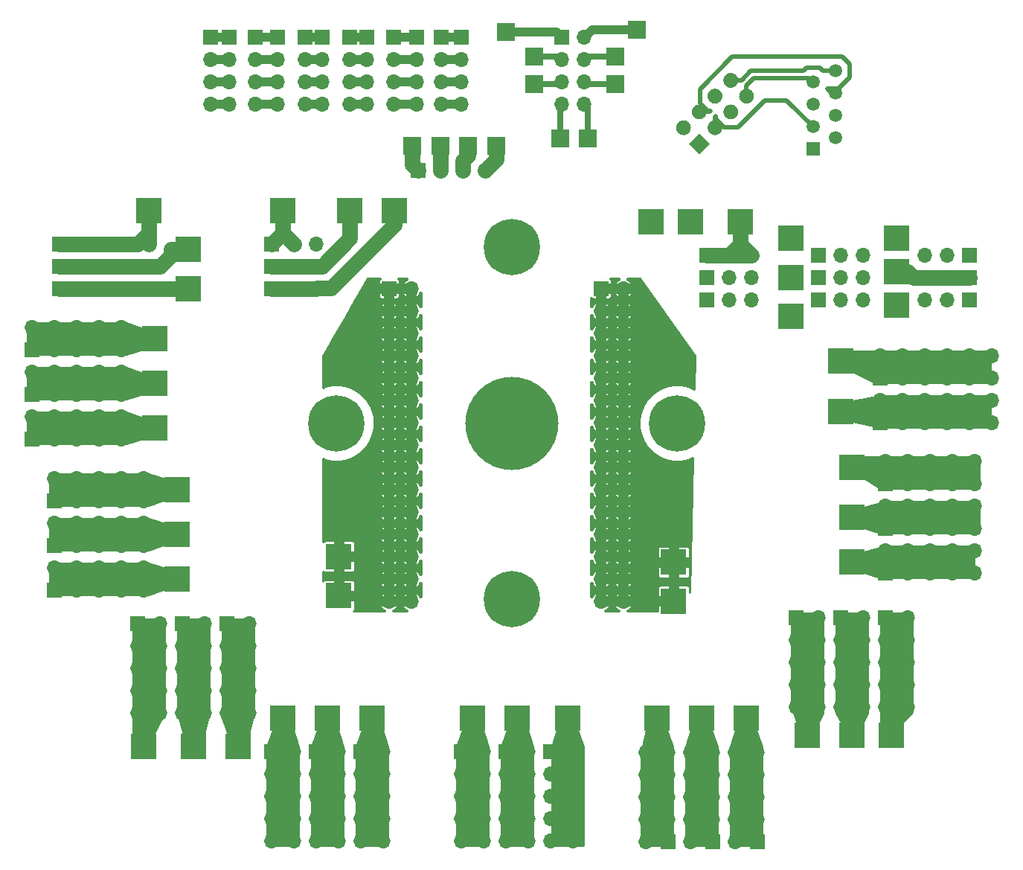
<source format=gbr>
%TF.GenerationSoftware,KiCad,Pcbnew,(5.1.9)-1*%
%TF.CreationDate,2021-04-12T23:14:18+02:00*%
%TF.ProjectId,Version1Male,56657273-696f-46e3-914d-616c652e6b69,rev?*%
%TF.SameCoordinates,Original*%
%TF.FileFunction,Copper,L2,Bot*%
%TF.FilePolarity,Positive*%
%FSLAX46Y46*%
G04 Gerber Fmt 4.6, Leading zero omitted, Abs format (unit mm)*
G04 Created by KiCad (PCBNEW (5.1.9)-1) date 2021-04-12 23:14:18*
%MOMM*%
%LPD*%
G01*
G04 APERTURE LIST*
%TA.AperFunction,ComponentPad*%
%ADD10R,3.000000X3.000000*%
%TD*%
%TA.AperFunction,SMDPad,CuDef*%
%ADD11R,2.000000X2.000000*%
%TD*%
%TA.AperFunction,SMDPad,CuDef*%
%ADD12O,1.700000X1.700000*%
%TD*%
%TA.AperFunction,SMDPad,CuDef*%
%ADD13R,1.700000X1.700000*%
%TD*%
%TA.AperFunction,ConnectorPad*%
%ADD14R,1.700000X1.700000*%
%TD*%
%TA.AperFunction,ComponentPad*%
%ADD15C,6.400000*%
%TD*%
%TA.AperFunction,ComponentPad*%
%ADD16C,1.500000*%
%TD*%
%TA.AperFunction,ComponentPad*%
%ADD17R,1.500000X1.500000*%
%TD*%
%TA.AperFunction,ComponentPad*%
%ADD18C,10.600000*%
%TD*%
%TA.AperFunction,ComponentPad*%
%ADD19O,1.700000X1.700000*%
%TD*%
%TA.AperFunction,ComponentPad*%
%ADD20R,1.700000X1.700000*%
%TD*%
%TA.AperFunction,ComponentPad*%
%ADD21C,0.100000*%
%TD*%
%TA.AperFunction,Conductor*%
%ADD22C,1.000000*%
%TD*%
%TA.AperFunction,Conductor*%
%ADD23C,1.800000*%
%TD*%
%TA.AperFunction,Conductor*%
%ADD24C,0.700000*%
%TD*%
%TA.AperFunction,Conductor*%
%ADD25C,0.500000*%
%TD*%
%TA.AperFunction,Conductor*%
%ADD26C,0.254000*%
%TD*%
%TA.AperFunction,Conductor*%
%ADD27C,0.100000*%
%TD*%
G04 APERTURE END LIST*
D10*
%TO.P,TP43,1*%
%TO.N,XM4*%
X183515000Y-78105000D03*
%TD*%
%TO.P,TP42,1*%
%TO.N,-M4*%
X183515000Y-74295000D03*
%TD*%
%TO.P,TP41,1*%
%TO.N,+M4*%
X183515000Y-70485000D03*
%TD*%
%TO.P,TP40,1*%
%TO.N,GND_VB1*%
X177165000Y-90170000D03*
%TD*%
%TO.P,TP39,1*%
%TO.N,+12_VB1*%
X177165000Y-84455000D03*
%TD*%
%TO.P,TP38,1*%
%TO.N,GND_VA*%
X120015000Y-106680000D03*
%TD*%
%TO.P,TP38,1*%
%TO.N,GND_VA*%
X120015000Y-111125000D03*
%TD*%
%TO.P,TP37,1*%
%TO.N,+48_VA*%
X158115000Y-107315000D03*
%TD*%
%TO.P,TP37,1*%
%TO.N,+48_VA*%
X158115000Y-111760000D03*
%TD*%
%TO.P,TP36,1*%
%TO.N,XM3*%
X171450000Y-70485000D03*
%TD*%
%TO.P,TP35,1*%
%TO.N,-M3*%
X171450000Y-74930000D03*
%TD*%
%TO.P,TP34,1*%
%TO.N,+M3*%
X171450000Y-79375000D03*
%TD*%
%TO.P,TP33,1*%
%TO.N,XM2*%
X113665000Y-67310000D03*
%TD*%
%TO.P,TP32,1*%
%TO.N,-M2*%
X121285000Y-67310000D03*
%TD*%
%TO.P,TP31,1*%
%TO.N,+M2*%
X126365000Y-67310000D03*
%TD*%
%TO.P,TP30,1*%
%TO.N,XM1*%
X165735000Y-68580000D03*
%TD*%
%TO.P,TP29,1*%
%TO.N,-M1*%
X160020000Y-68580000D03*
%TD*%
%TO.P,TP28,1*%
%TO.N,+M1*%
X155575000Y-68580000D03*
%TD*%
%TO.P,TP27,1*%
%TO.N,XM0*%
X98425000Y-67310000D03*
%TD*%
%TO.P,TP26,1*%
%TO.N,-M0*%
X102870000Y-71755000D03*
%TD*%
%TO.P,TP25,1*%
%TO.N,+M0*%
X102870000Y-76200000D03*
%TD*%
%TO.P,TP24,1*%
%TO.N,T7B*%
X99060000Y-81915000D03*
%TD*%
%TO.P,TP23,1*%
%TO.N,T7G*%
X99060000Y-86995000D03*
%TD*%
%TO.P,TP22,1*%
%TO.N,T7R*%
X99060000Y-92075000D03*
%TD*%
%TO.P,TP21,1*%
%TO.N,T6B*%
X101600000Y-99060000D03*
%TD*%
%TO.P,TP20,1*%
%TO.N,T6G*%
X101600000Y-104140000D03*
%TD*%
%TO.P,TP19,1*%
%TO.N,T6R*%
X101600000Y-109220000D03*
%TD*%
%TO.P,TP18,1*%
%TO.N,T5B*%
X108585000Y-128270000D03*
%TD*%
%TO.P,TP17,1*%
%TO.N,T5G*%
X103505000Y-128270000D03*
%TD*%
%TO.P,TP16,1*%
%TO.N,T5R*%
X97790000Y-128270000D03*
%TD*%
%TO.P,TP15,1*%
%TO.N,T4B*%
X178435000Y-96520000D03*
%TD*%
%TO.P,TP14,1*%
%TO.N,T4G*%
X178435000Y-102235000D03*
%TD*%
%TO.P,TP13,1*%
%TO.N,T4R*%
X178435000Y-107315000D03*
%TD*%
%TO.P,TP12,1*%
%TO.N,T3B*%
X182880000Y-127000000D03*
%TD*%
%TO.P,TP11,1*%
%TO.N,T3G*%
X178435000Y-127000000D03*
%TD*%
%TO.P,TP10,1*%
%TO.N,T3R*%
X173355000Y-127000000D03*
%TD*%
%TO.P,TP9,1*%
%TO.N,T2B*%
X166370000Y-125095000D03*
%TD*%
%TO.P,TP8,1*%
%TO.N,T2G*%
X161290000Y-125095000D03*
%TD*%
%TO.P,TP7,1*%
%TO.N,T2R*%
X156210000Y-125095000D03*
%TD*%
%TO.P,TP6,1*%
%TO.N,T1B*%
X146050000Y-125095000D03*
%TD*%
%TO.P,TP5,1*%
%TO.N,T1G*%
X140335000Y-125095000D03*
%TD*%
%TO.P,TP4,1*%
%TO.N,T1R*%
X135255000Y-125095000D03*
%TD*%
%TO.P,TP3,1*%
%TO.N,T0B*%
X123825000Y-125095000D03*
%TD*%
%TO.P,TP2,1*%
%TO.N,T0G*%
X118745000Y-125095000D03*
%TD*%
%TO.P,TP1,1*%
%TO.N,T0R*%
X113665000Y-125095000D03*
%TD*%
D11*
%TO.P,TP44,1*%
%TO.N,GND*%
X128397000Y-59944000D03*
%TD*%
D12*
%TO.P,J8,4*%
%TO.N,RD4*%
X105410000Y-55245000D03*
%TO.P,J8,3*%
%TO.N,RD3*%
X105410000Y-52705000D03*
%TO.P,J8,2*%
%TO.N,RD2*%
X105410000Y-50165000D03*
D13*
%TO.P,J8,1*%
%TO.N,RD1*%
X105410000Y-47625000D03*
%TD*%
D12*
%TO.P,J13,4*%
%TO.N,RC4*%
X121285000Y-55245000D03*
%TO.P,J13,3*%
%TO.N,RC3*%
X121285000Y-52705000D03*
%TO.P,J13,2*%
%TO.N,RC2*%
X121285000Y-50165000D03*
D13*
%TO.P,J13,1*%
%TO.N,RC1*%
X121285000Y-47625000D03*
%TD*%
D12*
%TO.P,J11,4*%
%TO.N,RA4*%
X116205000Y-55245000D03*
%TO.P,J11,3*%
%TO.N,RA3*%
X116205000Y-52705000D03*
%TO.P,J11,2*%
%TO.N,RA2*%
X116205000Y-50165000D03*
D13*
%TO.P,J11,1*%
%TO.N,RA1*%
X116205000Y-47625000D03*
%TD*%
D12*
%TO.P,J10,4*%
%TO.N,RF4*%
X110490000Y-55245000D03*
%TO.P,J10,3*%
%TO.N,RF3*%
X110490000Y-52705000D03*
%TO.P,J10,2*%
%TO.N,RF2*%
X110490000Y-50165000D03*
D14*
%TO.P,J10,1*%
%TO.N,RF1*%
X110490000Y-47625000D03*
%TD*%
D15*
%TO.P,REF\u002A\u002A,1*%
%TO.N,N/C*%
X139750000Y-71500000D03*
%TD*%
%TO.P,REF\u002A\u002A,1*%
%TO.N,N/C*%
X119750000Y-91500000D03*
%TD*%
%TO.P,REF\u002A\u002A,1*%
%TO.N,N/C*%
X139750000Y-111500000D03*
%TD*%
%TO.P,REF\u002A\u002A,1*%
%TO.N,N/C*%
X158500000Y-91500000D03*
%TD*%
D16*
%TO.P,J49,6*%
%TO.N,EthB+*%
X176530000Y-53975000D03*
%TO.P,J49,8*%
%TO.N,EthD+*%
X176530000Y-51435000D03*
%TO.P,J49,2*%
%TO.N,EthA+*%
X176530000Y-59055000D03*
D17*
%TO.P,J49,1*%
%TO.N,EthA-*%
X173990000Y-60325000D03*
D16*
%TO.P,J49,7*%
%TO.N,EthD-*%
X173990000Y-52705000D03*
%TO.P,J49,4*%
%TO.N,EthC-*%
X176530000Y-56515000D03*
%TO.P,J49,5*%
%TO.N,EthC+*%
X173990000Y-55245000D03*
%TO.P,J49,3*%
%TO.N,EthB-*%
X173990000Y-57785000D03*
%TD*%
D18*
%TO.P,REF\u002A\u002A,1*%
%TO.N,N/C*%
X139750000Y-91500000D03*
%TD*%
D11*
%TO.P,TP55,1*%
%TO.N,GND*%
X153924000Y-46736000D03*
%TD*%
%TO.P,TP54,1*%
%TO.N,USB0_TX+*%
X148377243Y-59070483D03*
%TD*%
%TO.P,TP53,1*%
%TO.N,USB0_TX-*%
X145202243Y-59070483D03*
%TD*%
%TO.P,TP52,1*%
%TO.N,USB0_RX+*%
X151511000Y-49784000D03*
%TD*%
%TO.P,TP51,1*%
%TO.N,USB0_RX-*%
X151511000Y-52959000D03*
%TD*%
%TO.P,TP50,1*%
%TO.N,USB0_D+*%
X142240000Y-52959000D03*
%TD*%
%TO.P,TP49,1*%
%TO.N,USB0_D-*%
X142240000Y-49784000D03*
%TD*%
%TO.P,TP48,1*%
%TO.N,5V*%
X139065000Y-46990000D03*
%TD*%
%TO.P,TP47,1*%
%TO.N,SCL*%
X137922000Y-59944000D03*
%TD*%
%TO.P,TP46,1*%
%TO.N,SDA*%
X134747000Y-59944000D03*
%TD*%
%TO.P,TP45,1*%
%TO.N,3V3*%
X131572000Y-59944000D03*
%TD*%
D19*
%TO.P,J59,8*%
%TO.N,USB0_TX+*%
X147955000Y-55245000D03*
%TO.P,J59,7*%
%TO.N,USB0_TX-*%
X145415000Y-55245000D03*
%TO.P,J59,6*%
%TO.N,USB0_RX-*%
X147955000Y-52705000D03*
%TO.P,J59,5*%
%TO.N,USB0_D+*%
X145415000Y-52705000D03*
%TO.P,J59,4*%
%TO.N,USB0_RX+*%
X147955000Y-50165000D03*
%TO.P,J59,3*%
%TO.N,USB0_D-*%
X145415000Y-50165000D03*
%TO.P,J59,2*%
%TO.N,GND*%
X147955000Y-47625000D03*
D20*
%TO.P,J59,1*%
%TO.N,5V*%
X145415000Y-47625000D03*
%TD*%
%TO.P,J58,8*%
%TO.N,EthD+*%
%TA.AperFunction,ComponentPad*%
G36*
G01*
X165229143Y-53106836D02*
X165229143Y-53106836D01*
G75*
G02*
X164027061Y-53106836I-601041J601041D01*
G01*
X164027061Y-53106836D01*
G75*
G02*
X164027061Y-51904754I601041J601041D01*
G01*
X164027061Y-51904754D01*
G75*
G02*
X165229143Y-51904754I601041J-601041D01*
G01*
X165229143Y-51904754D01*
G75*
G02*
X165229143Y-53106836I-601041J-601041D01*
G01*
G37*
%TD.AperFunction*%
%TO.P,J58,7*%
%TO.N,EthD-*%
%TA.AperFunction,ComponentPad*%
G36*
G01*
X167025195Y-54902887D02*
X167025195Y-54902887D01*
G75*
G02*
X165823113Y-54902887I-601041J601041D01*
G01*
X165823113Y-54902887D01*
G75*
G02*
X165823113Y-53700805I601041J601041D01*
G01*
X165823113Y-53700805D01*
G75*
G02*
X167025195Y-53700805I601041J-601041D01*
G01*
X167025195Y-53700805D01*
G75*
G02*
X167025195Y-54902887I-601041J-601041D01*
G01*
G37*
%TD.AperFunction*%
%TO.P,J58,6*%
%TO.N,EthC-*%
%TA.AperFunction,ComponentPad*%
G36*
G01*
X163433092Y-54902887D02*
X163433092Y-54902887D01*
G75*
G02*
X162231010Y-54902887I-601041J601041D01*
G01*
X162231010Y-54902887D01*
G75*
G02*
X162231010Y-53700805I601041J601041D01*
G01*
X162231010Y-53700805D01*
G75*
G02*
X163433092Y-53700805I601041J-601041D01*
G01*
X163433092Y-53700805D01*
G75*
G02*
X163433092Y-54902887I-601041J-601041D01*
G01*
G37*
%TD.AperFunction*%
%TO.P,J58,5*%
%TO.N,EthC+*%
%TA.AperFunction,ComponentPad*%
G36*
G01*
X165229143Y-56698939D02*
X165229143Y-56698939D01*
G75*
G02*
X164027061Y-56698939I-601041J601041D01*
G01*
X164027061Y-56698939D01*
G75*
G02*
X164027061Y-55496857I601041J601041D01*
G01*
X164027061Y-55496857D01*
G75*
G02*
X165229143Y-55496857I601041J-601041D01*
G01*
X165229143Y-55496857D01*
G75*
G02*
X165229143Y-56698939I-601041J-601041D01*
G01*
G37*
%TD.AperFunction*%
%TO.P,J58,4*%
%TO.N,EthB+*%
%TA.AperFunction,ComponentPad*%
G36*
G01*
X161637041Y-56698939D02*
X161637041Y-56698939D01*
G75*
G02*
X160434959Y-56698939I-601041J601041D01*
G01*
X160434959Y-56698939D01*
G75*
G02*
X160434959Y-55496857I601041J601041D01*
G01*
X160434959Y-55496857D01*
G75*
G02*
X161637041Y-55496857I601041J-601041D01*
G01*
X161637041Y-55496857D01*
G75*
G02*
X161637041Y-56698939I-601041J-601041D01*
G01*
G37*
%TD.AperFunction*%
%TO.P,J58,3*%
%TO.N,EthB-*%
%TA.AperFunction,ComponentPad*%
G36*
G01*
X163433092Y-58494990D02*
X163433092Y-58494990D01*
G75*
G02*
X162231010Y-58494990I-601041J601041D01*
G01*
X162231010Y-58494990D01*
G75*
G02*
X162231010Y-57292908I601041J601041D01*
G01*
X162231010Y-57292908D01*
G75*
G02*
X163433092Y-57292908I601041J-601041D01*
G01*
X163433092Y-57292908D01*
G75*
G02*
X163433092Y-58494990I-601041J-601041D01*
G01*
G37*
%TD.AperFunction*%
%TO.P,J58,2*%
%TO.N,EthA+*%
%TA.AperFunction,ComponentPad*%
G36*
G01*
X159840990Y-58494990D02*
X159840990Y-58494990D01*
G75*
G02*
X158638908Y-58494990I-601041J601041D01*
G01*
X158638908Y-58494990D01*
G75*
G02*
X158638908Y-57292908I601041J601041D01*
G01*
X158638908Y-57292908D01*
G75*
G02*
X159840990Y-57292908I601041J-601041D01*
G01*
X159840990Y-57292908D01*
G75*
G02*
X159840990Y-58494990I-601041J-601041D01*
G01*
G37*
%TD.AperFunction*%
%TA.AperFunction,ComponentPad*%
D21*
%TO.P,J58,1*%
%TO.N,EthA-*%
G36*
X162238082Y-59690000D02*
G01*
X161036000Y-60892082D01*
X159833918Y-59690000D01*
X161036000Y-58487918D01*
X162238082Y-59690000D01*
G37*
%TD.AperFunction*%
%TD*%
D19*
%TO.P,J57,3*%
%TO.N,XM4*%
X186690000Y-77470000D03*
%TO.P,J57,2*%
X189230000Y-77470000D03*
D20*
%TO.P,J57,1*%
X191770000Y-77470000D03*
%TD*%
D19*
%TO.P,J56,3*%
%TO.N,-M4*%
X186690000Y-74930000D03*
%TO.P,J56,2*%
X189230000Y-74930000D03*
D20*
%TO.P,J56,1*%
X191770000Y-74930000D03*
%TD*%
D19*
%TO.P,J55,10*%
%TO.N,T2B*%
X165100000Y-128970000D03*
%TO.P,J55,9*%
X167640000Y-128970000D03*
%TO.P,J55,8*%
X165100000Y-131510000D03*
%TO.P,J55,7*%
X167640000Y-131510000D03*
%TO.P,J55,6*%
X165100000Y-134050000D03*
%TO.P,J55,5*%
X167640000Y-134050000D03*
%TO.P,J55,4*%
X165100000Y-136590000D03*
%TO.P,J55,3*%
X167640000Y-136590000D03*
%TO.P,J55,2*%
X165100000Y-139130000D03*
D20*
%TO.P,J55,1*%
X167640000Y-139130000D03*
%TD*%
D19*
%TO.P,J54,10*%
%TO.N,T0G*%
X120015000Y-139065000D03*
%TO.P,J54,9*%
X117475000Y-139065000D03*
%TO.P,J54,8*%
X120015000Y-136525000D03*
%TO.P,J54,7*%
X117475000Y-136525000D03*
%TO.P,J54,6*%
X120015000Y-133985000D03*
%TO.P,J54,5*%
X117475000Y-133985000D03*
%TO.P,J54,4*%
X120015000Y-131445000D03*
%TO.P,J54,3*%
X117475000Y-131445000D03*
%TO.P,J54,2*%
X120015000Y-128905000D03*
D20*
%TO.P,J54,1*%
X117475000Y-128905000D03*
%TD*%
D19*
%TO.P,J53,10*%
%TO.N,T0R*%
X114935000Y-139065000D03*
%TO.P,J53,9*%
X112395000Y-139065000D03*
%TO.P,J53,8*%
X114935000Y-136525000D03*
%TO.P,J53,7*%
X112395000Y-136525000D03*
%TO.P,J53,6*%
X114935000Y-133985000D03*
%TO.P,J53,5*%
X112395000Y-133985000D03*
%TO.P,J53,4*%
X114935000Y-131445000D03*
%TO.P,J53,3*%
X112395000Y-131445000D03*
%TO.P,J53,2*%
X114935000Y-128905000D03*
D20*
%TO.P,J53,1*%
X112395000Y-128905000D03*
%TD*%
D19*
%TO.P,J52,10*%
%TO.N,T7B*%
X95250000Y-80645000D03*
%TO.P,J52,9*%
X95250000Y-83185000D03*
%TO.P,J52,8*%
X92710000Y-80645000D03*
%TO.P,J52,7*%
X92710000Y-83185000D03*
%TO.P,J52,6*%
X90170000Y-80645000D03*
%TO.P,J52,5*%
X90170000Y-83185000D03*
%TO.P,J52,4*%
X87630000Y-80645000D03*
%TO.P,J52,3*%
X87630000Y-83185000D03*
%TO.P,J52,2*%
X85090000Y-80645000D03*
D20*
%TO.P,J52,1*%
X85090000Y-83185000D03*
%TD*%
D19*
%TO.P,J51,10*%
%TO.N,T7G*%
X95250000Y-85725000D03*
%TO.P,J51,9*%
X95250000Y-88265000D03*
%TO.P,J51,8*%
X92710000Y-85725000D03*
%TO.P,J51,7*%
X92710000Y-88265000D03*
%TO.P,J51,6*%
X90170000Y-85725000D03*
%TO.P,J51,5*%
X90170000Y-88265000D03*
%TO.P,J51,4*%
X87630000Y-85725000D03*
%TO.P,J51,3*%
X87630000Y-88265000D03*
%TO.P,J51,2*%
X85090000Y-85725000D03*
D20*
%TO.P,J51,1*%
X85090000Y-88265000D03*
%TD*%
D19*
%TO.P,J50,10*%
%TO.N,T7R*%
X95250000Y-90805000D03*
%TO.P,J50,9*%
X95250000Y-93345000D03*
%TO.P,J50,8*%
X92710000Y-90805000D03*
%TO.P,J50,7*%
X92710000Y-93345000D03*
%TO.P,J50,6*%
X90170000Y-90805000D03*
%TO.P,J50,5*%
X90170000Y-93345000D03*
%TO.P,J50,4*%
X87630000Y-90805000D03*
%TO.P,J50,3*%
X87630000Y-93345000D03*
%TO.P,J50,2*%
X85090000Y-90805000D03*
D20*
%TO.P,J50,1*%
X85090000Y-93345000D03*
%TD*%
D19*
%TO.P,J48,10*%
%TO.N,T6B*%
X97790000Y-97790000D03*
%TO.P,J48,9*%
X97790000Y-100330000D03*
%TO.P,J48,8*%
X95250000Y-97790000D03*
%TO.P,J48,7*%
X95250000Y-100330000D03*
%TO.P,J48,6*%
X92710000Y-97790000D03*
%TO.P,J48,5*%
X92710000Y-100330000D03*
%TO.P,J48,4*%
X90170000Y-97790000D03*
%TO.P,J48,3*%
X90170000Y-100330000D03*
%TO.P,J48,2*%
X87630000Y-97790000D03*
D20*
%TO.P,J48,1*%
X87630000Y-100330000D03*
%TD*%
D19*
%TO.P,J47,10*%
%TO.N,T6G*%
X97790000Y-102870000D03*
%TO.P,J47,9*%
X97790000Y-105410000D03*
%TO.P,J47,8*%
X95250000Y-102870000D03*
%TO.P,J47,7*%
X95250000Y-105410000D03*
%TO.P,J47,6*%
X92710000Y-102870000D03*
%TO.P,J47,5*%
X92710000Y-105410000D03*
%TO.P,J47,4*%
X90170000Y-102870000D03*
%TO.P,J47,3*%
X90170000Y-105410000D03*
%TO.P,J47,2*%
X87630000Y-102870000D03*
D20*
%TO.P,J47,1*%
X87630000Y-105410000D03*
%TD*%
D19*
%TO.P,J46,10*%
%TO.N,T6R*%
X97790000Y-107950000D03*
%TO.P,J46,9*%
X97790000Y-110490000D03*
%TO.P,J46,8*%
X95250000Y-107950000D03*
%TO.P,J46,7*%
X95250000Y-110490000D03*
%TO.P,J46,6*%
X92710000Y-107950000D03*
%TO.P,J46,5*%
X92710000Y-110490000D03*
%TO.P,J46,4*%
X90170000Y-107950000D03*
%TO.P,J46,3*%
X90170000Y-110490000D03*
%TO.P,J46,2*%
X87630000Y-107950000D03*
D20*
%TO.P,J46,1*%
X87630000Y-110490000D03*
%TD*%
D19*
%TO.P,J45,5*%
%TO.N,XM0*%
X98425000Y-71120000D03*
%TO.P,J45,4*%
X95885000Y-71120000D03*
%TO.P,J45,3*%
X93345000Y-71120000D03*
%TO.P,J45,2*%
X90805000Y-71120000D03*
D20*
%TO.P,J45,1*%
X88265000Y-71120000D03*
%TD*%
D19*
%TO.P,J44,10*%
%TO.N,T5B*%
X109855000Y-124460000D03*
%TO.P,J44,9*%
X107315000Y-124460000D03*
%TO.P,J44,8*%
X109855000Y-121920000D03*
%TO.P,J44,7*%
X107315000Y-121920000D03*
%TO.P,J44,6*%
X109855000Y-119380000D03*
%TO.P,J44,5*%
X107315000Y-119380000D03*
%TO.P,J44,4*%
X109855000Y-116840000D03*
%TO.P,J44,3*%
X107315000Y-116840000D03*
%TO.P,J44,2*%
X109855000Y-114300000D03*
D20*
%TO.P,J44,1*%
X107315000Y-114300000D03*
%TD*%
D19*
%TO.P,J43,10*%
%TO.N,T5G*%
X104775000Y-124460000D03*
%TO.P,J43,9*%
X102235000Y-124460000D03*
%TO.P,J43,8*%
X104775000Y-121920000D03*
%TO.P,J43,7*%
X102235000Y-121920000D03*
%TO.P,J43,6*%
X104775000Y-119380000D03*
%TO.P,J43,5*%
X102235000Y-119380000D03*
%TO.P,J43,4*%
X104775000Y-116840000D03*
%TO.P,J43,3*%
X102235000Y-116840000D03*
%TO.P,J43,2*%
X104775000Y-114300000D03*
D20*
%TO.P,J43,1*%
X102235000Y-114300000D03*
%TD*%
D19*
%TO.P,J42,10*%
%TO.N,T5R*%
X99695000Y-124460000D03*
%TO.P,J42,9*%
X97155000Y-124460000D03*
%TO.P,J42,8*%
X99695000Y-121920000D03*
%TO.P,J42,7*%
X97155000Y-121920000D03*
%TO.P,J42,6*%
X99695000Y-119380000D03*
%TO.P,J42,5*%
X97155000Y-119380000D03*
%TO.P,J42,4*%
X99695000Y-116840000D03*
%TO.P,J42,3*%
X97155000Y-116840000D03*
%TO.P,J42,2*%
X99695000Y-114300000D03*
D20*
%TO.P,J42,1*%
X97155000Y-114300000D03*
%TD*%
D19*
%TO.P,J41,10*%
%TO.N,T4B*%
X192405000Y-95885000D03*
%TO.P,J41,9*%
X192405000Y-98425000D03*
%TO.P,J41,8*%
X189865000Y-95885000D03*
%TO.P,J41,7*%
X189865000Y-98425000D03*
%TO.P,J41,6*%
X187325000Y-95885000D03*
%TO.P,J41,5*%
X187325000Y-98425000D03*
%TO.P,J41,4*%
X184785000Y-95885000D03*
%TO.P,J41,3*%
X184785000Y-98425000D03*
%TO.P,J41,2*%
X182245000Y-95885000D03*
D20*
%TO.P,J41,1*%
X182245000Y-98425000D03*
%TD*%
D19*
%TO.P,J40,10*%
%TO.N,T4G*%
X192405000Y-100965000D03*
%TO.P,J40,9*%
X192405000Y-103505000D03*
%TO.P,J40,8*%
X189865000Y-100965000D03*
%TO.P,J40,7*%
X189865000Y-103505000D03*
%TO.P,J40,6*%
X187325000Y-100965000D03*
%TO.P,J40,5*%
X187325000Y-103505000D03*
%TO.P,J40,4*%
X184785000Y-100965000D03*
%TO.P,J40,3*%
X184785000Y-103505000D03*
%TO.P,J40,2*%
X182245000Y-100965000D03*
D20*
%TO.P,J40,1*%
X182245000Y-103505000D03*
%TD*%
D19*
%TO.P,J39,10*%
%TO.N,T4R*%
X192405000Y-106045000D03*
%TO.P,J39,9*%
X192405000Y-108585000D03*
%TO.P,J39,8*%
X189865000Y-106045000D03*
%TO.P,J39,7*%
X189865000Y-108585000D03*
%TO.P,J39,6*%
X187325000Y-106045000D03*
%TO.P,J39,5*%
X187325000Y-108585000D03*
%TO.P,J39,4*%
X184785000Y-106045000D03*
%TO.P,J39,3*%
X184785000Y-108585000D03*
%TO.P,J39,2*%
X182245000Y-106045000D03*
D20*
%TO.P,J39,1*%
X182245000Y-108585000D03*
%TD*%
D19*
%TO.P,J38,10*%
%TO.N,T3B*%
X184785000Y-123825000D03*
%TO.P,J38,9*%
X182245000Y-123825000D03*
%TO.P,J38,8*%
X184785000Y-121285000D03*
%TO.P,J38,7*%
X182245000Y-121285000D03*
%TO.P,J38,6*%
X184785000Y-118745000D03*
%TO.P,J38,5*%
X182245000Y-118745000D03*
%TO.P,J38,4*%
X184785000Y-116205000D03*
%TO.P,J38,3*%
X182245000Y-116205000D03*
%TO.P,J38,2*%
X184785000Y-113665000D03*
D20*
%TO.P,J38,1*%
X182245000Y-113665000D03*
%TD*%
D19*
%TO.P,J37,3*%
%TO.N,+M4*%
X186690000Y-72390000D03*
%TO.P,J37,2*%
X189230000Y-72390000D03*
D20*
%TO.P,J37,1*%
X191770000Y-72390000D03*
%TD*%
D19*
%TO.P,J36,3*%
%TO.N,XM3*%
X179705000Y-72390000D03*
%TO.P,J36,2*%
X177165000Y-72390000D03*
D20*
%TO.P,J36,1*%
X174625000Y-72390000D03*
%TD*%
D19*
%TO.P,J35,3*%
%TO.N,XM2*%
X117475000Y-71120000D03*
%TO.P,J35,2*%
X114935000Y-71120000D03*
D20*
%TO.P,J35,1*%
X112395000Y-71120000D03*
%TD*%
D19*
%TO.P,J34,3*%
%TO.N,XM1*%
X167005000Y-72390000D03*
%TO.P,J34,2*%
X164465000Y-72390000D03*
D20*
%TO.P,J34,1*%
X161925000Y-72390000D03*
%TD*%
D19*
%TO.P,J33,5*%
%TO.N,-M0*%
X98425000Y-73660000D03*
%TO.P,J33,4*%
X95885000Y-73660000D03*
%TO.P,J33,3*%
X93345000Y-73660000D03*
%TO.P,J33,2*%
X90805000Y-73660000D03*
D20*
%TO.P,J33,1*%
X88265000Y-73660000D03*
%TD*%
D19*
%TO.P,J32,10*%
%TO.N,T3G*%
X179705000Y-123825000D03*
%TO.P,J32,9*%
X177165000Y-123825000D03*
%TO.P,J32,8*%
X179705000Y-121285000D03*
%TO.P,J32,7*%
X177165000Y-121285000D03*
%TO.P,J32,6*%
X179705000Y-118745000D03*
%TO.P,J32,5*%
X177165000Y-118745000D03*
%TO.P,J32,4*%
X179705000Y-116205000D03*
%TO.P,J32,3*%
X177165000Y-116205000D03*
%TO.P,J32,2*%
X179705000Y-113665000D03*
D20*
%TO.P,J32,1*%
X177165000Y-113665000D03*
%TD*%
D19*
%TO.P,J31,10*%
%TO.N,T3R*%
X174625000Y-123825000D03*
%TO.P,J31,9*%
X172085000Y-123825000D03*
%TO.P,J31,8*%
X174625000Y-121285000D03*
%TO.P,J31,7*%
X172085000Y-121285000D03*
%TO.P,J31,6*%
X174625000Y-118745000D03*
%TO.P,J31,5*%
X172085000Y-118745000D03*
%TO.P,J31,4*%
X174625000Y-116205000D03*
%TO.P,J31,3*%
X172085000Y-116205000D03*
%TO.P,J31,2*%
X174625000Y-113665000D03*
D20*
%TO.P,J31,1*%
X172085000Y-113665000D03*
%TD*%
D19*
%TO.P,J30,10*%
%TO.N,T2G*%
X160020000Y-128970000D03*
%TO.P,J30,9*%
X162560000Y-128970000D03*
%TO.P,J30,8*%
X160020000Y-131510000D03*
%TO.P,J30,7*%
X162560000Y-131510000D03*
%TO.P,J30,6*%
X160020000Y-134050000D03*
%TO.P,J30,5*%
X162560000Y-134050000D03*
%TO.P,J30,4*%
X160020000Y-136590000D03*
%TO.P,J30,3*%
X162560000Y-136590000D03*
%TO.P,J30,2*%
X160020000Y-139130000D03*
D20*
%TO.P,J30,1*%
X162560000Y-139130000D03*
%TD*%
D19*
%TO.P,J29,10*%
%TO.N,T2R*%
X154940000Y-128970000D03*
%TO.P,J29,9*%
X157480000Y-128970000D03*
%TO.P,J29,8*%
X154940000Y-131510000D03*
%TO.P,J29,7*%
X157480000Y-131510000D03*
%TO.P,J29,6*%
X154940000Y-134050000D03*
%TO.P,J29,5*%
X157480000Y-134050000D03*
%TO.P,J29,4*%
X154940000Y-136590000D03*
%TO.P,J29,3*%
X157480000Y-136590000D03*
%TO.P,J29,2*%
X154940000Y-139130000D03*
D20*
%TO.P,J29,1*%
X157480000Y-139130000D03*
%TD*%
D19*
%TO.P,J28,10*%
%TO.N,T1B*%
X146685000Y-139065000D03*
%TO.P,J28,9*%
X144145000Y-139065000D03*
%TO.P,J28,8*%
X146685000Y-136525000D03*
%TO.P,J28,7*%
X144145000Y-136525000D03*
%TO.P,J28,6*%
X146685000Y-133985000D03*
%TO.P,J28,5*%
X144145000Y-133985000D03*
%TO.P,J28,4*%
X146685000Y-131445000D03*
%TO.P,J28,3*%
X144145000Y-131445000D03*
%TO.P,J28,2*%
X146685000Y-128905000D03*
D20*
%TO.P,J28,1*%
X144145000Y-128905000D03*
%TD*%
D19*
%TO.P,J27,10*%
%TO.N,T1G*%
X141605000Y-139065000D03*
%TO.P,J27,9*%
X139065000Y-139065000D03*
%TO.P,J27,8*%
X141605000Y-136525000D03*
%TO.P,J27,7*%
X139065000Y-136525000D03*
%TO.P,J27,6*%
X141605000Y-133985000D03*
%TO.P,J27,5*%
X139065000Y-133985000D03*
%TO.P,J27,4*%
X141605000Y-131445000D03*
%TO.P,J27,3*%
X139065000Y-131445000D03*
%TO.P,J27,2*%
X141605000Y-128905000D03*
D20*
%TO.P,J27,1*%
X139065000Y-128905000D03*
%TD*%
D19*
%TO.P,J26,10*%
%TO.N,T1R*%
X136525000Y-139065000D03*
%TO.P,J26,9*%
X133985000Y-139065000D03*
%TO.P,J26,8*%
X136525000Y-136525000D03*
%TO.P,J26,7*%
X133985000Y-136525000D03*
%TO.P,J26,6*%
X136525000Y-133985000D03*
%TO.P,J26,5*%
X133985000Y-133985000D03*
%TO.P,J26,4*%
X136525000Y-131445000D03*
%TO.P,J26,3*%
X133985000Y-131445000D03*
%TO.P,J26,2*%
X136525000Y-128905000D03*
D20*
%TO.P,J26,1*%
X133985000Y-128905000D03*
%TD*%
D19*
%TO.P,J25,3*%
%TO.N,-M3*%
X179705000Y-74930000D03*
%TO.P,J25,2*%
X177165000Y-74930000D03*
D20*
%TO.P,J25,1*%
X174625000Y-74930000D03*
%TD*%
D19*
%TO.P,J24,3*%
%TO.N,-M2*%
X117475000Y-73660000D03*
%TO.P,J24,2*%
X114935000Y-73660000D03*
D20*
%TO.P,J24,1*%
X112395000Y-73660000D03*
%TD*%
D19*
%TO.P,J23,3*%
%TO.N,-M1*%
X167005000Y-74930000D03*
%TO.P,J23,2*%
X164465000Y-74930000D03*
D20*
%TO.P,J23,1*%
X161925000Y-74930000D03*
%TD*%
D19*
%TO.P,J22,5*%
%TO.N,+M0*%
X98425000Y-76200000D03*
%TO.P,J22,4*%
X95885000Y-76200000D03*
%TO.P,J22,3*%
X93345000Y-76200000D03*
%TO.P,J22,2*%
X90805000Y-76200000D03*
D20*
%TO.P,J22,1*%
X88265000Y-76200000D03*
%TD*%
D19*
%TO.P,J21,3*%
%TO.N,+M3*%
X179705000Y-77470000D03*
%TO.P,J21,2*%
X177165000Y-77470000D03*
D20*
%TO.P,J21,1*%
X174625000Y-77470000D03*
%TD*%
D19*
%TO.P,J20,3*%
%TO.N,+M2*%
X117475000Y-76200000D03*
%TO.P,J20,2*%
X114935000Y-76200000D03*
D20*
%TO.P,J20,1*%
X112395000Y-76200000D03*
%TD*%
D19*
%TO.P,J19,3*%
%TO.N,+M1*%
X167005000Y-77470000D03*
%TO.P,J19,2*%
X164465000Y-77470000D03*
D20*
%TO.P,J19,1*%
X161925000Y-77470000D03*
%TD*%
D19*
%TO.P,J18,10*%
%TO.N,T0B*%
X125095000Y-139065000D03*
%TO.P,J18,9*%
X122555000Y-139065000D03*
%TO.P,J18,8*%
X125095000Y-136525000D03*
%TO.P,J18,7*%
X122555000Y-136525000D03*
%TO.P,J18,6*%
X125095000Y-133985000D03*
%TO.P,J18,5*%
X122555000Y-133985000D03*
%TO.P,J18,4*%
X125095000Y-131445000D03*
%TO.P,J18,3*%
X122555000Y-131445000D03*
%TO.P,J18,2*%
X125095000Y-128905000D03*
D20*
%TO.P,J18,1*%
X122555000Y-128905000D03*
%TD*%
D19*
%TO.P,J17,4*%
%TO.N,RF4*%
X113030000Y-55245000D03*
%TO.P,J17,3*%
%TO.N,RF3*%
X113030000Y-52705000D03*
%TO.P,J17,2*%
%TO.N,RF2*%
X113030000Y-50165000D03*
D20*
%TO.P,J17,1*%
%TO.N,RF1*%
X113030000Y-47625000D03*
%TD*%
D12*
%TO.P,J16,4*%
%TO.N,RE4*%
X131690000Y-55245000D03*
%TO.P,J16,3*%
%TO.N,RE3*%
X131690000Y-52705000D03*
%TO.P,J16,2*%
%TO.N,RE2*%
X131690000Y-50165000D03*
D13*
%TO.P,J16,1*%
%TO.N,RE1*%
X131690000Y-47625000D03*
%TD*%
D19*
%TO.P,J15,4*%
%TO.N,SCL*%
X136652000Y-62738000D03*
%TO.P,J15,3*%
%TO.N,SDA*%
X134112000Y-62738000D03*
%TO.P,J15,2*%
%TO.N,3V3*%
X131572000Y-62738000D03*
D20*
%TO.P,J15,1*%
%TO.N,GND*%
X129032000Y-62738000D03*
%TD*%
D19*
%TO.P,J14,4*%
%TO.N,RD4*%
X107560000Y-55245000D03*
%TO.P,J14,3*%
%TO.N,RD3*%
X107560000Y-52705000D03*
%TO.P,J14,2*%
%TO.N,RD2*%
X107560000Y-50165000D03*
D20*
%TO.P,J14,1*%
%TO.N,RD1*%
X107560000Y-47625000D03*
%TD*%
D19*
%TO.P,J12,4*%
%TO.N,RB4*%
X128905000Y-55245000D03*
%TO.P,J12,3*%
%TO.N,RB3*%
X128905000Y-52705000D03*
%TO.P,J12,2*%
%TO.N,RB2*%
X128905000Y-50165000D03*
D20*
%TO.P,J12,1*%
%TO.N,RB1*%
X128905000Y-47625000D03*
%TD*%
D19*
%TO.P,J9,4*%
%TO.N,RE4*%
X133985000Y-55245000D03*
%TO.P,J9,3*%
%TO.N,RE3*%
X133985000Y-52705000D03*
%TO.P,J9,2*%
%TO.N,RE2*%
X133985000Y-50165000D03*
D20*
%TO.P,J9,1*%
%TO.N,RE1*%
X133985000Y-47625000D03*
%TD*%
D19*
%TO.P,J7,12*%
%TO.N,GND_VB1*%
X194310000Y-88900000D03*
%TO.P,J7,11*%
X194310000Y-91440000D03*
%TO.P,J7,10*%
X191770000Y-88900000D03*
%TO.P,J7,9*%
X191770000Y-91440000D03*
%TO.P,J7,8*%
X189230000Y-88900000D03*
%TO.P,J7,7*%
X189230000Y-91440000D03*
%TO.P,J7,6*%
X186690000Y-88900000D03*
%TO.P,J7,5*%
X186690000Y-91440000D03*
%TO.P,J7,4*%
X184150000Y-88900000D03*
%TO.P,J7,3*%
X184150000Y-91440000D03*
%TO.P,J7,2*%
X181610000Y-88900000D03*
D20*
%TO.P,J7,1*%
X181610000Y-91440000D03*
%TD*%
D19*
%TO.P,J6,4*%
%TO.N,RC4*%
X123190000Y-55245000D03*
%TO.P,J6,3*%
%TO.N,RC3*%
X123190000Y-52705000D03*
%TO.P,J6,2*%
%TO.N,RC2*%
X123190000Y-50165000D03*
D20*
%TO.P,J6,1*%
%TO.N,RC1*%
X123190000Y-47625000D03*
%TD*%
D12*
%TO.P,J5,4*%
%TO.N,RB4*%
X126225000Y-55195000D03*
%TO.P,J5,3*%
%TO.N,RB3*%
X126225000Y-52655000D03*
%TO.P,J5,2*%
%TO.N,RB2*%
X126225000Y-50115000D03*
D13*
%TO.P,J5,1*%
%TO.N,RB1*%
X126225000Y-47575000D03*
%TD*%
D19*
%TO.P,J4,4*%
%TO.N,RA4*%
X118110000Y-55245000D03*
%TO.P,J4,3*%
%TO.N,RA3*%
X118110000Y-52705000D03*
%TO.P,J4,2*%
%TO.N,RA2*%
X118110000Y-50165000D03*
D20*
%TO.P,J4,1*%
%TO.N,RA1*%
X118110000Y-47625000D03*
%TD*%
D19*
%TO.P,J3,30*%
%TO.N,GND_VA*%
X128270000Y-111760000D03*
%TO.P,J3,29*%
X125730000Y-111760000D03*
%TO.P,J3,28*%
X128270000Y-109220000D03*
%TO.P,J3,27*%
X125730000Y-109220000D03*
%TO.P,J3,26*%
X128270000Y-106680000D03*
%TO.P,J3,25*%
X125730000Y-106680000D03*
%TO.P,J3,24*%
X128270000Y-104140000D03*
%TO.P,J3,23*%
X125730000Y-104140000D03*
%TO.P,J3,22*%
X128270000Y-101600000D03*
%TO.P,J3,21*%
X125730000Y-101600000D03*
%TO.P,J3,20*%
X128270000Y-99060000D03*
%TO.P,J3,19*%
X125730000Y-99060000D03*
%TO.P,J3,18*%
X128270000Y-96520000D03*
%TO.P,J3,17*%
X125730000Y-96520000D03*
%TO.P,J3,16*%
X128270000Y-93980000D03*
%TO.P,J3,15*%
X125730000Y-93980000D03*
%TO.P,J3,14*%
X128270000Y-91440000D03*
%TO.P,J3,13*%
X125730000Y-91440000D03*
%TO.P,J3,12*%
X128270000Y-88900000D03*
%TO.P,J3,11*%
X125730000Y-88900000D03*
%TO.P,J3,10*%
X128270000Y-86360000D03*
%TO.P,J3,9*%
X125730000Y-86360000D03*
%TO.P,J3,8*%
X128270000Y-83820000D03*
%TO.P,J3,7*%
X125730000Y-83820000D03*
%TO.P,J3,6*%
X128270000Y-81280000D03*
%TO.P,J3,5*%
X125730000Y-81280000D03*
%TO.P,J3,4*%
X128270000Y-78740000D03*
%TO.P,J3,3*%
X125730000Y-78740000D03*
%TO.P,J3,2*%
X128270000Y-76200000D03*
D20*
%TO.P,J3,1*%
X125730000Y-76200000D03*
%TD*%
D19*
%TO.P,J2,12*%
%TO.N,+12_VB1*%
X194310000Y-83820000D03*
%TO.P,J2,11*%
X194310000Y-86360000D03*
%TO.P,J2,10*%
X191770000Y-83820000D03*
%TO.P,J2,9*%
X191770000Y-86360000D03*
%TO.P,J2,8*%
X189230000Y-83820000D03*
%TO.P,J2,7*%
X189230000Y-86360000D03*
%TO.P,J2,6*%
X186690000Y-83820000D03*
%TO.P,J2,5*%
X186690000Y-86360000D03*
%TO.P,J2,4*%
X184150000Y-83820000D03*
%TO.P,J2,3*%
X184150000Y-86360000D03*
%TO.P,J2,2*%
X181610000Y-83820000D03*
D20*
%TO.P,J2,1*%
X181610000Y-86360000D03*
%TD*%
D19*
%TO.P,J1,30*%
%TO.N,+48_VA*%
X152400000Y-111760000D03*
%TO.P,J1,29*%
X149860000Y-111760000D03*
%TO.P,J1,28*%
X152400000Y-109220000D03*
%TO.P,J1,27*%
X149860000Y-109220000D03*
%TO.P,J1,26*%
X152400000Y-106680000D03*
%TO.P,J1,25*%
X149860000Y-106680000D03*
%TO.P,J1,24*%
X152400000Y-104140000D03*
%TO.P,J1,23*%
X149860000Y-104140000D03*
%TO.P,J1,22*%
X152400000Y-101600000D03*
%TO.P,J1,21*%
X149860000Y-101600000D03*
%TO.P,J1,20*%
X152400000Y-99060000D03*
%TO.P,J1,19*%
X149860000Y-99060000D03*
%TO.P,J1,18*%
X152400000Y-96520000D03*
%TO.P,J1,17*%
X149860000Y-96520000D03*
%TO.P,J1,16*%
X152400000Y-93980000D03*
%TO.P,J1,15*%
X149860000Y-93980000D03*
%TO.P,J1,14*%
X152400000Y-91440000D03*
%TO.P,J1,13*%
X149860000Y-91440000D03*
%TO.P,J1,12*%
X152400000Y-88900000D03*
%TO.P,J1,11*%
X149860000Y-88900000D03*
%TO.P,J1,10*%
X152400000Y-86360000D03*
%TO.P,J1,9*%
X149860000Y-86360000D03*
%TO.P,J1,8*%
X152400000Y-83820000D03*
%TO.P,J1,7*%
X149860000Y-83820000D03*
%TO.P,J1,6*%
X152400000Y-81280000D03*
%TO.P,J1,5*%
X149860000Y-81280000D03*
%TO.P,J1,4*%
X152400000Y-78740000D03*
%TO.P,J1,3*%
X149860000Y-78740000D03*
%TO.P,J1,2*%
X152400000Y-76200000D03*
D20*
%TO.P,J1,1*%
X149860000Y-76200000D03*
%TD*%
D22*
%TO.N,RA4*%
X116205000Y-55245000D02*
X118110000Y-55245000D01*
%TO.N,RA3*%
X116205000Y-52705000D02*
X118110000Y-52705000D01*
%TO.N,RA2*%
X116205000Y-50165000D02*
X118110000Y-50165000D01*
%TO.N,RA1*%
X116205000Y-47625000D02*
X118110000Y-47625000D01*
%TO.N,RB4*%
X126275000Y-55245000D02*
X126225000Y-55195000D01*
X128905000Y-55245000D02*
X126275000Y-55245000D01*
%TO.N,RB3*%
X126275000Y-52705000D02*
X126225000Y-52655000D01*
X128905000Y-52705000D02*
X126275000Y-52705000D01*
%TO.N,RB2*%
X126275000Y-50165000D02*
X126225000Y-50115000D01*
X128905000Y-50165000D02*
X126275000Y-50165000D01*
%TO.N,RB1*%
X126275000Y-47625000D02*
X126225000Y-47575000D01*
X128905000Y-47625000D02*
X126275000Y-47625000D01*
%TO.N,RC4*%
X121285000Y-55245000D02*
X123190000Y-55245000D01*
%TO.N,RC3*%
X121285000Y-52705000D02*
X123190000Y-52705000D01*
%TO.N,RC2*%
X121285000Y-50165000D02*
X123190000Y-50165000D01*
%TO.N,RC1*%
X121285000Y-47625000D02*
X123190000Y-47625000D01*
%TO.N,RD4*%
X105410000Y-55245000D02*
X107560000Y-55245000D01*
%TO.N,RD3*%
X105410000Y-52705000D02*
X107560000Y-52705000D01*
%TO.N,RD2*%
X105410000Y-50165000D02*
X107560000Y-50165000D01*
%TO.N,RD1*%
X105410000Y-47625000D02*
X107560000Y-47625000D01*
%TO.N,RE4*%
X133985000Y-55245000D02*
X131690000Y-55245000D01*
%TO.N,RE3*%
X133985000Y-52705000D02*
X131690000Y-52705000D01*
%TO.N,RE2*%
X133985000Y-50165000D02*
X131690000Y-50165000D01*
%TO.N,RE1*%
X133985000Y-47625000D02*
X131690000Y-47625000D01*
%TO.N,RF4*%
X110490000Y-55245000D02*
X113030000Y-55245000D01*
%TO.N,RF3*%
X110490000Y-52705000D02*
X113030000Y-52705000D01*
%TO.N,RF2*%
X110490000Y-50165000D02*
X113030000Y-50165000D01*
%TO.N,RF1*%
X110490000Y-47625000D02*
X113030000Y-47625000D01*
D23*
%TO.N,SCL*%
X137922000Y-61468000D02*
X136652000Y-62738000D01*
X137922000Y-59944000D02*
X137922000Y-61468000D01*
%TO.N,SDA*%
X134112000Y-61651998D02*
X134112000Y-62738000D01*
X134747000Y-61016998D02*
X134112000Y-61651998D01*
X134747000Y-59944000D02*
X134747000Y-61016998D01*
%TO.N,3V3*%
X131572000Y-59944000D02*
X131572000Y-62738000D01*
D22*
%TO.N,GND*%
X148844000Y-46736000D02*
X147955000Y-47625000D01*
X153924000Y-46736000D02*
X148844000Y-46736000D01*
D23*
X128397000Y-62103000D02*
X129032000Y-62738000D01*
X128397000Y-59944000D02*
X128397000Y-62103000D01*
%TO.N,+M2*%
X117514991Y-76160009D02*
X117475000Y-76200000D01*
X119145539Y-76160009D02*
X117514991Y-76160009D01*
X126365000Y-68940548D02*
X119145539Y-76160009D01*
X126365000Y-67310000D02*
X126365000Y-68940548D01*
X117475000Y-76200000D02*
X112395000Y-76200000D01*
%TO.N,+M0*%
X102870000Y-76200000D02*
X98425000Y-76200000D01*
X98425000Y-76200000D02*
X88265000Y-76200000D01*
%TO.N,-M2*%
X121285000Y-67310000D02*
X121285000Y-70485000D01*
X118110000Y-73660000D02*
X112395000Y-73660000D01*
X121285000Y-70485000D02*
X118110000Y-73660000D01*
%TO.N,-M0*%
X102870000Y-71755000D02*
X100965000Y-71755000D01*
X100965000Y-71755000D02*
X100965000Y-72390000D01*
X99695000Y-73660000D02*
X88265000Y-73660000D01*
X100965000Y-72390000D02*
X99695000Y-73660000D01*
%TO.N,XM1*%
X165735000Y-71120000D02*
X164465000Y-72390000D01*
X165735000Y-71120000D02*
X167005000Y-72390000D01*
X165735000Y-68580000D02*
X165735000Y-71120000D01*
X167005000Y-72390000D02*
X161925000Y-72390000D01*
%TO.N,XM2*%
X113665000Y-69850000D02*
X112395000Y-71120000D01*
X113665000Y-69850000D02*
X114935000Y-71120000D01*
X113665000Y-67310000D02*
X113665000Y-69850000D01*
%TO.N,XM0*%
X98425000Y-67310000D02*
X98425000Y-69850000D01*
X97155000Y-71120000D02*
X88265000Y-71120000D01*
X98425000Y-69850000D02*
X97155000Y-71120000D01*
X98425000Y-67310000D02*
X98425000Y-71120000D01*
%TO.N,-M4*%
X183515000Y-74295000D02*
X184785000Y-74295000D01*
X185420000Y-74930000D02*
X191770000Y-74930000D01*
X184785000Y-74295000D02*
X185420000Y-74930000D01*
D24*
%TO.N,USB0_TX+*%
X148377243Y-55667243D02*
X147955000Y-55245000D01*
X148377243Y-59070483D02*
X148377243Y-55667243D01*
%TO.N,USB0_TX-*%
X145202243Y-55457757D02*
X145415000Y-55245000D01*
X145202243Y-59070483D02*
X145202243Y-55457757D01*
%TO.N,USB0_RX+*%
X148336000Y-49784000D02*
X147955000Y-50165000D01*
X151511000Y-49784000D02*
X148336000Y-49784000D01*
%TO.N,USB0_RX-*%
X148209000Y-52959000D02*
X147955000Y-52705000D01*
X151511000Y-52959000D02*
X148209000Y-52959000D01*
%TO.N,USB0_D+*%
X145161000Y-52959000D02*
X145415000Y-52705000D01*
X142240000Y-52959000D02*
X145161000Y-52959000D01*
%TO.N,USB0_D-*%
X145034000Y-49784000D02*
X145415000Y-50165000D01*
X142240000Y-49784000D02*
X145034000Y-49784000D01*
D22*
%TO.N,5V*%
X144780000Y-46990000D02*
X145415000Y-47625000D01*
X139065000Y-46990000D02*
X144780000Y-46990000D01*
D25*
%TO.N,EthD+*%
X166929263Y-51435000D02*
X165858468Y-52505795D01*
X172891998Y-51435000D02*
X166929263Y-51435000D01*
X173221999Y-51104999D02*
X172891998Y-51435000D01*
X165858468Y-52505795D02*
X164628102Y-52505795D01*
X174758001Y-51104999D02*
X173221999Y-51104999D01*
X175088002Y-51435000D02*
X174758001Y-51104999D01*
X176530000Y-51435000D02*
X175088002Y-51435000D01*
%TO.N,EthD-*%
X166424154Y-53071481D02*
X166424154Y-54301846D01*
X167260635Y-52235000D02*
X166424154Y-53071481D01*
X173520000Y-52235000D02*
X167260635Y-52235000D01*
X173990000Y-52705000D02*
X173520000Y-52235000D01*
%TO.N,EthB+*%
X176530000Y-53975000D02*
X176092000Y-53975000D01*
X164782896Y-49834999D02*
X161132050Y-53485845D01*
X176092000Y-53975000D02*
X175590001Y-53473001D01*
X161132050Y-53485845D02*
X161132050Y-55117847D01*
X175590001Y-53473001D02*
X176860001Y-53473001D01*
X176860001Y-53473001D02*
X178130001Y-52203001D01*
X178130001Y-52203001D02*
X178130001Y-50666999D01*
X178130001Y-50666999D02*
X177298001Y-49834999D01*
X162362416Y-56001847D02*
X162266365Y-56097898D01*
X177298001Y-49834999D02*
X164782896Y-49834999D01*
X162266365Y-56097898D02*
X161036000Y-56097898D01*
X161132050Y-55117847D02*
X162016050Y-56001847D01*
X162016050Y-56001847D02*
X162362416Y-56001847D01*
%TO.N,EthB-*%
X165444103Y-57797899D02*
X163812101Y-57797899D01*
X168467002Y-54775000D02*
X165444103Y-57797899D01*
X162928101Y-56913899D02*
X162928101Y-56567534D01*
X173990000Y-57785000D02*
X170980000Y-54775000D01*
X163812101Y-57797899D02*
X162928101Y-56913899D01*
X162928101Y-56567534D02*
X162832051Y-56663584D01*
X162832051Y-56663584D02*
X162832051Y-57893949D01*
X170980000Y-54775000D02*
X168467002Y-54775000D01*
%TD*%
D26*
%TO.N,+48_VA*%
X151926998Y-75203950D02*
X151764218Y-75209463D01*
X151583190Y-75352531D01*
X151433552Y-75528167D01*
X151409488Y-75564222D01*
X151412152Y-75727000D01*
X151927000Y-75727000D01*
X151927000Y-75707000D01*
X152873000Y-75707000D01*
X152873000Y-75727000D01*
X153387848Y-75727000D01*
X153390512Y-75564222D01*
X153366448Y-75528167D01*
X153216810Y-75352531D01*
X153035782Y-75209463D01*
X152873002Y-75203950D01*
X152873002Y-75057000D01*
X154239644Y-75057000D01*
X160527112Y-83859456D01*
X160445312Y-87622263D01*
X159762139Y-87339284D01*
X158926172Y-87173000D01*
X158073828Y-87173000D01*
X157237861Y-87339284D01*
X156450397Y-87665462D01*
X155741698Y-88138999D01*
X155138999Y-88741698D01*
X154665462Y-89450397D01*
X154339284Y-90237861D01*
X154173000Y-91073828D01*
X154173000Y-91926172D01*
X154339284Y-92762139D01*
X154665462Y-93549603D01*
X155138999Y-94258302D01*
X155741698Y-94861001D01*
X156450397Y-95334538D01*
X157237861Y-95660716D01*
X158073828Y-95827000D01*
X158926172Y-95827000D01*
X159762139Y-95660716D01*
X160275183Y-95448206D01*
X159942781Y-110738707D01*
X159943582Y-110260000D01*
X159937268Y-110195897D01*
X159918570Y-110134257D01*
X159888206Y-110077450D01*
X159847343Y-110027657D01*
X159797550Y-109986794D01*
X159740743Y-109956430D01*
X159679103Y-109937732D01*
X159615000Y-109931418D01*
X158669750Y-109933000D01*
X158588000Y-110014750D01*
X158588000Y-111287000D01*
X158608000Y-111287000D01*
X158608000Y-112233000D01*
X158588000Y-112233000D01*
X158588000Y-112253000D01*
X157642000Y-112253000D01*
X157642000Y-112233000D01*
X156369750Y-112233000D01*
X156288000Y-112314750D01*
X156287015Y-112903000D01*
X152873002Y-112903000D01*
X152873002Y-112756050D01*
X153035782Y-112750537D01*
X153216810Y-112607469D01*
X153366448Y-112431833D01*
X153390512Y-112395778D01*
X153387848Y-112233000D01*
X152873000Y-112233000D01*
X152873000Y-112253000D01*
X151927000Y-112253000D01*
X151927000Y-112233000D01*
X151412152Y-112233000D01*
X151409488Y-112395778D01*
X151433552Y-112431833D01*
X151583190Y-112607469D01*
X151764218Y-112750537D01*
X151926998Y-112756050D01*
X151926998Y-112903000D01*
X150333002Y-112903000D01*
X150333002Y-112756050D01*
X150495782Y-112750537D01*
X150676810Y-112607469D01*
X150826448Y-112431833D01*
X150850512Y-112395778D01*
X150847848Y-112233000D01*
X150333000Y-112233000D01*
X150333000Y-112253000D01*
X149387000Y-112253000D01*
X149387000Y-112233000D01*
X149367000Y-112233000D01*
X149367000Y-111287000D01*
X149387000Y-111287000D01*
X150333000Y-111287000D01*
X150847848Y-111287000D01*
X150850512Y-111124222D01*
X151409488Y-111124222D01*
X151412152Y-111287000D01*
X151927000Y-111287000D01*
X152873000Y-111287000D01*
X153387848Y-111287000D01*
X153390512Y-111124222D01*
X153366448Y-111088167D01*
X153216810Y-110912531D01*
X153035782Y-110769463D01*
X152873000Y-110763950D01*
X152873000Y-111287000D01*
X151927000Y-111287000D01*
X151927000Y-110763950D01*
X151764218Y-110769463D01*
X151583190Y-110912531D01*
X151433552Y-111088167D01*
X151409488Y-111124222D01*
X150850512Y-111124222D01*
X150826448Y-111088167D01*
X150676810Y-110912531D01*
X150495782Y-110769463D01*
X150333000Y-110763950D01*
X150333000Y-111287000D01*
X149387000Y-111287000D01*
X149387000Y-110763950D01*
X149224218Y-110769463D01*
X149043190Y-110912531D01*
X148893552Y-111088167D01*
X148869488Y-111124222D01*
X148872152Y-111286998D01*
X148717000Y-111286998D01*
X148717000Y-110260000D01*
X156286418Y-110260000D01*
X156288000Y-111205250D01*
X156369750Y-111287000D01*
X157642000Y-111287000D01*
X157642000Y-110014750D01*
X157560250Y-109933000D01*
X156615000Y-109931418D01*
X156550897Y-109937732D01*
X156489257Y-109956430D01*
X156432450Y-109986794D01*
X156382657Y-110027657D01*
X156341794Y-110077450D01*
X156311430Y-110134257D01*
X156292732Y-110195897D01*
X156286418Y-110260000D01*
X148717000Y-110260000D01*
X148717000Y-109693002D01*
X148872152Y-109693002D01*
X148869488Y-109855778D01*
X148893552Y-109891833D01*
X149043190Y-110067469D01*
X149224218Y-110210537D01*
X149387000Y-110216050D01*
X149387000Y-109693000D01*
X150333000Y-109693000D01*
X150333000Y-110216050D01*
X150495782Y-110210537D01*
X150676810Y-110067469D01*
X150826448Y-109891833D01*
X150850512Y-109855778D01*
X151409488Y-109855778D01*
X151433552Y-109891833D01*
X151583190Y-110067469D01*
X151764218Y-110210537D01*
X151927000Y-110216050D01*
X151927000Y-109693000D01*
X152873000Y-109693000D01*
X152873000Y-110216050D01*
X153035782Y-110210537D01*
X153216810Y-110067469D01*
X153366448Y-109891833D01*
X153390512Y-109855778D01*
X153387848Y-109693000D01*
X152873000Y-109693000D01*
X151927000Y-109693000D01*
X151412152Y-109693000D01*
X151409488Y-109855778D01*
X150850512Y-109855778D01*
X150847848Y-109693000D01*
X150333000Y-109693000D01*
X149387000Y-109693000D01*
X149367000Y-109693000D01*
X149367000Y-108815000D01*
X156286418Y-108815000D01*
X156292732Y-108879103D01*
X156311430Y-108940743D01*
X156341794Y-108997550D01*
X156382657Y-109047343D01*
X156432450Y-109088206D01*
X156489257Y-109118570D01*
X156550897Y-109137268D01*
X156615000Y-109143582D01*
X157560250Y-109142000D01*
X157642000Y-109060250D01*
X157642000Y-107788000D01*
X158588000Y-107788000D01*
X158588000Y-109060250D01*
X158669750Y-109142000D01*
X159615000Y-109143582D01*
X159679103Y-109137268D01*
X159740743Y-109118570D01*
X159797550Y-109088206D01*
X159847343Y-109047343D01*
X159888206Y-108997550D01*
X159918570Y-108940743D01*
X159937268Y-108879103D01*
X159943582Y-108815000D01*
X159942000Y-107869750D01*
X159860250Y-107788000D01*
X158588000Y-107788000D01*
X157642000Y-107788000D01*
X156369750Y-107788000D01*
X156288000Y-107869750D01*
X156286418Y-108815000D01*
X149367000Y-108815000D01*
X149367000Y-108747000D01*
X149387000Y-108747000D01*
X150333000Y-108747000D01*
X150847848Y-108747000D01*
X150850512Y-108584222D01*
X151409488Y-108584222D01*
X151412152Y-108747000D01*
X151927000Y-108747000D01*
X152873000Y-108747000D01*
X153387848Y-108747000D01*
X153390512Y-108584222D01*
X153366448Y-108548167D01*
X153216810Y-108372531D01*
X153035782Y-108229463D01*
X152873000Y-108223950D01*
X152873000Y-108747000D01*
X151927000Y-108747000D01*
X151927000Y-108223950D01*
X151764218Y-108229463D01*
X151583190Y-108372531D01*
X151433552Y-108548167D01*
X151409488Y-108584222D01*
X150850512Y-108584222D01*
X150826448Y-108548167D01*
X150676810Y-108372531D01*
X150495782Y-108229463D01*
X150333000Y-108223950D01*
X150333000Y-108747000D01*
X149387000Y-108747000D01*
X149387000Y-108223950D01*
X149224218Y-108229463D01*
X149043190Y-108372531D01*
X148893552Y-108548167D01*
X148869488Y-108584222D01*
X148872152Y-108746998D01*
X148717000Y-108746998D01*
X148717000Y-107153002D01*
X148872152Y-107153002D01*
X148869488Y-107315778D01*
X148893552Y-107351833D01*
X149043190Y-107527469D01*
X149224218Y-107670537D01*
X149387000Y-107676050D01*
X149387000Y-107153000D01*
X150333000Y-107153000D01*
X150333000Y-107676050D01*
X150495782Y-107670537D01*
X150676810Y-107527469D01*
X150826448Y-107351833D01*
X150850512Y-107315778D01*
X151409488Y-107315778D01*
X151433552Y-107351833D01*
X151583190Y-107527469D01*
X151764218Y-107670537D01*
X151927000Y-107676050D01*
X151927000Y-107153000D01*
X152873000Y-107153000D01*
X152873000Y-107676050D01*
X153035782Y-107670537D01*
X153216810Y-107527469D01*
X153366448Y-107351833D01*
X153390512Y-107315778D01*
X153387848Y-107153000D01*
X152873000Y-107153000D01*
X151927000Y-107153000D01*
X151412152Y-107153000D01*
X151409488Y-107315778D01*
X150850512Y-107315778D01*
X150847848Y-107153000D01*
X150333000Y-107153000D01*
X149387000Y-107153000D01*
X149367000Y-107153000D01*
X149367000Y-106207000D01*
X149387000Y-106207000D01*
X150333000Y-106207000D01*
X150847848Y-106207000D01*
X150850512Y-106044222D01*
X151409488Y-106044222D01*
X151412152Y-106207000D01*
X151927000Y-106207000D01*
X152873000Y-106207000D01*
X153387848Y-106207000D01*
X153390512Y-106044222D01*
X153366448Y-106008167D01*
X153216810Y-105832531D01*
X153194628Y-105815000D01*
X156286418Y-105815000D01*
X156288000Y-106760250D01*
X156369750Y-106842000D01*
X157642000Y-106842000D01*
X157642000Y-105569750D01*
X158588000Y-105569750D01*
X158588000Y-106842000D01*
X159860250Y-106842000D01*
X159942000Y-106760250D01*
X159943582Y-105815000D01*
X159937268Y-105750897D01*
X159918570Y-105689257D01*
X159888206Y-105632450D01*
X159847343Y-105582657D01*
X159797550Y-105541794D01*
X159740743Y-105511430D01*
X159679103Y-105492732D01*
X159615000Y-105486418D01*
X158669750Y-105488000D01*
X158588000Y-105569750D01*
X157642000Y-105569750D01*
X157560250Y-105488000D01*
X156615000Y-105486418D01*
X156550897Y-105492732D01*
X156489257Y-105511430D01*
X156432450Y-105541794D01*
X156382657Y-105582657D01*
X156341794Y-105632450D01*
X156311430Y-105689257D01*
X156292732Y-105750897D01*
X156286418Y-105815000D01*
X153194628Y-105815000D01*
X153035782Y-105689463D01*
X152873000Y-105683950D01*
X152873000Y-106207000D01*
X151927000Y-106207000D01*
X151927000Y-105683950D01*
X151764218Y-105689463D01*
X151583190Y-105832531D01*
X151433552Y-106008167D01*
X151409488Y-106044222D01*
X150850512Y-106044222D01*
X150826448Y-106008167D01*
X150676810Y-105832531D01*
X150495782Y-105689463D01*
X150333000Y-105683950D01*
X150333000Y-106207000D01*
X149387000Y-106207000D01*
X149387000Y-105683950D01*
X149224218Y-105689463D01*
X149043190Y-105832531D01*
X148893552Y-106008167D01*
X148869488Y-106044222D01*
X148872152Y-106206998D01*
X148717000Y-106206998D01*
X148717000Y-104613002D01*
X148872152Y-104613002D01*
X148869488Y-104775778D01*
X148893552Y-104811833D01*
X149043190Y-104987469D01*
X149224218Y-105130537D01*
X149387000Y-105136050D01*
X149387000Y-104613000D01*
X150333000Y-104613000D01*
X150333000Y-105136050D01*
X150495782Y-105130537D01*
X150676810Y-104987469D01*
X150826448Y-104811833D01*
X150850512Y-104775778D01*
X151409488Y-104775778D01*
X151433552Y-104811833D01*
X151583190Y-104987469D01*
X151764218Y-105130537D01*
X151927000Y-105136050D01*
X151927000Y-104613000D01*
X152873000Y-104613000D01*
X152873000Y-105136050D01*
X153035782Y-105130537D01*
X153216810Y-104987469D01*
X153366448Y-104811833D01*
X153390512Y-104775778D01*
X153387848Y-104613000D01*
X152873000Y-104613000D01*
X151927000Y-104613000D01*
X151412152Y-104613000D01*
X151409488Y-104775778D01*
X150850512Y-104775778D01*
X150847848Y-104613000D01*
X150333000Y-104613000D01*
X149387000Y-104613000D01*
X149367000Y-104613000D01*
X149367000Y-103667000D01*
X149387000Y-103667000D01*
X150333000Y-103667000D01*
X150847848Y-103667000D01*
X150850512Y-103504222D01*
X151409488Y-103504222D01*
X151412152Y-103667000D01*
X151927000Y-103667000D01*
X152873000Y-103667000D01*
X153387848Y-103667000D01*
X153390512Y-103504222D01*
X153366448Y-103468167D01*
X153216810Y-103292531D01*
X153035782Y-103149463D01*
X152873000Y-103143950D01*
X152873000Y-103667000D01*
X151927000Y-103667000D01*
X151927000Y-103143950D01*
X151764218Y-103149463D01*
X151583190Y-103292531D01*
X151433552Y-103468167D01*
X151409488Y-103504222D01*
X150850512Y-103504222D01*
X150826448Y-103468167D01*
X150676810Y-103292531D01*
X150495782Y-103149463D01*
X150333000Y-103143950D01*
X150333000Y-103667000D01*
X149387000Y-103667000D01*
X149387000Y-103143950D01*
X149224218Y-103149463D01*
X149043190Y-103292531D01*
X148893552Y-103468167D01*
X148869488Y-103504222D01*
X148872152Y-103666998D01*
X148717000Y-103666998D01*
X148717000Y-102073002D01*
X148872152Y-102073002D01*
X148869488Y-102235778D01*
X148893552Y-102271833D01*
X149043190Y-102447469D01*
X149224218Y-102590537D01*
X149387000Y-102596050D01*
X149387000Y-102073000D01*
X150333000Y-102073000D01*
X150333000Y-102596050D01*
X150495782Y-102590537D01*
X150676810Y-102447469D01*
X150826448Y-102271833D01*
X150850512Y-102235778D01*
X151409488Y-102235778D01*
X151433552Y-102271833D01*
X151583190Y-102447469D01*
X151764218Y-102590537D01*
X151927000Y-102596050D01*
X151927000Y-102073000D01*
X152873000Y-102073000D01*
X152873000Y-102596050D01*
X153035782Y-102590537D01*
X153216810Y-102447469D01*
X153366448Y-102271833D01*
X153390512Y-102235778D01*
X153387848Y-102073000D01*
X152873000Y-102073000D01*
X151927000Y-102073000D01*
X151412152Y-102073000D01*
X151409488Y-102235778D01*
X150850512Y-102235778D01*
X150847848Y-102073000D01*
X150333000Y-102073000D01*
X149387000Y-102073000D01*
X149367000Y-102073000D01*
X149367000Y-101127000D01*
X149387000Y-101127000D01*
X150333000Y-101127000D01*
X150847848Y-101127000D01*
X150850512Y-100964222D01*
X151409488Y-100964222D01*
X151412152Y-101127000D01*
X151927000Y-101127000D01*
X152873000Y-101127000D01*
X153387848Y-101127000D01*
X153390512Y-100964222D01*
X153366448Y-100928167D01*
X153216810Y-100752531D01*
X153035782Y-100609463D01*
X152873000Y-100603950D01*
X152873000Y-101127000D01*
X151927000Y-101127000D01*
X151927000Y-100603950D01*
X151764218Y-100609463D01*
X151583190Y-100752531D01*
X151433552Y-100928167D01*
X151409488Y-100964222D01*
X150850512Y-100964222D01*
X150826448Y-100928167D01*
X150676810Y-100752531D01*
X150495782Y-100609463D01*
X150333000Y-100603950D01*
X150333000Y-101127000D01*
X149387000Y-101127000D01*
X149387000Y-100603950D01*
X149224218Y-100609463D01*
X149043190Y-100752531D01*
X148893552Y-100928167D01*
X148869488Y-100964222D01*
X148872152Y-101126998D01*
X148717000Y-101126998D01*
X148717000Y-99533002D01*
X148872152Y-99533002D01*
X148869488Y-99695778D01*
X148893552Y-99731833D01*
X149043190Y-99907469D01*
X149224218Y-100050537D01*
X149387000Y-100056050D01*
X149387000Y-99533000D01*
X150333000Y-99533000D01*
X150333000Y-100056050D01*
X150495782Y-100050537D01*
X150676810Y-99907469D01*
X150826448Y-99731833D01*
X150850512Y-99695778D01*
X151409488Y-99695778D01*
X151433552Y-99731833D01*
X151583190Y-99907469D01*
X151764218Y-100050537D01*
X151927000Y-100056050D01*
X151927000Y-99533000D01*
X152873000Y-99533000D01*
X152873000Y-100056050D01*
X153035782Y-100050537D01*
X153216810Y-99907469D01*
X153366448Y-99731833D01*
X153390512Y-99695778D01*
X153387848Y-99533000D01*
X152873000Y-99533000D01*
X151927000Y-99533000D01*
X151412152Y-99533000D01*
X151409488Y-99695778D01*
X150850512Y-99695778D01*
X150847848Y-99533000D01*
X150333000Y-99533000D01*
X149387000Y-99533000D01*
X149367000Y-99533000D01*
X149367000Y-98587000D01*
X149387000Y-98587000D01*
X150333000Y-98587000D01*
X150847848Y-98587000D01*
X150850512Y-98424222D01*
X151409488Y-98424222D01*
X151412152Y-98587000D01*
X151927000Y-98587000D01*
X152873000Y-98587000D01*
X153387848Y-98587000D01*
X153390512Y-98424222D01*
X153366448Y-98388167D01*
X153216810Y-98212531D01*
X153035782Y-98069463D01*
X152873000Y-98063950D01*
X152873000Y-98587000D01*
X151927000Y-98587000D01*
X151927000Y-98063950D01*
X151764218Y-98069463D01*
X151583190Y-98212531D01*
X151433552Y-98388167D01*
X151409488Y-98424222D01*
X150850512Y-98424222D01*
X150826448Y-98388167D01*
X150676810Y-98212531D01*
X150495782Y-98069463D01*
X150333000Y-98063950D01*
X150333000Y-98587000D01*
X149387000Y-98587000D01*
X149387000Y-98063950D01*
X149224218Y-98069463D01*
X149043190Y-98212531D01*
X148893552Y-98388167D01*
X148869488Y-98424222D01*
X148872152Y-98586998D01*
X148717000Y-98586998D01*
X148717000Y-96993002D01*
X148872152Y-96993002D01*
X148869488Y-97155778D01*
X148893552Y-97191833D01*
X149043190Y-97367469D01*
X149224218Y-97510537D01*
X149387000Y-97516050D01*
X149387000Y-96993000D01*
X150333000Y-96993000D01*
X150333000Y-97516050D01*
X150495782Y-97510537D01*
X150676810Y-97367469D01*
X150826448Y-97191833D01*
X150850512Y-97155778D01*
X151409488Y-97155778D01*
X151433552Y-97191833D01*
X151583190Y-97367469D01*
X151764218Y-97510537D01*
X151927000Y-97516050D01*
X151927000Y-96993000D01*
X152873000Y-96993000D01*
X152873000Y-97516050D01*
X153035782Y-97510537D01*
X153216810Y-97367469D01*
X153366448Y-97191833D01*
X153390512Y-97155778D01*
X153387848Y-96993000D01*
X152873000Y-96993000D01*
X151927000Y-96993000D01*
X151412152Y-96993000D01*
X151409488Y-97155778D01*
X150850512Y-97155778D01*
X150847848Y-96993000D01*
X150333000Y-96993000D01*
X149387000Y-96993000D01*
X149367000Y-96993000D01*
X149367000Y-96047000D01*
X149387000Y-96047000D01*
X150333000Y-96047000D01*
X150847848Y-96047000D01*
X150850512Y-95884222D01*
X151409488Y-95884222D01*
X151412152Y-96047000D01*
X151927000Y-96047000D01*
X152873000Y-96047000D01*
X153387848Y-96047000D01*
X153390512Y-95884222D01*
X153366448Y-95848167D01*
X153216810Y-95672531D01*
X153035782Y-95529463D01*
X152873000Y-95523950D01*
X152873000Y-96047000D01*
X151927000Y-96047000D01*
X151927000Y-95523950D01*
X151764218Y-95529463D01*
X151583190Y-95672531D01*
X151433552Y-95848167D01*
X151409488Y-95884222D01*
X150850512Y-95884222D01*
X150826448Y-95848167D01*
X150676810Y-95672531D01*
X150495782Y-95529463D01*
X150333000Y-95523950D01*
X150333000Y-96047000D01*
X149387000Y-96047000D01*
X149387000Y-95523950D01*
X149224218Y-95529463D01*
X149043190Y-95672531D01*
X148893552Y-95848167D01*
X148869488Y-95884222D01*
X148872152Y-96046998D01*
X148717000Y-96046998D01*
X148717000Y-94453002D01*
X148872152Y-94453002D01*
X148869488Y-94615778D01*
X148893552Y-94651833D01*
X149043190Y-94827469D01*
X149224218Y-94970537D01*
X149387000Y-94976050D01*
X149387000Y-94453000D01*
X150333000Y-94453000D01*
X150333000Y-94976050D01*
X150495782Y-94970537D01*
X150676810Y-94827469D01*
X150826448Y-94651833D01*
X150850512Y-94615778D01*
X151409488Y-94615778D01*
X151433552Y-94651833D01*
X151583190Y-94827469D01*
X151764218Y-94970537D01*
X151927000Y-94976050D01*
X151927000Y-94453000D01*
X152873000Y-94453000D01*
X152873000Y-94976050D01*
X153035782Y-94970537D01*
X153216810Y-94827469D01*
X153366448Y-94651833D01*
X153390512Y-94615778D01*
X153387848Y-94453000D01*
X152873000Y-94453000D01*
X151927000Y-94453000D01*
X151412152Y-94453000D01*
X151409488Y-94615778D01*
X150850512Y-94615778D01*
X150847848Y-94453000D01*
X150333000Y-94453000D01*
X149387000Y-94453000D01*
X149367000Y-94453000D01*
X149367000Y-93507000D01*
X149387000Y-93507000D01*
X150333000Y-93507000D01*
X150847848Y-93507000D01*
X150850512Y-93344222D01*
X151409488Y-93344222D01*
X151412152Y-93507000D01*
X151927000Y-93507000D01*
X152873000Y-93507000D01*
X153387848Y-93507000D01*
X153390512Y-93344222D01*
X153366448Y-93308167D01*
X153216810Y-93132531D01*
X153035782Y-92989463D01*
X152873000Y-92983950D01*
X152873000Y-93507000D01*
X151927000Y-93507000D01*
X151927000Y-92983950D01*
X151764218Y-92989463D01*
X151583190Y-93132531D01*
X151433552Y-93308167D01*
X151409488Y-93344222D01*
X150850512Y-93344222D01*
X150826448Y-93308167D01*
X150676810Y-93132531D01*
X150495782Y-92989463D01*
X150333000Y-92983950D01*
X150333000Y-93507000D01*
X149387000Y-93507000D01*
X149387000Y-92983950D01*
X149224218Y-92989463D01*
X149043190Y-93132531D01*
X148893552Y-93308167D01*
X148869488Y-93344222D01*
X148872152Y-93506998D01*
X148717000Y-93506998D01*
X148717000Y-91913002D01*
X148872152Y-91913002D01*
X148869488Y-92075778D01*
X148893552Y-92111833D01*
X149043190Y-92287469D01*
X149224218Y-92430537D01*
X149387000Y-92436050D01*
X149387000Y-91913000D01*
X150333000Y-91913000D01*
X150333000Y-92436050D01*
X150495782Y-92430537D01*
X150676810Y-92287469D01*
X150826448Y-92111833D01*
X150850512Y-92075778D01*
X151409488Y-92075778D01*
X151433552Y-92111833D01*
X151583190Y-92287469D01*
X151764218Y-92430537D01*
X151927000Y-92436050D01*
X151927000Y-91913000D01*
X152873000Y-91913000D01*
X152873000Y-92436050D01*
X153035782Y-92430537D01*
X153216810Y-92287469D01*
X153366448Y-92111833D01*
X153390512Y-92075778D01*
X153387848Y-91913000D01*
X152873000Y-91913000D01*
X151927000Y-91913000D01*
X151412152Y-91913000D01*
X151409488Y-92075778D01*
X150850512Y-92075778D01*
X150847848Y-91913000D01*
X150333000Y-91913000D01*
X149387000Y-91913000D01*
X149367000Y-91913000D01*
X149367000Y-90967000D01*
X149387000Y-90967000D01*
X150333000Y-90967000D01*
X150847848Y-90967000D01*
X150850512Y-90804222D01*
X151409488Y-90804222D01*
X151412152Y-90967000D01*
X151927000Y-90967000D01*
X152873000Y-90967000D01*
X153387848Y-90967000D01*
X153390512Y-90804222D01*
X153366448Y-90768167D01*
X153216810Y-90592531D01*
X153035782Y-90449463D01*
X152873000Y-90443950D01*
X152873000Y-90967000D01*
X151927000Y-90967000D01*
X151927000Y-90443950D01*
X151764218Y-90449463D01*
X151583190Y-90592531D01*
X151433552Y-90768167D01*
X151409488Y-90804222D01*
X150850512Y-90804222D01*
X150826448Y-90768167D01*
X150676810Y-90592531D01*
X150495782Y-90449463D01*
X150333000Y-90443950D01*
X150333000Y-90967000D01*
X149387000Y-90967000D01*
X149387000Y-90443950D01*
X149224218Y-90449463D01*
X149043190Y-90592531D01*
X148893552Y-90768167D01*
X148869488Y-90804222D01*
X148872152Y-90966998D01*
X148717000Y-90966998D01*
X148717000Y-89373002D01*
X148872152Y-89373002D01*
X148869488Y-89535778D01*
X148893552Y-89571833D01*
X149043190Y-89747469D01*
X149224218Y-89890537D01*
X149387000Y-89896050D01*
X149387000Y-89373000D01*
X150333000Y-89373000D01*
X150333000Y-89896050D01*
X150495782Y-89890537D01*
X150676810Y-89747469D01*
X150826448Y-89571833D01*
X150850512Y-89535778D01*
X151409488Y-89535778D01*
X151433552Y-89571833D01*
X151583190Y-89747469D01*
X151764218Y-89890537D01*
X151927000Y-89896050D01*
X151927000Y-89373000D01*
X152873000Y-89373000D01*
X152873000Y-89896050D01*
X153035782Y-89890537D01*
X153216810Y-89747469D01*
X153366448Y-89571833D01*
X153390512Y-89535778D01*
X153387848Y-89373000D01*
X152873000Y-89373000D01*
X151927000Y-89373000D01*
X151412152Y-89373000D01*
X151409488Y-89535778D01*
X150850512Y-89535778D01*
X150847848Y-89373000D01*
X150333000Y-89373000D01*
X149387000Y-89373000D01*
X149367000Y-89373000D01*
X149367000Y-88427000D01*
X149387000Y-88427000D01*
X150333000Y-88427000D01*
X150847848Y-88427000D01*
X150850512Y-88264222D01*
X151409488Y-88264222D01*
X151412152Y-88427000D01*
X151927000Y-88427000D01*
X152873000Y-88427000D01*
X153387848Y-88427000D01*
X153390512Y-88264222D01*
X153366448Y-88228167D01*
X153216810Y-88052531D01*
X153035782Y-87909463D01*
X152873000Y-87903950D01*
X152873000Y-88427000D01*
X151927000Y-88427000D01*
X151927000Y-87903950D01*
X151764218Y-87909463D01*
X151583190Y-88052531D01*
X151433552Y-88228167D01*
X151409488Y-88264222D01*
X150850512Y-88264222D01*
X150826448Y-88228167D01*
X150676810Y-88052531D01*
X150495782Y-87909463D01*
X150333000Y-87903950D01*
X150333000Y-88427000D01*
X149387000Y-88427000D01*
X149387000Y-87903950D01*
X149224218Y-87909463D01*
X149043190Y-88052531D01*
X148893552Y-88228167D01*
X148869488Y-88264222D01*
X148872152Y-88426998D01*
X148717000Y-88426998D01*
X148717000Y-86833002D01*
X148872152Y-86833002D01*
X148869488Y-86995778D01*
X148893552Y-87031833D01*
X149043190Y-87207469D01*
X149224218Y-87350537D01*
X149387000Y-87356050D01*
X149387000Y-86833000D01*
X150333000Y-86833000D01*
X150333000Y-87356050D01*
X150495782Y-87350537D01*
X150676810Y-87207469D01*
X150826448Y-87031833D01*
X150850512Y-86995778D01*
X151409488Y-86995778D01*
X151433552Y-87031833D01*
X151583190Y-87207469D01*
X151764218Y-87350537D01*
X151927000Y-87356050D01*
X151927000Y-86833000D01*
X152873000Y-86833000D01*
X152873000Y-87356050D01*
X153035782Y-87350537D01*
X153216810Y-87207469D01*
X153366448Y-87031833D01*
X153390512Y-86995778D01*
X153387848Y-86833000D01*
X152873000Y-86833000D01*
X151927000Y-86833000D01*
X151412152Y-86833000D01*
X151409488Y-86995778D01*
X150850512Y-86995778D01*
X150847848Y-86833000D01*
X150333000Y-86833000D01*
X149387000Y-86833000D01*
X149367000Y-86833000D01*
X149367000Y-85887000D01*
X149387000Y-85887000D01*
X150333000Y-85887000D01*
X150847848Y-85887000D01*
X150850512Y-85724222D01*
X151409488Y-85724222D01*
X151412152Y-85887000D01*
X151927000Y-85887000D01*
X152873000Y-85887000D01*
X153387848Y-85887000D01*
X153390512Y-85724222D01*
X153366448Y-85688167D01*
X153216810Y-85512531D01*
X153035782Y-85369463D01*
X152873000Y-85363950D01*
X152873000Y-85887000D01*
X151927000Y-85887000D01*
X151927000Y-85363950D01*
X151764218Y-85369463D01*
X151583190Y-85512531D01*
X151433552Y-85688167D01*
X151409488Y-85724222D01*
X150850512Y-85724222D01*
X150826448Y-85688167D01*
X150676810Y-85512531D01*
X150495782Y-85369463D01*
X150333000Y-85363950D01*
X150333000Y-85887000D01*
X149387000Y-85887000D01*
X149387000Y-85363950D01*
X149224218Y-85369463D01*
X149043190Y-85512531D01*
X148893552Y-85688167D01*
X148869488Y-85724222D01*
X148872152Y-85886998D01*
X148717000Y-85886998D01*
X148717000Y-84293002D01*
X148872152Y-84293002D01*
X148869488Y-84455778D01*
X148893552Y-84491833D01*
X149043190Y-84667469D01*
X149224218Y-84810537D01*
X149387000Y-84816050D01*
X149387000Y-84293000D01*
X150333000Y-84293000D01*
X150333000Y-84816050D01*
X150495782Y-84810537D01*
X150676810Y-84667469D01*
X150826448Y-84491833D01*
X150850512Y-84455778D01*
X151409488Y-84455778D01*
X151433552Y-84491833D01*
X151583190Y-84667469D01*
X151764218Y-84810537D01*
X151927000Y-84816050D01*
X151927000Y-84293000D01*
X152873000Y-84293000D01*
X152873000Y-84816050D01*
X153035782Y-84810537D01*
X153216810Y-84667469D01*
X153366448Y-84491833D01*
X153390512Y-84455778D01*
X153387848Y-84293000D01*
X152873000Y-84293000D01*
X151927000Y-84293000D01*
X151412152Y-84293000D01*
X151409488Y-84455778D01*
X150850512Y-84455778D01*
X150847848Y-84293000D01*
X150333000Y-84293000D01*
X149387000Y-84293000D01*
X149367000Y-84293000D01*
X149367000Y-83347000D01*
X149387000Y-83347000D01*
X150333000Y-83347000D01*
X150847848Y-83347000D01*
X150850512Y-83184222D01*
X151409488Y-83184222D01*
X151412152Y-83347000D01*
X151927000Y-83347000D01*
X152873000Y-83347000D01*
X153387848Y-83347000D01*
X153390512Y-83184222D01*
X153366448Y-83148167D01*
X153216810Y-82972531D01*
X153035782Y-82829463D01*
X152873000Y-82823950D01*
X152873000Y-83347000D01*
X151927000Y-83347000D01*
X151927000Y-82823950D01*
X151764218Y-82829463D01*
X151583190Y-82972531D01*
X151433552Y-83148167D01*
X151409488Y-83184222D01*
X150850512Y-83184222D01*
X150826448Y-83148167D01*
X150676810Y-82972531D01*
X150495782Y-82829463D01*
X150333000Y-82823950D01*
X150333000Y-83347000D01*
X149387000Y-83347000D01*
X149387000Y-82823950D01*
X149224218Y-82829463D01*
X149043190Y-82972531D01*
X148893552Y-83148167D01*
X148869488Y-83184222D01*
X148872152Y-83346998D01*
X148717000Y-83346998D01*
X148717000Y-81753002D01*
X148872152Y-81753002D01*
X148869488Y-81915778D01*
X148893552Y-81951833D01*
X149043190Y-82127469D01*
X149224218Y-82270537D01*
X149387000Y-82276050D01*
X149387000Y-81753000D01*
X150333000Y-81753000D01*
X150333000Y-82276050D01*
X150495782Y-82270537D01*
X150676810Y-82127469D01*
X150826448Y-81951833D01*
X150850512Y-81915778D01*
X151409488Y-81915778D01*
X151433552Y-81951833D01*
X151583190Y-82127469D01*
X151764218Y-82270537D01*
X151927000Y-82276050D01*
X151927000Y-81753000D01*
X152873000Y-81753000D01*
X152873000Y-82276050D01*
X153035782Y-82270537D01*
X153216810Y-82127469D01*
X153366448Y-81951833D01*
X153390512Y-81915778D01*
X153387848Y-81753000D01*
X152873000Y-81753000D01*
X151927000Y-81753000D01*
X151412152Y-81753000D01*
X151409488Y-81915778D01*
X150850512Y-81915778D01*
X150847848Y-81753000D01*
X150333000Y-81753000D01*
X149387000Y-81753000D01*
X149367000Y-81753000D01*
X149367000Y-80807000D01*
X149387000Y-80807000D01*
X150333000Y-80807000D01*
X150847848Y-80807000D01*
X150850512Y-80644222D01*
X151409488Y-80644222D01*
X151412152Y-80807000D01*
X151927000Y-80807000D01*
X152873000Y-80807000D01*
X153387848Y-80807000D01*
X153390512Y-80644222D01*
X153366448Y-80608167D01*
X153216810Y-80432531D01*
X153035782Y-80289463D01*
X152873000Y-80283950D01*
X152873000Y-80807000D01*
X151927000Y-80807000D01*
X151927000Y-80283950D01*
X151764218Y-80289463D01*
X151583190Y-80432531D01*
X151433552Y-80608167D01*
X151409488Y-80644222D01*
X150850512Y-80644222D01*
X150826448Y-80608167D01*
X150676810Y-80432531D01*
X150495782Y-80289463D01*
X150333000Y-80283950D01*
X150333000Y-80807000D01*
X149387000Y-80807000D01*
X149387000Y-80283950D01*
X149224218Y-80289463D01*
X149043190Y-80432531D01*
X148893552Y-80608167D01*
X148869488Y-80644222D01*
X148872152Y-80806998D01*
X148717000Y-80806998D01*
X148717000Y-79213002D01*
X148872152Y-79213002D01*
X148869488Y-79375778D01*
X148893552Y-79411833D01*
X149043190Y-79587469D01*
X149224218Y-79730537D01*
X149387000Y-79736050D01*
X149387000Y-79213000D01*
X150333000Y-79213000D01*
X150333000Y-79736050D01*
X150495782Y-79730537D01*
X150676810Y-79587469D01*
X150826448Y-79411833D01*
X150850512Y-79375778D01*
X151409488Y-79375778D01*
X151433552Y-79411833D01*
X151583190Y-79587469D01*
X151764218Y-79730537D01*
X151927000Y-79736050D01*
X151927000Y-79213000D01*
X152873000Y-79213000D01*
X152873000Y-79736050D01*
X153035782Y-79730537D01*
X153216810Y-79587469D01*
X153366448Y-79411833D01*
X153390512Y-79375778D01*
X153387848Y-79213000D01*
X152873000Y-79213000D01*
X151927000Y-79213000D01*
X151412152Y-79213000D01*
X151409488Y-79375778D01*
X150850512Y-79375778D01*
X150847848Y-79213000D01*
X150333000Y-79213000D01*
X149387000Y-79213000D01*
X149367000Y-79213000D01*
X149367000Y-78267000D01*
X149387000Y-78267000D01*
X150333000Y-78267000D01*
X150847848Y-78267000D01*
X150850512Y-78104222D01*
X151409488Y-78104222D01*
X151412152Y-78267000D01*
X151927000Y-78267000D01*
X152873000Y-78267000D01*
X153387848Y-78267000D01*
X153390512Y-78104222D01*
X153366448Y-78068167D01*
X153216810Y-77892531D01*
X153035782Y-77749463D01*
X152873000Y-77743950D01*
X152873000Y-78267000D01*
X151927000Y-78267000D01*
X151927000Y-77743950D01*
X151764218Y-77749463D01*
X151583190Y-77892531D01*
X151433552Y-78068167D01*
X151409488Y-78104222D01*
X150850512Y-78104222D01*
X150826448Y-78068167D01*
X150676810Y-77892531D01*
X150495782Y-77749463D01*
X150333000Y-77743950D01*
X150333000Y-78267000D01*
X149387000Y-78267000D01*
X149387000Y-77743950D01*
X149224218Y-77749463D01*
X149043190Y-77892531D01*
X148893552Y-78068167D01*
X148869488Y-78104222D01*
X148872152Y-78266998D01*
X148717000Y-78266998D01*
X148717000Y-77195518D01*
X148736794Y-77232550D01*
X148777657Y-77282343D01*
X148827450Y-77323206D01*
X148884257Y-77353570D01*
X148945897Y-77372268D01*
X149010000Y-77378582D01*
X149305250Y-77377000D01*
X149387000Y-77295250D01*
X149387000Y-76673000D01*
X150333000Y-76673000D01*
X150333000Y-77295250D01*
X150414750Y-77377000D01*
X150710000Y-77378582D01*
X150774103Y-77372268D01*
X150835743Y-77353570D01*
X150892550Y-77323206D01*
X150942343Y-77282343D01*
X150983206Y-77232550D01*
X151013570Y-77175743D01*
X151032268Y-77114103D01*
X151038582Y-77050000D01*
X151037435Y-76835778D01*
X151409488Y-76835778D01*
X151433552Y-76871833D01*
X151583190Y-77047469D01*
X151764218Y-77190537D01*
X151927000Y-77196050D01*
X151927000Y-76673000D01*
X152873000Y-76673000D01*
X152873000Y-77196050D01*
X153035782Y-77190537D01*
X153216810Y-77047469D01*
X153366448Y-76871833D01*
X153390512Y-76835778D01*
X153387848Y-76673000D01*
X152873000Y-76673000D01*
X151927000Y-76673000D01*
X151412152Y-76673000D01*
X151409488Y-76835778D01*
X151037435Y-76835778D01*
X151037000Y-76754750D01*
X150955250Y-76673000D01*
X150333000Y-76673000D01*
X149387000Y-76673000D01*
X149367000Y-76673000D01*
X149367000Y-75727000D01*
X149387000Y-75727000D01*
X149387000Y-75707000D01*
X150333000Y-75707000D01*
X150333000Y-75727000D01*
X150955250Y-75727000D01*
X151037000Y-75645250D01*
X151038582Y-75350000D01*
X151032268Y-75285897D01*
X151013570Y-75224257D01*
X150983206Y-75167450D01*
X150942343Y-75117657D01*
X150892550Y-75076794D01*
X150855518Y-75057000D01*
X151926998Y-75057000D01*
X151926998Y-75203950D01*
%TA.AperFunction,Conductor*%
D27*
G36*
X151926998Y-75203950D02*
G01*
X151764218Y-75209463D01*
X151583190Y-75352531D01*
X151433552Y-75528167D01*
X151409488Y-75564222D01*
X151412152Y-75727000D01*
X151927000Y-75727000D01*
X151927000Y-75707000D01*
X152873000Y-75707000D01*
X152873000Y-75727000D01*
X153387848Y-75727000D01*
X153390512Y-75564222D01*
X153366448Y-75528167D01*
X153216810Y-75352531D01*
X153035782Y-75209463D01*
X152873002Y-75203950D01*
X152873002Y-75057000D01*
X154239644Y-75057000D01*
X160527112Y-83859456D01*
X160445312Y-87622263D01*
X159762139Y-87339284D01*
X158926172Y-87173000D01*
X158073828Y-87173000D01*
X157237861Y-87339284D01*
X156450397Y-87665462D01*
X155741698Y-88138999D01*
X155138999Y-88741698D01*
X154665462Y-89450397D01*
X154339284Y-90237861D01*
X154173000Y-91073828D01*
X154173000Y-91926172D01*
X154339284Y-92762139D01*
X154665462Y-93549603D01*
X155138999Y-94258302D01*
X155741698Y-94861001D01*
X156450397Y-95334538D01*
X157237861Y-95660716D01*
X158073828Y-95827000D01*
X158926172Y-95827000D01*
X159762139Y-95660716D01*
X160275183Y-95448206D01*
X159942781Y-110738707D01*
X159943582Y-110260000D01*
X159937268Y-110195897D01*
X159918570Y-110134257D01*
X159888206Y-110077450D01*
X159847343Y-110027657D01*
X159797550Y-109986794D01*
X159740743Y-109956430D01*
X159679103Y-109937732D01*
X159615000Y-109931418D01*
X158669750Y-109933000D01*
X158588000Y-110014750D01*
X158588000Y-111287000D01*
X158608000Y-111287000D01*
X158608000Y-112233000D01*
X158588000Y-112233000D01*
X158588000Y-112253000D01*
X157642000Y-112253000D01*
X157642000Y-112233000D01*
X156369750Y-112233000D01*
X156288000Y-112314750D01*
X156287015Y-112903000D01*
X152873002Y-112903000D01*
X152873002Y-112756050D01*
X153035782Y-112750537D01*
X153216810Y-112607469D01*
X153366448Y-112431833D01*
X153390512Y-112395778D01*
X153387848Y-112233000D01*
X152873000Y-112233000D01*
X152873000Y-112253000D01*
X151927000Y-112253000D01*
X151927000Y-112233000D01*
X151412152Y-112233000D01*
X151409488Y-112395778D01*
X151433552Y-112431833D01*
X151583190Y-112607469D01*
X151764218Y-112750537D01*
X151926998Y-112756050D01*
X151926998Y-112903000D01*
X150333002Y-112903000D01*
X150333002Y-112756050D01*
X150495782Y-112750537D01*
X150676810Y-112607469D01*
X150826448Y-112431833D01*
X150850512Y-112395778D01*
X150847848Y-112233000D01*
X150333000Y-112233000D01*
X150333000Y-112253000D01*
X149387000Y-112253000D01*
X149387000Y-112233000D01*
X149367000Y-112233000D01*
X149367000Y-111287000D01*
X149387000Y-111287000D01*
X150333000Y-111287000D01*
X150847848Y-111287000D01*
X150850512Y-111124222D01*
X151409488Y-111124222D01*
X151412152Y-111287000D01*
X151927000Y-111287000D01*
X152873000Y-111287000D01*
X153387848Y-111287000D01*
X153390512Y-111124222D01*
X153366448Y-111088167D01*
X153216810Y-110912531D01*
X153035782Y-110769463D01*
X152873000Y-110763950D01*
X152873000Y-111287000D01*
X151927000Y-111287000D01*
X151927000Y-110763950D01*
X151764218Y-110769463D01*
X151583190Y-110912531D01*
X151433552Y-111088167D01*
X151409488Y-111124222D01*
X150850512Y-111124222D01*
X150826448Y-111088167D01*
X150676810Y-110912531D01*
X150495782Y-110769463D01*
X150333000Y-110763950D01*
X150333000Y-111287000D01*
X149387000Y-111287000D01*
X149387000Y-110763950D01*
X149224218Y-110769463D01*
X149043190Y-110912531D01*
X148893552Y-111088167D01*
X148869488Y-111124222D01*
X148872152Y-111286998D01*
X148717000Y-111286998D01*
X148717000Y-110260000D01*
X156286418Y-110260000D01*
X156288000Y-111205250D01*
X156369750Y-111287000D01*
X157642000Y-111287000D01*
X157642000Y-110014750D01*
X157560250Y-109933000D01*
X156615000Y-109931418D01*
X156550897Y-109937732D01*
X156489257Y-109956430D01*
X156432450Y-109986794D01*
X156382657Y-110027657D01*
X156341794Y-110077450D01*
X156311430Y-110134257D01*
X156292732Y-110195897D01*
X156286418Y-110260000D01*
X148717000Y-110260000D01*
X148717000Y-109693002D01*
X148872152Y-109693002D01*
X148869488Y-109855778D01*
X148893552Y-109891833D01*
X149043190Y-110067469D01*
X149224218Y-110210537D01*
X149387000Y-110216050D01*
X149387000Y-109693000D01*
X150333000Y-109693000D01*
X150333000Y-110216050D01*
X150495782Y-110210537D01*
X150676810Y-110067469D01*
X150826448Y-109891833D01*
X150850512Y-109855778D01*
X151409488Y-109855778D01*
X151433552Y-109891833D01*
X151583190Y-110067469D01*
X151764218Y-110210537D01*
X151927000Y-110216050D01*
X151927000Y-109693000D01*
X152873000Y-109693000D01*
X152873000Y-110216050D01*
X153035782Y-110210537D01*
X153216810Y-110067469D01*
X153366448Y-109891833D01*
X153390512Y-109855778D01*
X153387848Y-109693000D01*
X152873000Y-109693000D01*
X151927000Y-109693000D01*
X151412152Y-109693000D01*
X151409488Y-109855778D01*
X150850512Y-109855778D01*
X150847848Y-109693000D01*
X150333000Y-109693000D01*
X149387000Y-109693000D01*
X149367000Y-109693000D01*
X149367000Y-108815000D01*
X156286418Y-108815000D01*
X156292732Y-108879103D01*
X156311430Y-108940743D01*
X156341794Y-108997550D01*
X156382657Y-109047343D01*
X156432450Y-109088206D01*
X156489257Y-109118570D01*
X156550897Y-109137268D01*
X156615000Y-109143582D01*
X157560250Y-109142000D01*
X157642000Y-109060250D01*
X157642000Y-107788000D01*
X158588000Y-107788000D01*
X158588000Y-109060250D01*
X158669750Y-109142000D01*
X159615000Y-109143582D01*
X159679103Y-109137268D01*
X159740743Y-109118570D01*
X159797550Y-109088206D01*
X159847343Y-109047343D01*
X159888206Y-108997550D01*
X159918570Y-108940743D01*
X159937268Y-108879103D01*
X159943582Y-108815000D01*
X159942000Y-107869750D01*
X159860250Y-107788000D01*
X158588000Y-107788000D01*
X157642000Y-107788000D01*
X156369750Y-107788000D01*
X156288000Y-107869750D01*
X156286418Y-108815000D01*
X149367000Y-108815000D01*
X149367000Y-108747000D01*
X149387000Y-108747000D01*
X150333000Y-108747000D01*
X150847848Y-108747000D01*
X150850512Y-108584222D01*
X151409488Y-108584222D01*
X151412152Y-108747000D01*
X151927000Y-108747000D01*
X152873000Y-108747000D01*
X153387848Y-108747000D01*
X153390512Y-108584222D01*
X153366448Y-108548167D01*
X153216810Y-108372531D01*
X153035782Y-108229463D01*
X152873000Y-108223950D01*
X152873000Y-108747000D01*
X151927000Y-108747000D01*
X151927000Y-108223950D01*
X151764218Y-108229463D01*
X151583190Y-108372531D01*
X151433552Y-108548167D01*
X151409488Y-108584222D01*
X150850512Y-108584222D01*
X150826448Y-108548167D01*
X150676810Y-108372531D01*
X150495782Y-108229463D01*
X150333000Y-108223950D01*
X150333000Y-108747000D01*
X149387000Y-108747000D01*
X149387000Y-108223950D01*
X149224218Y-108229463D01*
X149043190Y-108372531D01*
X148893552Y-108548167D01*
X148869488Y-108584222D01*
X148872152Y-108746998D01*
X148717000Y-108746998D01*
X148717000Y-107153002D01*
X148872152Y-107153002D01*
X148869488Y-107315778D01*
X148893552Y-107351833D01*
X149043190Y-107527469D01*
X149224218Y-107670537D01*
X149387000Y-107676050D01*
X149387000Y-107153000D01*
X150333000Y-107153000D01*
X150333000Y-107676050D01*
X150495782Y-107670537D01*
X150676810Y-107527469D01*
X150826448Y-107351833D01*
X150850512Y-107315778D01*
X151409488Y-107315778D01*
X151433552Y-107351833D01*
X151583190Y-107527469D01*
X151764218Y-107670537D01*
X151927000Y-107676050D01*
X151927000Y-107153000D01*
X152873000Y-107153000D01*
X152873000Y-107676050D01*
X153035782Y-107670537D01*
X153216810Y-107527469D01*
X153366448Y-107351833D01*
X153390512Y-107315778D01*
X153387848Y-107153000D01*
X152873000Y-107153000D01*
X151927000Y-107153000D01*
X151412152Y-107153000D01*
X151409488Y-107315778D01*
X150850512Y-107315778D01*
X150847848Y-107153000D01*
X150333000Y-107153000D01*
X149387000Y-107153000D01*
X149367000Y-107153000D01*
X149367000Y-106207000D01*
X149387000Y-106207000D01*
X150333000Y-106207000D01*
X150847848Y-106207000D01*
X150850512Y-106044222D01*
X151409488Y-106044222D01*
X151412152Y-106207000D01*
X151927000Y-106207000D01*
X152873000Y-106207000D01*
X153387848Y-106207000D01*
X153390512Y-106044222D01*
X153366448Y-106008167D01*
X153216810Y-105832531D01*
X153194628Y-105815000D01*
X156286418Y-105815000D01*
X156288000Y-106760250D01*
X156369750Y-106842000D01*
X157642000Y-106842000D01*
X157642000Y-105569750D01*
X158588000Y-105569750D01*
X158588000Y-106842000D01*
X159860250Y-106842000D01*
X159942000Y-106760250D01*
X159943582Y-105815000D01*
X159937268Y-105750897D01*
X159918570Y-105689257D01*
X159888206Y-105632450D01*
X159847343Y-105582657D01*
X159797550Y-105541794D01*
X159740743Y-105511430D01*
X159679103Y-105492732D01*
X159615000Y-105486418D01*
X158669750Y-105488000D01*
X158588000Y-105569750D01*
X157642000Y-105569750D01*
X157560250Y-105488000D01*
X156615000Y-105486418D01*
X156550897Y-105492732D01*
X156489257Y-105511430D01*
X156432450Y-105541794D01*
X156382657Y-105582657D01*
X156341794Y-105632450D01*
X156311430Y-105689257D01*
X156292732Y-105750897D01*
X156286418Y-105815000D01*
X153194628Y-105815000D01*
X153035782Y-105689463D01*
X152873000Y-105683950D01*
X152873000Y-106207000D01*
X151927000Y-106207000D01*
X151927000Y-105683950D01*
X151764218Y-105689463D01*
X151583190Y-105832531D01*
X151433552Y-106008167D01*
X151409488Y-106044222D01*
X150850512Y-106044222D01*
X150826448Y-106008167D01*
X150676810Y-105832531D01*
X150495782Y-105689463D01*
X150333000Y-105683950D01*
X150333000Y-106207000D01*
X149387000Y-106207000D01*
X149387000Y-105683950D01*
X149224218Y-105689463D01*
X149043190Y-105832531D01*
X148893552Y-106008167D01*
X148869488Y-106044222D01*
X148872152Y-106206998D01*
X148717000Y-106206998D01*
X148717000Y-104613002D01*
X148872152Y-104613002D01*
X148869488Y-104775778D01*
X148893552Y-104811833D01*
X149043190Y-104987469D01*
X149224218Y-105130537D01*
X149387000Y-105136050D01*
X149387000Y-104613000D01*
X150333000Y-104613000D01*
X150333000Y-105136050D01*
X150495782Y-105130537D01*
X150676810Y-104987469D01*
X150826448Y-104811833D01*
X150850512Y-104775778D01*
X151409488Y-104775778D01*
X151433552Y-104811833D01*
X151583190Y-104987469D01*
X151764218Y-105130537D01*
X151927000Y-105136050D01*
X151927000Y-104613000D01*
X152873000Y-104613000D01*
X152873000Y-105136050D01*
X153035782Y-105130537D01*
X153216810Y-104987469D01*
X153366448Y-104811833D01*
X153390512Y-104775778D01*
X153387848Y-104613000D01*
X152873000Y-104613000D01*
X151927000Y-104613000D01*
X151412152Y-104613000D01*
X151409488Y-104775778D01*
X150850512Y-104775778D01*
X150847848Y-104613000D01*
X150333000Y-104613000D01*
X149387000Y-104613000D01*
X149367000Y-104613000D01*
X149367000Y-103667000D01*
X149387000Y-103667000D01*
X150333000Y-103667000D01*
X150847848Y-103667000D01*
X150850512Y-103504222D01*
X151409488Y-103504222D01*
X151412152Y-103667000D01*
X151927000Y-103667000D01*
X152873000Y-103667000D01*
X153387848Y-103667000D01*
X153390512Y-103504222D01*
X153366448Y-103468167D01*
X153216810Y-103292531D01*
X153035782Y-103149463D01*
X152873000Y-103143950D01*
X152873000Y-103667000D01*
X151927000Y-103667000D01*
X151927000Y-103143950D01*
X151764218Y-103149463D01*
X151583190Y-103292531D01*
X151433552Y-103468167D01*
X151409488Y-103504222D01*
X150850512Y-103504222D01*
X150826448Y-103468167D01*
X150676810Y-103292531D01*
X150495782Y-103149463D01*
X150333000Y-103143950D01*
X150333000Y-103667000D01*
X149387000Y-103667000D01*
X149387000Y-103143950D01*
X149224218Y-103149463D01*
X149043190Y-103292531D01*
X148893552Y-103468167D01*
X148869488Y-103504222D01*
X148872152Y-103666998D01*
X148717000Y-103666998D01*
X148717000Y-102073002D01*
X148872152Y-102073002D01*
X148869488Y-102235778D01*
X148893552Y-102271833D01*
X149043190Y-102447469D01*
X149224218Y-102590537D01*
X149387000Y-102596050D01*
X149387000Y-102073000D01*
X150333000Y-102073000D01*
X150333000Y-102596050D01*
X150495782Y-102590537D01*
X150676810Y-102447469D01*
X150826448Y-102271833D01*
X150850512Y-102235778D01*
X151409488Y-102235778D01*
X151433552Y-102271833D01*
X151583190Y-102447469D01*
X151764218Y-102590537D01*
X151927000Y-102596050D01*
X151927000Y-102073000D01*
X152873000Y-102073000D01*
X152873000Y-102596050D01*
X153035782Y-102590537D01*
X153216810Y-102447469D01*
X153366448Y-102271833D01*
X153390512Y-102235778D01*
X153387848Y-102073000D01*
X152873000Y-102073000D01*
X151927000Y-102073000D01*
X151412152Y-102073000D01*
X151409488Y-102235778D01*
X150850512Y-102235778D01*
X150847848Y-102073000D01*
X150333000Y-102073000D01*
X149387000Y-102073000D01*
X149367000Y-102073000D01*
X149367000Y-101127000D01*
X149387000Y-101127000D01*
X150333000Y-101127000D01*
X150847848Y-101127000D01*
X150850512Y-100964222D01*
X151409488Y-100964222D01*
X151412152Y-101127000D01*
X151927000Y-101127000D01*
X152873000Y-101127000D01*
X153387848Y-101127000D01*
X153390512Y-100964222D01*
X153366448Y-100928167D01*
X153216810Y-100752531D01*
X153035782Y-100609463D01*
X152873000Y-100603950D01*
X152873000Y-101127000D01*
X151927000Y-101127000D01*
X151927000Y-100603950D01*
X151764218Y-100609463D01*
X151583190Y-100752531D01*
X151433552Y-100928167D01*
X151409488Y-100964222D01*
X150850512Y-100964222D01*
X150826448Y-100928167D01*
X150676810Y-100752531D01*
X150495782Y-100609463D01*
X150333000Y-100603950D01*
X150333000Y-101127000D01*
X149387000Y-101127000D01*
X149387000Y-100603950D01*
X149224218Y-100609463D01*
X149043190Y-100752531D01*
X148893552Y-100928167D01*
X148869488Y-100964222D01*
X148872152Y-101126998D01*
X148717000Y-101126998D01*
X148717000Y-99533002D01*
X148872152Y-99533002D01*
X148869488Y-99695778D01*
X148893552Y-99731833D01*
X149043190Y-99907469D01*
X149224218Y-100050537D01*
X149387000Y-100056050D01*
X149387000Y-99533000D01*
X150333000Y-99533000D01*
X150333000Y-100056050D01*
X150495782Y-100050537D01*
X150676810Y-99907469D01*
X150826448Y-99731833D01*
X150850512Y-99695778D01*
X151409488Y-99695778D01*
X151433552Y-99731833D01*
X151583190Y-99907469D01*
X151764218Y-100050537D01*
X151927000Y-100056050D01*
X151927000Y-99533000D01*
X152873000Y-99533000D01*
X152873000Y-100056050D01*
X153035782Y-100050537D01*
X153216810Y-99907469D01*
X153366448Y-99731833D01*
X153390512Y-99695778D01*
X153387848Y-99533000D01*
X152873000Y-99533000D01*
X151927000Y-99533000D01*
X151412152Y-99533000D01*
X151409488Y-99695778D01*
X150850512Y-99695778D01*
X150847848Y-99533000D01*
X150333000Y-99533000D01*
X149387000Y-99533000D01*
X149367000Y-99533000D01*
X149367000Y-98587000D01*
X149387000Y-98587000D01*
X150333000Y-98587000D01*
X150847848Y-98587000D01*
X150850512Y-98424222D01*
X151409488Y-98424222D01*
X151412152Y-98587000D01*
X151927000Y-98587000D01*
X152873000Y-98587000D01*
X153387848Y-98587000D01*
X153390512Y-98424222D01*
X153366448Y-98388167D01*
X153216810Y-98212531D01*
X153035782Y-98069463D01*
X152873000Y-98063950D01*
X152873000Y-98587000D01*
X151927000Y-98587000D01*
X151927000Y-98063950D01*
X151764218Y-98069463D01*
X151583190Y-98212531D01*
X151433552Y-98388167D01*
X151409488Y-98424222D01*
X150850512Y-98424222D01*
X150826448Y-98388167D01*
X150676810Y-98212531D01*
X150495782Y-98069463D01*
X150333000Y-98063950D01*
X150333000Y-98587000D01*
X149387000Y-98587000D01*
X149387000Y-98063950D01*
X149224218Y-98069463D01*
X149043190Y-98212531D01*
X148893552Y-98388167D01*
X148869488Y-98424222D01*
X148872152Y-98586998D01*
X148717000Y-98586998D01*
X148717000Y-96993002D01*
X148872152Y-96993002D01*
X148869488Y-97155778D01*
X148893552Y-97191833D01*
X149043190Y-97367469D01*
X149224218Y-97510537D01*
X149387000Y-97516050D01*
X149387000Y-96993000D01*
X150333000Y-96993000D01*
X150333000Y-97516050D01*
X150495782Y-97510537D01*
X150676810Y-97367469D01*
X150826448Y-97191833D01*
X150850512Y-97155778D01*
X151409488Y-97155778D01*
X151433552Y-97191833D01*
X151583190Y-97367469D01*
X151764218Y-97510537D01*
X151927000Y-97516050D01*
X151927000Y-96993000D01*
X152873000Y-96993000D01*
X152873000Y-97516050D01*
X153035782Y-97510537D01*
X153216810Y-97367469D01*
X153366448Y-97191833D01*
X153390512Y-97155778D01*
X153387848Y-96993000D01*
X152873000Y-96993000D01*
X151927000Y-96993000D01*
X151412152Y-96993000D01*
X151409488Y-97155778D01*
X150850512Y-97155778D01*
X150847848Y-96993000D01*
X150333000Y-96993000D01*
X149387000Y-96993000D01*
X149367000Y-96993000D01*
X149367000Y-96047000D01*
X149387000Y-96047000D01*
X150333000Y-96047000D01*
X150847848Y-96047000D01*
X150850512Y-95884222D01*
X151409488Y-95884222D01*
X151412152Y-96047000D01*
X151927000Y-96047000D01*
X152873000Y-96047000D01*
X153387848Y-96047000D01*
X153390512Y-95884222D01*
X153366448Y-95848167D01*
X153216810Y-95672531D01*
X153035782Y-95529463D01*
X152873000Y-95523950D01*
X152873000Y-96047000D01*
X151927000Y-96047000D01*
X151927000Y-95523950D01*
X151764218Y-95529463D01*
X151583190Y-95672531D01*
X151433552Y-95848167D01*
X151409488Y-95884222D01*
X150850512Y-95884222D01*
X150826448Y-95848167D01*
X150676810Y-95672531D01*
X150495782Y-95529463D01*
X150333000Y-95523950D01*
X150333000Y-96047000D01*
X149387000Y-96047000D01*
X149387000Y-95523950D01*
X149224218Y-95529463D01*
X149043190Y-95672531D01*
X148893552Y-95848167D01*
X148869488Y-95884222D01*
X148872152Y-96046998D01*
X148717000Y-96046998D01*
X148717000Y-94453002D01*
X148872152Y-94453002D01*
X148869488Y-94615778D01*
X148893552Y-94651833D01*
X149043190Y-94827469D01*
X149224218Y-94970537D01*
X149387000Y-94976050D01*
X149387000Y-94453000D01*
X150333000Y-94453000D01*
X150333000Y-94976050D01*
X150495782Y-94970537D01*
X150676810Y-94827469D01*
X150826448Y-94651833D01*
X150850512Y-94615778D01*
X151409488Y-94615778D01*
X151433552Y-94651833D01*
X151583190Y-94827469D01*
X151764218Y-94970537D01*
X151927000Y-94976050D01*
X151927000Y-94453000D01*
X152873000Y-94453000D01*
X152873000Y-94976050D01*
X153035782Y-94970537D01*
X153216810Y-94827469D01*
X153366448Y-94651833D01*
X153390512Y-94615778D01*
X153387848Y-94453000D01*
X152873000Y-94453000D01*
X151927000Y-94453000D01*
X151412152Y-94453000D01*
X151409488Y-94615778D01*
X150850512Y-94615778D01*
X150847848Y-94453000D01*
X150333000Y-94453000D01*
X149387000Y-94453000D01*
X149367000Y-94453000D01*
X149367000Y-93507000D01*
X149387000Y-93507000D01*
X150333000Y-93507000D01*
X150847848Y-93507000D01*
X150850512Y-93344222D01*
X151409488Y-93344222D01*
X151412152Y-93507000D01*
X151927000Y-93507000D01*
X152873000Y-93507000D01*
X153387848Y-93507000D01*
X153390512Y-93344222D01*
X153366448Y-93308167D01*
X153216810Y-93132531D01*
X153035782Y-92989463D01*
X152873000Y-92983950D01*
X152873000Y-93507000D01*
X151927000Y-93507000D01*
X151927000Y-92983950D01*
X151764218Y-92989463D01*
X151583190Y-93132531D01*
X151433552Y-93308167D01*
X151409488Y-93344222D01*
X150850512Y-93344222D01*
X150826448Y-93308167D01*
X150676810Y-93132531D01*
X150495782Y-92989463D01*
X150333000Y-92983950D01*
X150333000Y-93507000D01*
X149387000Y-93507000D01*
X149387000Y-92983950D01*
X149224218Y-92989463D01*
X149043190Y-93132531D01*
X148893552Y-93308167D01*
X148869488Y-93344222D01*
X148872152Y-93506998D01*
X148717000Y-93506998D01*
X148717000Y-91913002D01*
X148872152Y-91913002D01*
X148869488Y-92075778D01*
X148893552Y-92111833D01*
X149043190Y-92287469D01*
X149224218Y-92430537D01*
X149387000Y-92436050D01*
X149387000Y-91913000D01*
X150333000Y-91913000D01*
X150333000Y-92436050D01*
X150495782Y-92430537D01*
X150676810Y-92287469D01*
X150826448Y-92111833D01*
X150850512Y-92075778D01*
X151409488Y-92075778D01*
X151433552Y-92111833D01*
X151583190Y-92287469D01*
X151764218Y-92430537D01*
X151927000Y-92436050D01*
X151927000Y-91913000D01*
X152873000Y-91913000D01*
X152873000Y-92436050D01*
X153035782Y-92430537D01*
X153216810Y-92287469D01*
X153366448Y-92111833D01*
X153390512Y-92075778D01*
X153387848Y-91913000D01*
X152873000Y-91913000D01*
X151927000Y-91913000D01*
X151412152Y-91913000D01*
X151409488Y-92075778D01*
X150850512Y-92075778D01*
X150847848Y-91913000D01*
X150333000Y-91913000D01*
X149387000Y-91913000D01*
X149367000Y-91913000D01*
X149367000Y-90967000D01*
X149387000Y-90967000D01*
X150333000Y-90967000D01*
X150847848Y-90967000D01*
X150850512Y-90804222D01*
X151409488Y-90804222D01*
X151412152Y-90967000D01*
X151927000Y-90967000D01*
X152873000Y-90967000D01*
X153387848Y-90967000D01*
X153390512Y-90804222D01*
X153366448Y-90768167D01*
X153216810Y-90592531D01*
X153035782Y-90449463D01*
X152873000Y-90443950D01*
X152873000Y-90967000D01*
X151927000Y-90967000D01*
X151927000Y-90443950D01*
X151764218Y-90449463D01*
X151583190Y-90592531D01*
X151433552Y-90768167D01*
X151409488Y-90804222D01*
X150850512Y-90804222D01*
X150826448Y-90768167D01*
X150676810Y-90592531D01*
X150495782Y-90449463D01*
X150333000Y-90443950D01*
X150333000Y-90967000D01*
X149387000Y-90967000D01*
X149387000Y-90443950D01*
X149224218Y-90449463D01*
X149043190Y-90592531D01*
X148893552Y-90768167D01*
X148869488Y-90804222D01*
X148872152Y-90966998D01*
X148717000Y-90966998D01*
X148717000Y-89373002D01*
X148872152Y-89373002D01*
X148869488Y-89535778D01*
X148893552Y-89571833D01*
X149043190Y-89747469D01*
X149224218Y-89890537D01*
X149387000Y-89896050D01*
X149387000Y-89373000D01*
X150333000Y-89373000D01*
X150333000Y-89896050D01*
X150495782Y-89890537D01*
X150676810Y-89747469D01*
X150826448Y-89571833D01*
X150850512Y-89535778D01*
X151409488Y-89535778D01*
X151433552Y-89571833D01*
X151583190Y-89747469D01*
X151764218Y-89890537D01*
X151927000Y-89896050D01*
X151927000Y-89373000D01*
X152873000Y-89373000D01*
X152873000Y-89896050D01*
X153035782Y-89890537D01*
X153216810Y-89747469D01*
X153366448Y-89571833D01*
X153390512Y-89535778D01*
X153387848Y-89373000D01*
X152873000Y-89373000D01*
X151927000Y-89373000D01*
X151412152Y-89373000D01*
X151409488Y-89535778D01*
X150850512Y-89535778D01*
X150847848Y-89373000D01*
X150333000Y-89373000D01*
X149387000Y-89373000D01*
X149367000Y-89373000D01*
X149367000Y-88427000D01*
X149387000Y-88427000D01*
X150333000Y-88427000D01*
X150847848Y-88427000D01*
X150850512Y-88264222D01*
X151409488Y-88264222D01*
X151412152Y-88427000D01*
X151927000Y-88427000D01*
X152873000Y-88427000D01*
X153387848Y-88427000D01*
X153390512Y-88264222D01*
X153366448Y-88228167D01*
X153216810Y-88052531D01*
X153035782Y-87909463D01*
X152873000Y-87903950D01*
X152873000Y-88427000D01*
X151927000Y-88427000D01*
X151927000Y-87903950D01*
X151764218Y-87909463D01*
X151583190Y-88052531D01*
X151433552Y-88228167D01*
X151409488Y-88264222D01*
X150850512Y-88264222D01*
X150826448Y-88228167D01*
X150676810Y-88052531D01*
X150495782Y-87909463D01*
X150333000Y-87903950D01*
X150333000Y-88427000D01*
X149387000Y-88427000D01*
X149387000Y-87903950D01*
X149224218Y-87909463D01*
X149043190Y-88052531D01*
X148893552Y-88228167D01*
X148869488Y-88264222D01*
X148872152Y-88426998D01*
X148717000Y-88426998D01*
X148717000Y-86833002D01*
X148872152Y-86833002D01*
X148869488Y-86995778D01*
X148893552Y-87031833D01*
X149043190Y-87207469D01*
X149224218Y-87350537D01*
X149387000Y-87356050D01*
X149387000Y-86833000D01*
X150333000Y-86833000D01*
X150333000Y-87356050D01*
X150495782Y-87350537D01*
X150676810Y-87207469D01*
X150826448Y-87031833D01*
X150850512Y-86995778D01*
X151409488Y-86995778D01*
X151433552Y-87031833D01*
X151583190Y-87207469D01*
X151764218Y-87350537D01*
X151927000Y-87356050D01*
X151927000Y-86833000D01*
X152873000Y-86833000D01*
X152873000Y-87356050D01*
X153035782Y-87350537D01*
X153216810Y-87207469D01*
X153366448Y-87031833D01*
X153390512Y-86995778D01*
X153387848Y-86833000D01*
X152873000Y-86833000D01*
X151927000Y-86833000D01*
X151412152Y-86833000D01*
X151409488Y-86995778D01*
X150850512Y-86995778D01*
X150847848Y-86833000D01*
X150333000Y-86833000D01*
X149387000Y-86833000D01*
X149367000Y-86833000D01*
X149367000Y-85887000D01*
X149387000Y-85887000D01*
X150333000Y-85887000D01*
X150847848Y-85887000D01*
X150850512Y-85724222D01*
X151409488Y-85724222D01*
X151412152Y-85887000D01*
X151927000Y-85887000D01*
X152873000Y-85887000D01*
X153387848Y-85887000D01*
X153390512Y-85724222D01*
X153366448Y-85688167D01*
X153216810Y-85512531D01*
X153035782Y-85369463D01*
X152873000Y-85363950D01*
X152873000Y-85887000D01*
X151927000Y-85887000D01*
X151927000Y-85363950D01*
X151764218Y-85369463D01*
X151583190Y-85512531D01*
X151433552Y-85688167D01*
X151409488Y-85724222D01*
X150850512Y-85724222D01*
X150826448Y-85688167D01*
X150676810Y-85512531D01*
X150495782Y-85369463D01*
X150333000Y-85363950D01*
X150333000Y-85887000D01*
X149387000Y-85887000D01*
X149387000Y-85363950D01*
X149224218Y-85369463D01*
X149043190Y-85512531D01*
X148893552Y-85688167D01*
X148869488Y-85724222D01*
X148872152Y-85886998D01*
X148717000Y-85886998D01*
X148717000Y-84293002D01*
X148872152Y-84293002D01*
X148869488Y-84455778D01*
X148893552Y-84491833D01*
X149043190Y-84667469D01*
X149224218Y-84810537D01*
X149387000Y-84816050D01*
X149387000Y-84293000D01*
X150333000Y-84293000D01*
X150333000Y-84816050D01*
X150495782Y-84810537D01*
X150676810Y-84667469D01*
X150826448Y-84491833D01*
X150850512Y-84455778D01*
X151409488Y-84455778D01*
X151433552Y-84491833D01*
X151583190Y-84667469D01*
X151764218Y-84810537D01*
X151927000Y-84816050D01*
X151927000Y-84293000D01*
X152873000Y-84293000D01*
X152873000Y-84816050D01*
X153035782Y-84810537D01*
X153216810Y-84667469D01*
X153366448Y-84491833D01*
X153390512Y-84455778D01*
X153387848Y-84293000D01*
X152873000Y-84293000D01*
X151927000Y-84293000D01*
X151412152Y-84293000D01*
X151409488Y-84455778D01*
X150850512Y-84455778D01*
X150847848Y-84293000D01*
X150333000Y-84293000D01*
X149387000Y-84293000D01*
X149367000Y-84293000D01*
X149367000Y-83347000D01*
X149387000Y-83347000D01*
X150333000Y-83347000D01*
X150847848Y-83347000D01*
X150850512Y-83184222D01*
X151409488Y-83184222D01*
X151412152Y-83347000D01*
X151927000Y-83347000D01*
X152873000Y-83347000D01*
X153387848Y-83347000D01*
X153390512Y-83184222D01*
X153366448Y-83148167D01*
X153216810Y-82972531D01*
X153035782Y-82829463D01*
X152873000Y-82823950D01*
X152873000Y-83347000D01*
X151927000Y-83347000D01*
X151927000Y-82823950D01*
X151764218Y-82829463D01*
X151583190Y-82972531D01*
X151433552Y-83148167D01*
X151409488Y-83184222D01*
X150850512Y-83184222D01*
X150826448Y-83148167D01*
X150676810Y-82972531D01*
X150495782Y-82829463D01*
X150333000Y-82823950D01*
X150333000Y-83347000D01*
X149387000Y-83347000D01*
X149387000Y-82823950D01*
X149224218Y-82829463D01*
X149043190Y-82972531D01*
X148893552Y-83148167D01*
X148869488Y-83184222D01*
X148872152Y-83346998D01*
X148717000Y-83346998D01*
X148717000Y-81753002D01*
X148872152Y-81753002D01*
X148869488Y-81915778D01*
X148893552Y-81951833D01*
X149043190Y-82127469D01*
X149224218Y-82270537D01*
X149387000Y-82276050D01*
X149387000Y-81753000D01*
X150333000Y-81753000D01*
X150333000Y-82276050D01*
X150495782Y-82270537D01*
X150676810Y-82127469D01*
X150826448Y-81951833D01*
X150850512Y-81915778D01*
X151409488Y-81915778D01*
X151433552Y-81951833D01*
X151583190Y-82127469D01*
X151764218Y-82270537D01*
X151927000Y-82276050D01*
X151927000Y-81753000D01*
X152873000Y-81753000D01*
X152873000Y-82276050D01*
X153035782Y-82270537D01*
X153216810Y-82127469D01*
X153366448Y-81951833D01*
X153390512Y-81915778D01*
X153387848Y-81753000D01*
X152873000Y-81753000D01*
X151927000Y-81753000D01*
X151412152Y-81753000D01*
X151409488Y-81915778D01*
X150850512Y-81915778D01*
X150847848Y-81753000D01*
X150333000Y-81753000D01*
X149387000Y-81753000D01*
X149367000Y-81753000D01*
X149367000Y-80807000D01*
X149387000Y-80807000D01*
X150333000Y-80807000D01*
X150847848Y-80807000D01*
X150850512Y-80644222D01*
X151409488Y-80644222D01*
X151412152Y-80807000D01*
X151927000Y-80807000D01*
X152873000Y-80807000D01*
X153387848Y-80807000D01*
X153390512Y-80644222D01*
X153366448Y-80608167D01*
X153216810Y-80432531D01*
X153035782Y-80289463D01*
X152873000Y-80283950D01*
X152873000Y-80807000D01*
X151927000Y-80807000D01*
X151927000Y-80283950D01*
X151764218Y-80289463D01*
X151583190Y-80432531D01*
X151433552Y-80608167D01*
X151409488Y-80644222D01*
X150850512Y-80644222D01*
X150826448Y-80608167D01*
X150676810Y-80432531D01*
X150495782Y-80289463D01*
X150333000Y-80283950D01*
X150333000Y-80807000D01*
X149387000Y-80807000D01*
X149387000Y-80283950D01*
X149224218Y-80289463D01*
X149043190Y-80432531D01*
X148893552Y-80608167D01*
X148869488Y-80644222D01*
X148872152Y-80806998D01*
X148717000Y-80806998D01*
X148717000Y-79213002D01*
X148872152Y-79213002D01*
X148869488Y-79375778D01*
X148893552Y-79411833D01*
X149043190Y-79587469D01*
X149224218Y-79730537D01*
X149387000Y-79736050D01*
X149387000Y-79213000D01*
X150333000Y-79213000D01*
X150333000Y-79736050D01*
X150495782Y-79730537D01*
X150676810Y-79587469D01*
X150826448Y-79411833D01*
X150850512Y-79375778D01*
X151409488Y-79375778D01*
X151433552Y-79411833D01*
X151583190Y-79587469D01*
X151764218Y-79730537D01*
X151927000Y-79736050D01*
X151927000Y-79213000D01*
X152873000Y-79213000D01*
X152873000Y-79736050D01*
X153035782Y-79730537D01*
X153216810Y-79587469D01*
X153366448Y-79411833D01*
X153390512Y-79375778D01*
X153387848Y-79213000D01*
X152873000Y-79213000D01*
X151927000Y-79213000D01*
X151412152Y-79213000D01*
X151409488Y-79375778D01*
X150850512Y-79375778D01*
X150847848Y-79213000D01*
X150333000Y-79213000D01*
X149387000Y-79213000D01*
X149367000Y-79213000D01*
X149367000Y-78267000D01*
X149387000Y-78267000D01*
X150333000Y-78267000D01*
X150847848Y-78267000D01*
X150850512Y-78104222D01*
X151409488Y-78104222D01*
X151412152Y-78267000D01*
X151927000Y-78267000D01*
X152873000Y-78267000D01*
X153387848Y-78267000D01*
X153390512Y-78104222D01*
X153366448Y-78068167D01*
X153216810Y-77892531D01*
X153035782Y-77749463D01*
X152873000Y-77743950D01*
X152873000Y-78267000D01*
X151927000Y-78267000D01*
X151927000Y-77743950D01*
X151764218Y-77749463D01*
X151583190Y-77892531D01*
X151433552Y-78068167D01*
X151409488Y-78104222D01*
X150850512Y-78104222D01*
X150826448Y-78068167D01*
X150676810Y-77892531D01*
X150495782Y-77749463D01*
X150333000Y-77743950D01*
X150333000Y-78267000D01*
X149387000Y-78267000D01*
X149387000Y-77743950D01*
X149224218Y-77749463D01*
X149043190Y-77892531D01*
X148893552Y-78068167D01*
X148869488Y-78104222D01*
X148872152Y-78266998D01*
X148717000Y-78266998D01*
X148717000Y-77195518D01*
X148736794Y-77232550D01*
X148777657Y-77282343D01*
X148827450Y-77323206D01*
X148884257Y-77353570D01*
X148945897Y-77372268D01*
X149010000Y-77378582D01*
X149305250Y-77377000D01*
X149387000Y-77295250D01*
X149387000Y-76673000D01*
X150333000Y-76673000D01*
X150333000Y-77295250D01*
X150414750Y-77377000D01*
X150710000Y-77378582D01*
X150774103Y-77372268D01*
X150835743Y-77353570D01*
X150892550Y-77323206D01*
X150942343Y-77282343D01*
X150983206Y-77232550D01*
X151013570Y-77175743D01*
X151032268Y-77114103D01*
X151038582Y-77050000D01*
X151037435Y-76835778D01*
X151409488Y-76835778D01*
X151433552Y-76871833D01*
X151583190Y-77047469D01*
X151764218Y-77190537D01*
X151927000Y-77196050D01*
X151927000Y-76673000D01*
X152873000Y-76673000D01*
X152873000Y-77196050D01*
X153035782Y-77190537D01*
X153216810Y-77047469D01*
X153366448Y-76871833D01*
X153390512Y-76835778D01*
X153387848Y-76673000D01*
X152873000Y-76673000D01*
X151927000Y-76673000D01*
X151412152Y-76673000D01*
X151409488Y-76835778D01*
X151037435Y-76835778D01*
X151037000Y-76754750D01*
X150955250Y-76673000D01*
X150333000Y-76673000D01*
X149387000Y-76673000D01*
X149367000Y-76673000D01*
X149367000Y-75727000D01*
X149387000Y-75727000D01*
X149387000Y-75707000D01*
X150333000Y-75707000D01*
X150333000Y-75727000D01*
X150955250Y-75727000D01*
X151037000Y-75645250D01*
X151038582Y-75350000D01*
X151032268Y-75285897D01*
X151013570Y-75224257D01*
X150983206Y-75167450D01*
X150942343Y-75117657D01*
X150892550Y-75076794D01*
X150855518Y-75057000D01*
X151926998Y-75057000D01*
X151926998Y-75203950D01*
G37*
%TD.AperFunction*%
%TD*%
D26*
%TO.N,GND_VA*%
X124697450Y-75076794D02*
X124647657Y-75117657D01*
X124606794Y-75167450D01*
X124576430Y-75224257D01*
X124557732Y-75285897D01*
X124551418Y-75350000D01*
X124553000Y-75645250D01*
X124634750Y-75727000D01*
X125257000Y-75727000D01*
X125257000Y-75707000D01*
X126203000Y-75707000D01*
X126203000Y-75727000D01*
X126825250Y-75727000D01*
X126907000Y-75645250D01*
X126908582Y-75350000D01*
X126902268Y-75285897D01*
X126883570Y-75224257D01*
X126853206Y-75167450D01*
X126812343Y-75117657D01*
X126762550Y-75076794D01*
X126725518Y-75057000D01*
X127796998Y-75057000D01*
X127796998Y-75203950D01*
X127634218Y-75209463D01*
X127453190Y-75352531D01*
X127303552Y-75528167D01*
X127279488Y-75564222D01*
X127282152Y-75727000D01*
X127797000Y-75727000D01*
X127797000Y-75707000D01*
X128743000Y-75707000D01*
X128743000Y-75727000D01*
X128763000Y-75727000D01*
X128763000Y-76673000D01*
X128743000Y-76673000D01*
X128743000Y-77196050D01*
X128905782Y-77190537D01*
X129086810Y-77047469D01*
X129236448Y-76871833D01*
X129260512Y-76835778D01*
X129257848Y-76673002D01*
X129413000Y-76673002D01*
X129413000Y-78266998D01*
X129257848Y-78266998D01*
X129260512Y-78104222D01*
X129236448Y-78068167D01*
X129086810Y-77892531D01*
X128905782Y-77749463D01*
X128743000Y-77743950D01*
X128743000Y-78267000D01*
X128763000Y-78267000D01*
X128763000Y-79213000D01*
X128743000Y-79213000D01*
X128743000Y-79736050D01*
X128905782Y-79730537D01*
X129086810Y-79587469D01*
X129236448Y-79411833D01*
X129260512Y-79375778D01*
X129257848Y-79213002D01*
X129413000Y-79213002D01*
X129413000Y-80806998D01*
X129257848Y-80806998D01*
X129260512Y-80644222D01*
X129236448Y-80608167D01*
X129086810Y-80432531D01*
X128905782Y-80289463D01*
X128743000Y-80283950D01*
X128743000Y-80807000D01*
X128763000Y-80807000D01*
X128763000Y-81753000D01*
X128743000Y-81753000D01*
X128743000Y-82276050D01*
X128905782Y-82270537D01*
X129086810Y-82127469D01*
X129236448Y-81951833D01*
X129260512Y-81915778D01*
X129257848Y-81753002D01*
X129413000Y-81753002D01*
X129413000Y-83346998D01*
X129257848Y-83346998D01*
X129260512Y-83184222D01*
X129236448Y-83148167D01*
X129086810Y-82972531D01*
X128905782Y-82829463D01*
X128743000Y-82823950D01*
X128743000Y-83347000D01*
X128763000Y-83347000D01*
X128763000Y-84293000D01*
X128743000Y-84293000D01*
X128743000Y-84816050D01*
X128905782Y-84810537D01*
X129086810Y-84667469D01*
X129236448Y-84491833D01*
X129260512Y-84455778D01*
X129257848Y-84293002D01*
X129413000Y-84293002D01*
X129413000Y-85886998D01*
X129257848Y-85886998D01*
X129260512Y-85724222D01*
X129236448Y-85688167D01*
X129086810Y-85512531D01*
X128905782Y-85369463D01*
X128743000Y-85363950D01*
X128743000Y-85887000D01*
X128763000Y-85887000D01*
X128763000Y-86833000D01*
X128743000Y-86833000D01*
X128743000Y-87356050D01*
X128905782Y-87350537D01*
X129086810Y-87207469D01*
X129236448Y-87031833D01*
X129260512Y-86995778D01*
X129257848Y-86833002D01*
X129413000Y-86833002D01*
X129413000Y-88426998D01*
X129257848Y-88426998D01*
X129260512Y-88264222D01*
X129236448Y-88228167D01*
X129086810Y-88052531D01*
X128905782Y-87909463D01*
X128743000Y-87903950D01*
X128743000Y-88427000D01*
X128763000Y-88427000D01*
X128763000Y-89373000D01*
X128743000Y-89373000D01*
X128743000Y-89896050D01*
X128905782Y-89890537D01*
X129086810Y-89747469D01*
X129236448Y-89571833D01*
X129260512Y-89535778D01*
X129257848Y-89373002D01*
X129413000Y-89373002D01*
X129413000Y-90966998D01*
X129257848Y-90966998D01*
X129260512Y-90804222D01*
X129236448Y-90768167D01*
X129086810Y-90592531D01*
X128905782Y-90449463D01*
X128743000Y-90443950D01*
X128743000Y-90967000D01*
X128763000Y-90967000D01*
X128763000Y-91913000D01*
X128743000Y-91913000D01*
X128743000Y-92436050D01*
X128905782Y-92430537D01*
X129086810Y-92287469D01*
X129236448Y-92111833D01*
X129260512Y-92075778D01*
X129257848Y-91913002D01*
X129413000Y-91913002D01*
X129413000Y-93506998D01*
X129257848Y-93506998D01*
X129260512Y-93344222D01*
X129236448Y-93308167D01*
X129086810Y-93132531D01*
X128905782Y-92989463D01*
X128743000Y-92983950D01*
X128743000Y-93507000D01*
X128763000Y-93507000D01*
X128763000Y-94453000D01*
X128743000Y-94453000D01*
X128743000Y-94976050D01*
X128905782Y-94970537D01*
X129086810Y-94827469D01*
X129236448Y-94651833D01*
X129260512Y-94615778D01*
X129257848Y-94453002D01*
X129413000Y-94453002D01*
X129413000Y-96046998D01*
X129257848Y-96046998D01*
X129260512Y-95884222D01*
X129236448Y-95848167D01*
X129086810Y-95672531D01*
X128905782Y-95529463D01*
X128743000Y-95523950D01*
X128743000Y-96047000D01*
X128763000Y-96047000D01*
X128763000Y-96993000D01*
X128743000Y-96993000D01*
X128743000Y-97516050D01*
X128905782Y-97510537D01*
X129086810Y-97367469D01*
X129236448Y-97191833D01*
X129260512Y-97155778D01*
X129257848Y-96993002D01*
X129413000Y-96993002D01*
X129413000Y-98586998D01*
X129257848Y-98586998D01*
X129260512Y-98424222D01*
X129236448Y-98388167D01*
X129086810Y-98212531D01*
X128905782Y-98069463D01*
X128743000Y-98063950D01*
X128743000Y-98587000D01*
X128763000Y-98587000D01*
X128763000Y-99533000D01*
X128743000Y-99533000D01*
X128743000Y-100056050D01*
X128905782Y-100050537D01*
X129086810Y-99907469D01*
X129236448Y-99731833D01*
X129260512Y-99695778D01*
X129257848Y-99533002D01*
X129413000Y-99533002D01*
X129413000Y-101126998D01*
X129257848Y-101126998D01*
X129260512Y-100964222D01*
X129236448Y-100928167D01*
X129086810Y-100752531D01*
X128905782Y-100609463D01*
X128743000Y-100603950D01*
X128743000Y-101127000D01*
X128763000Y-101127000D01*
X128763000Y-102073000D01*
X128743000Y-102073000D01*
X128743000Y-102596050D01*
X128905782Y-102590537D01*
X129086810Y-102447469D01*
X129236448Y-102271833D01*
X129260512Y-102235778D01*
X129257848Y-102073002D01*
X129413000Y-102073002D01*
X129413000Y-103666998D01*
X129257848Y-103666998D01*
X129260512Y-103504222D01*
X129236448Y-103468167D01*
X129086810Y-103292531D01*
X128905782Y-103149463D01*
X128743000Y-103143950D01*
X128743000Y-103667000D01*
X128763000Y-103667000D01*
X128763000Y-104613000D01*
X128743000Y-104613000D01*
X128743000Y-105136050D01*
X128905782Y-105130537D01*
X129086810Y-104987469D01*
X129236448Y-104811833D01*
X129260512Y-104775778D01*
X129257848Y-104613002D01*
X129413000Y-104613002D01*
X129413000Y-106206998D01*
X129257848Y-106206998D01*
X129260512Y-106044222D01*
X129236448Y-106008167D01*
X129086810Y-105832531D01*
X128905782Y-105689463D01*
X128743000Y-105683950D01*
X128743000Y-106207000D01*
X128763000Y-106207000D01*
X128763000Y-107153000D01*
X128743000Y-107153000D01*
X128743000Y-107676050D01*
X128905782Y-107670537D01*
X129086810Y-107527469D01*
X129236448Y-107351833D01*
X129260512Y-107315778D01*
X129257848Y-107153002D01*
X129413000Y-107153002D01*
X129413000Y-108746998D01*
X129257848Y-108746998D01*
X129260512Y-108584222D01*
X129236448Y-108548167D01*
X129086810Y-108372531D01*
X128905782Y-108229463D01*
X128743000Y-108223950D01*
X128743000Y-108747000D01*
X128763000Y-108747000D01*
X128763000Y-109693000D01*
X128743000Y-109693000D01*
X128743000Y-110216050D01*
X128905782Y-110210537D01*
X129086810Y-110067469D01*
X129236448Y-109891833D01*
X129260512Y-109855778D01*
X129257848Y-109693002D01*
X129413000Y-109693002D01*
X129413000Y-111286998D01*
X129257848Y-111286998D01*
X129260512Y-111124222D01*
X129236448Y-111088167D01*
X129086810Y-110912531D01*
X128905782Y-110769463D01*
X128743000Y-110763950D01*
X128743000Y-111287000D01*
X128763000Y-111287000D01*
X128763000Y-112233000D01*
X128743000Y-112233000D01*
X128743000Y-112253000D01*
X127797000Y-112253000D01*
X127797000Y-112233000D01*
X127282152Y-112233000D01*
X127279488Y-112395778D01*
X127303552Y-112431833D01*
X127453190Y-112607469D01*
X127634218Y-112750537D01*
X127796998Y-112756050D01*
X127796998Y-112903000D01*
X126203002Y-112903000D01*
X126203002Y-112756050D01*
X126365782Y-112750537D01*
X126546810Y-112607469D01*
X126696448Y-112431833D01*
X126720512Y-112395778D01*
X126717848Y-112233000D01*
X126203000Y-112233000D01*
X126203000Y-112253000D01*
X125257000Y-112253000D01*
X125257000Y-112233000D01*
X124742152Y-112233000D01*
X124739488Y-112395778D01*
X124763552Y-112431833D01*
X124913190Y-112607469D01*
X125094218Y-112750537D01*
X125256998Y-112756050D01*
X125256998Y-112903000D01*
X121688581Y-112903000D01*
X121697550Y-112898206D01*
X121747343Y-112857343D01*
X121788206Y-112807550D01*
X121818570Y-112750743D01*
X121837268Y-112689103D01*
X121843582Y-112625000D01*
X121842000Y-111679750D01*
X121760250Y-111598000D01*
X120488000Y-111598000D01*
X120488000Y-111618000D01*
X119542000Y-111618000D01*
X119542000Y-111598000D01*
X119522000Y-111598000D01*
X119522000Y-111124222D01*
X124739488Y-111124222D01*
X124742152Y-111287000D01*
X125257000Y-111287000D01*
X126203000Y-111287000D01*
X126717848Y-111287000D01*
X126720512Y-111124222D01*
X127279488Y-111124222D01*
X127282152Y-111287000D01*
X127797000Y-111287000D01*
X127797000Y-110763950D01*
X127634218Y-110769463D01*
X127453190Y-110912531D01*
X127303552Y-111088167D01*
X127279488Y-111124222D01*
X126720512Y-111124222D01*
X126696448Y-111088167D01*
X126546810Y-110912531D01*
X126365782Y-110769463D01*
X126203000Y-110763950D01*
X126203000Y-111287000D01*
X125257000Y-111287000D01*
X125257000Y-110763950D01*
X125094218Y-110769463D01*
X124913190Y-110912531D01*
X124763552Y-111088167D01*
X124739488Y-111124222D01*
X119522000Y-111124222D01*
X119522000Y-110652000D01*
X119542000Y-110652000D01*
X119542000Y-109379750D01*
X120488000Y-109379750D01*
X120488000Y-110652000D01*
X121760250Y-110652000D01*
X121842000Y-110570250D01*
X121843195Y-109855778D01*
X124739488Y-109855778D01*
X124763552Y-109891833D01*
X124913190Y-110067469D01*
X125094218Y-110210537D01*
X125257000Y-110216050D01*
X125257000Y-109693000D01*
X126203000Y-109693000D01*
X126203000Y-110216050D01*
X126365782Y-110210537D01*
X126546810Y-110067469D01*
X126696448Y-109891833D01*
X126720512Y-109855778D01*
X127279488Y-109855778D01*
X127303552Y-109891833D01*
X127453190Y-110067469D01*
X127634218Y-110210537D01*
X127797000Y-110216050D01*
X127797000Y-109693000D01*
X127282152Y-109693000D01*
X127279488Y-109855778D01*
X126720512Y-109855778D01*
X126717848Y-109693000D01*
X126203000Y-109693000D01*
X125257000Y-109693000D01*
X124742152Y-109693000D01*
X124739488Y-109855778D01*
X121843195Y-109855778D01*
X121843582Y-109625000D01*
X121837268Y-109560897D01*
X121818570Y-109499257D01*
X121788206Y-109442450D01*
X121747343Y-109392657D01*
X121697550Y-109351794D01*
X121640743Y-109321430D01*
X121579103Y-109302732D01*
X121515000Y-109296418D01*
X120569750Y-109298000D01*
X120488000Y-109379750D01*
X119542000Y-109379750D01*
X119460250Y-109298000D01*
X118515000Y-109296418D01*
X118450897Y-109302732D01*
X118389257Y-109321430D01*
X118332450Y-109351794D01*
X118282657Y-109392657D01*
X118241794Y-109442450D01*
X118237000Y-109451419D01*
X118237000Y-108584222D01*
X124739488Y-108584222D01*
X124742152Y-108747000D01*
X125257000Y-108747000D01*
X126203000Y-108747000D01*
X126717848Y-108747000D01*
X126720512Y-108584222D01*
X127279488Y-108584222D01*
X127282152Y-108747000D01*
X127797000Y-108747000D01*
X127797000Y-108223950D01*
X127634218Y-108229463D01*
X127453190Y-108372531D01*
X127303552Y-108548167D01*
X127279488Y-108584222D01*
X126720512Y-108584222D01*
X126696448Y-108548167D01*
X126546810Y-108372531D01*
X126365782Y-108229463D01*
X126203000Y-108223950D01*
X126203000Y-108747000D01*
X125257000Y-108747000D01*
X125257000Y-108223950D01*
X125094218Y-108229463D01*
X124913190Y-108372531D01*
X124763552Y-108548167D01*
X124739488Y-108584222D01*
X118237000Y-108584222D01*
X118237000Y-108353581D01*
X118241794Y-108362550D01*
X118282657Y-108412343D01*
X118332450Y-108453206D01*
X118389257Y-108483570D01*
X118450897Y-108502268D01*
X118515000Y-108508582D01*
X119460250Y-108507000D01*
X119542000Y-108425250D01*
X119542000Y-107153000D01*
X120488000Y-107153000D01*
X120488000Y-108425250D01*
X120569750Y-108507000D01*
X121515000Y-108508582D01*
X121579103Y-108502268D01*
X121640743Y-108483570D01*
X121697550Y-108453206D01*
X121747343Y-108412343D01*
X121788206Y-108362550D01*
X121818570Y-108305743D01*
X121837268Y-108244103D01*
X121843582Y-108180000D01*
X121842136Y-107315778D01*
X124739488Y-107315778D01*
X124763552Y-107351833D01*
X124913190Y-107527469D01*
X125094218Y-107670537D01*
X125257000Y-107676050D01*
X125257000Y-107153000D01*
X126203000Y-107153000D01*
X126203000Y-107676050D01*
X126365782Y-107670537D01*
X126546810Y-107527469D01*
X126696448Y-107351833D01*
X126720512Y-107315778D01*
X127279488Y-107315778D01*
X127303552Y-107351833D01*
X127453190Y-107527469D01*
X127634218Y-107670537D01*
X127797000Y-107676050D01*
X127797000Y-107153000D01*
X127282152Y-107153000D01*
X127279488Y-107315778D01*
X126720512Y-107315778D01*
X126717848Y-107153000D01*
X126203000Y-107153000D01*
X125257000Y-107153000D01*
X124742152Y-107153000D01*
X124739488Y-107315778D01*
X121842136Y-107315778D01*
X121842000Y-107234750D01*
X121760250Y-107153000D01*
X120488000Y-107153000D01*
X119542000Y-107153000D01*
X119522000Y-107153000D01*
X119522000Y-106207000D01*
X119542000Y-106207000D01*
X119542000Y-104934750D01*
X120488000Y-104934750D01*
X120488000Y-106207000D01*
X121760250Y-106207000D01*
X121842000Y-106125250D01*
X121842135Y-106044222D01*
X124739488Y-106044222D01*
X124742152Y-106207000D01*
X125257000Y-106207000D01*
X126203000Y-106207000D01*
X126717848Y-106207000D01*
X126720512Y-106044222D01*
X127279488Y-106044222D01*
X127282152Y-106207000D01*
X127797000Y-106207000D01*
X127797000Y-105683950D01*
X127634218Y-105689463D01*
X127453190Y-105832531D01*
X127303552Y-106008167D01*
X127279488Y-106044222D01*
X126720512Y-106044222D01*
X126696448Y-106008167D01*
X126546810Y-105832531D01*
X126365782Y-105689463D01*
X126203000Y-105683950D01*
X126203000Y-106207000D01*
X125257000Y-106207000D01*
X125257000Y-105683950D01*
X125094218Y-105689463D01*
X124913190Y-105832531D01*
X124763552Y-106008167D01*
X124739488Y-106044222D01*
X121842135Y-106044222D01*
X121843582Y-105180000D01*
X121837268Y-105115897D01*
X121818570Y-105054257D01*
X121788206Y-104997450D01*
X121747343Y-104947657D01*
X121697550Y-104906794D01*
X121640743Y-104876430D01*
X121579103Y-104857732D01*
X121515000Y-104851418D01*
X120569750Y-104853000D01*
X120488000Y-104934750D01*
X119542000Y-104934750D01*
X119460250Y-104853000D01*
X118515000Y-104851418D01*
X118450897Y-104857732D01*
X118389257Y-104876430D01*
X118332450Y-104906794D01*
X118282657Y-104947657D01*
X118241794Y-104997450D01*
X118237000Y-105006419D01*
X118237000Y-104775778D01*
X124739488Y-104775778D01*
X124763552Y-104811833D01*
X124913190Y-104987469D01*
X125094218Y-105130537D01*
X125257000Y-105136050D01*
X125257000Y-104613000D01*
X126203000Y-104613000D01*
X126203000Y-105136050D01*
X126365782Y-105130537D01*
X126546810Y-104987469D01*
X126696448Y-104811833D01*
X126720512Y-104775778D01*
X127279488Y-104775778D01*
X127303552Y-104811833D01*
X127453190Y-104987469D01*
X127634218Y-105130537D01*
X127797000Y-105136050D01*
X127797000Y-104613000D01*
X127282152Y-104613000D01*
X127279488Y-104775778D01*
X126720512Y-104775778D01*
X126717848Y-104613000D01*
X126203000Y-104613000D01*
X125257000Y-104613000D01*
X124742152Y-104613000D01*
X124739488Y-104775778D01*
X118237000Y-104775778D01*
X118237000Y-103504222D01*
X124739488Y-103504222D01*
X124742152Y-103667000D01*
X125257000Y-103667000D01*
X126203000Y-103667000D01*
X126717848Y-103667000D01*
X126720512Y-103504222D01*
X127279488Y-103504222D01*
X127282152Y-103667000D01*
X127797000Y-103667000D01*
X127797000Y-103143950D01*
X127634218Y-103149463D01*
X127453190Y-103292531D01*
X127303552Y-103468167D01*
X127279488Y-103504222D01*
X126720512Y-103504222D01*
X126696448Y-103468167D01*
X126546810Y-103292531D01*
X126365782Y-103149463D01*
X126203000Y-103143950D01*
X126203000Y-103667000D01*
X125257000Y-103667000D01*
X125257000Y-103143950D01*
X125094218Y-103149463D01*
X124913190Y-103292531D01*
X124763552Y-103468167D01*
X124739488Y-103504222D01*
X118237000Y-103504222D01*
X118237000Y-102235778D01*
X124739488Y-102235778D01*
X124763552Y-102271833D01*
X124913190Y-102447469D01*
X125094218Y-102590537D01*
X125257000Y-102596050D01*
X125257000Y-102073000D01*
X126203000Y-102073000D01*
X126203000Y-102596050D01*
X126365782Y-102590537D01*
X126546810Y-102447469D01*
X126696448Y-102271833D01*
X126720512Y-102235778D01*
X127279488Y-102235778D01*
X127303552Y-102271833D01*
X127453190Y-102447469D01*
X127634218Y-102590537D01*
X127797000Y-102596050D01*
X127797000Y-102073000D01*
X127282152Y-102073000D01*
X127279488Y-102235778D01*
X126720512Y-102235778D01*
X126717848Y-102073000D01*
X126203000Y-102073000D01*
X125257000Y-102073000D01*
X124742152Y-102073000D01*
X124739488Y-102235778D01*
X118237000Y-102235778D01*
X118237000Y-100964222D01*
X124739488Y-100964222D01*
X124742152Y-101127000D01*
X125257000Y-101127000D01*
X126203000Y-101127000D01*
X126717848Y-101127000D01*
X126720512Y-100964222D01*
X127279488Y-100964222D01*
X127282152Y-101127000D01*
X127797000Y-101127000D01*
X127797000Y-100603950D01*
X127634218Y-100609463D01*
X127453190Y-100752531D01*
X127303552Y-100928167D01*
X127279488Y-100964222D01*
X126720512Y-100964222D01*
X126696448Y-100928167D01*
X126546810Y-100752531D01*
X126365782Y-100609463D01*
X126203000Y-100603950D01*
X126203000Y-101127000D01*
X125257000Y-101127000D01*
X125257000Y-100603950D01*
X125094218Y-100609463D01*
X124913190Y-100752531D01*
X124763552Y-100928167D01*
X124739488Y-100964222D01*
X118237000Y-100964222D01*
X118237000Y-99695778D01*
X124739488Y-99695778D01*
X124763552Y-99731833D01*
X124913190Y-99907469D01*
X125094218Y-100050537D01*
X125257000Y-100056050D01*
X125257000Y-99533000D01*
X126203000Y-99533000D01*
X126203000Y-100056050D01*
X126365782Y-100050537D01*
X126546810Y-99907469D01*
X126696448Y-99731833D01*
X126720512Y-99695778D01*
X127279488Y-99695778D01*
X127303552Y-99731833D01*
X127453190Y-99907469D01*
X127634218Y-100050537D01*
X127797000Y-100056050D01*
X127797000Y-99533000D01*
X127282152Y-99533000D01*
X127279488Y-99695778D01*
X126720512Y-99695778D01*
X126717848Y-99533000D01*
X126203000Y-99533000D01*
X125257000Y-99533000D01*
X124742152Y-99533000D01*
X124739488Y-99695778D01*
X118237000Y-99695778D01*
X118237000Y-98424222D01*
X124739488Y-98424222D01*
X124742152Y-98587000D01*
X125257000Y-98587000D01*
X126203000Y-98587000D01*
X126717848Y-98587000D01*
X126720512Y-98424222D01*
X127279488Y-98424222D01*
X127282152Y-98587000D01*
X127797000Y-98587000D01*
X127797000Y-98063950D01*
X127634218Y-98069463D01*
X127453190Y-98212531D01*
X127303552Y-98388167D01*
X127279488Y-98424222D01*
X126720512Y-98424222D01*
X126696448Y-98388167D01*
X126546810Y-98212531D01*
X126365782Y-98069463D01*
X126203000Y-98063950D01*
X126203000Y-98587000D01*
X125257000Y-98587000D01*
X125257000Y-98063950D01*
X125094218Y-98069463D01*
X124913190Y-98212531D01*
X124763552Y-98388167D01*
X124739488Y-98424222D01*
X118237000Y-98424222D01*
X118237000Y-97155778D01*
X124739488Y-97155778D01*
X124763552Y-97191833D01*
X124913190Y-97367469D01*
X125094218Y-97510537D01*
X125257000Y-97516050D01*
X125257000Y-96993000D01*
X126203000Y-96993000D01*
X126203000Y-97516050D01*
X126365782Y-97510537D01*
X126546810Y-97367469D01*
X126696448Y-97191833D01*
X126720512Y-97155778D01*
X127279488Y-97155778D01*
X127303552Y-97191833D01*
X127453190Y-97367469D01*
X127634218Y-97510537D01*
X127797000Y-97516050D01*
X127797000Y-96993000D01*
X127282152Y-96993000D01*
X127279488Y-97155778D01*
X126720512Y-97155778D01*
X126717848Y-96993000D01*
X126203000Y-96993000D01*
X125257000Y-96993000D01*
X124742152Y-96993000D01*
X124739488Y-97155778D01*
X118237000Y-97155778D01*
X118237000Y-95884222D01*
X124739488Y-95884222D01*
X124742152Y-96047000D01*
X125257000Y-96047000D01*
X126203000Y-96047000D01*
X126717848Y-96047000D01*
X126720512Y-95884222D01*
X127279488Y-95884222D01*
X127282152Y-96047000D01*
X127797000Y-96047000D01*
X127797000Y-95523950D01*
X127634218Y-95529463D01*
X127453190Y-95672531D01*
X127303552Y-95848167D01*
X127279488Y-95884222D01*
X126720512Y-95884222D01*
X126696448Y-95848167D01*
X126546810Y-95672531D01*
X126365782Y-95529463D01*
X126203000Y-95523950D01*
X126203000Y-96047000D01*
X125257000Y-96047000D01*
X125257000Y-95523950D01*
X125094218Y-95529463D01*
X124913190Y-95672531D01*
X124763552Y-95848167D01*
X124739488Y-95884222D01*
X118237000Y-95884222D01*
X118237000Y-95556806D01*
X118487861Y-95660716D01*
X119323828Y-95827000D01*
X120176172Y-95827000D01*
X121012139Y-95660716D01*
X121799603Y-95334538D01*
X122508302Y-94861001D01*
X122753525Y-94615778D01*
X124739488Y-94615778D01*
X124763552Y-94651833D01*
X124913190Y-94827469D01*
X125094218Y-94970537D01*
X125257000Y-94976050D01*
X125257000Y-94453000D01*
X126203000Y-94453000D01*
X126203000Y-94976050D01*
X126365782Y-94970537D01*
X126546810Y-94827469D01*
X126696448Y-94651833D01*
X126720512Y-94615778D01*
X127279488Y-94615778D01*
X127303552Y-94651833D01*
X127453190Y-94827469D01*
X127634218Y-94970537D01*
X127797000Y-94976050D01*
X127797000Y-94453000D01*
X127282152Y-94453000D01*
X127279488Y-94615778D01*
X126720512Y-94615778D01*
X126717848Y-94453000D01*
X126203000Y-94453000D01*
X125257000Y-94453000D01*
X124742152Y-94453000D01*
X124739488Y-94615778D01*
X122753525Y-94615778D01*
X123111001Y-94258302D01*
X123584538Y-93549603D01*
X123669609Y-93344222D01*
X124739488Y-93344222D01*
X124742152Y-93507000D01*
X125257000Y-93507000D01*
X126203000Y-93507000D01*
X126717848Y-93507000D01*
X126720512Y-93344222D01*
X127279488Y-93344222D01*
X127282152Y-93507000D01*
X127797000Y-93507000D01*
X127797000Y-92983950D01*
X127634218Y-92989463D01*
X127453190Y-93132531D01*
X127303552Y-93308167D01*
X127279488Y-93344222D01*
X126720512Y-93344222D01*
X126696448Y-93308167D01*
X126546810Y-93132531D01*
X126365782Y-92989463D01*
X126203000Y-92983950D01*
X126203000Y-93507000D01*
X125257000Y-93507000D01*
X125257000Y-92983950D01*
X125094218Y-92989463D01*
X124913190Y-93132531D01*
X124763552Y-93308167D01*
X124739488Y-93344222D01*
X123669609Y-93344222D01*
X123910716Y-92762139D01*
X124047241Y-92075778D01*
X124739488Y-92075778D01*
X124763552Y-92111833D01*
X124913190Y-92287469D01*
X125094218Y-92430537D01*
X125257000Y-92436050D01*
X125257000Y-91913000D01*
X126203000Y-91913000D01*
X126203000Y-92436050D01*
X126365782Y-92430537D01*
X126546810Y-92287469D01*
X126696448Y-92111833D01*
X126720512Y-92075778D01*
X127279488Y-92075778D01*
X127303552Y-92111833D01*
X127453190Y-92287469D01*
X127634218Y-92430537D01*
X127797000Y-92436050D01*
X127797000Y-91913000D01*
X127282152Y-91913000D01*
X127279488Y-92075778D01*
X126720512Y-92075778D01*
X126717848Y-91913000D01*
X126203000Y-91913000D01*
X125257000Y-91913000D01*
X124742152Y-91913000D01*
X124739488Y-92075778D01*
X124047241Y-92075778D01*
X124077000Y-91926172D01*
X124077000Y-91073828D01*
X124023373Y-90804222D01*
X124739488Y-90804222D01*
X124742152Y-90967000D01*
X125257000Y-90967000D01*
X126203000Y-90967000D01*
X126717848Y-90967000D01*
X126720512Y-90804222D01*
X127279488Y-90804222D01*
X127282152Y-90967000D01*
X127797000Y-90967000D01*
X127797000Y-90443950D01*
X127634218Y-90449463D01*
X127453190Y-90592531D01*
X127303552Y-90768167D01*
X127279488Y-90804222D01*
X126720512Y-90804222D01*
X126696448Y-90768167D01*
X126546810Y-90592531D01*
X126365782Y-90449463D01*
X126203000Y-90443950D01*
X126203000Y-90967000D01*
X125257000Y-90967000D01*
X125257000Y-90443950D01*
X125094218Y-90449463D01*
X124913190Y-90592531D01*
X124763552Y-90768167D01*
X124739488Y-90804222D01*
X124023373Y-90804222D01*
X123910716Y-90237861D01*
X123619904Y-89535778D01*
X124739488Y-89535778D01*
X124763552Y-89571833D01*
X124913190Y-89747469D01*
X125094218Y-89890537D01*
X125257000Y-89896050D01*
X125257000Y-89373000D01*
X126203000Y-89373000D01*
X126203000Y-89896050D01*
X126365782Y-89890537D01*
X126546810Y-89747469D01*
X126696448Y-89571833D01*
X126720512Y-89535778D01*
X127279488Y-89535778D01*
X127303552Y-89571833D01*
X127453190Y-89747469D01*
X127634218Y-89890537D01*
X127797000Y-89896050D01*
X127797000Y-89373000D01*
X127282152Y-89373000D01*
X127279488Y-89535778D01*
X126720512Y-89535778D01*
X126717848Y-89373000D01*
X126203000Y-89373000D01*
X125257000Y-89373000D01*
X124742152Y-89373000D01*
X124739488Y-89535778D01*
X123619904Y-89535778D01*
X123584538Y-89450397D01*
X123111001Y-88741698D01*
X122633525Y-88264222D01*
X124739488Y-88264222D01*
X124742152Y-88427000D01*
X125257000Y-88427000D01*
X126203000Y-88427000D01*
X126717848Y-88427000D01*
X126720512Y-88264222D01*
X127279488Y-88264222D01*
X127282152Y-88427000D01*
X127797000Y-88427000D01*
X127797000Y-87903950D01*
X127634218Y-87909463D01*
X127453190Y-88052531D01*
X127303552Y-88228167D01*
X127279488Y-88264222D01*
X126720512Y-88264222D01*
X126696448Y-88228167D01*
X126546810Y-88052531D01*
X126365782Y-87909463D01*
X126203000Y-87903950D01*
X126203000Y-88427000D01*
X125257000Y-88427000D01*
X125257000Y-87903950D01*
X125094218Y-87909463D01*
X124913190Y-88052531D01*
X124763552Y-88228167D01*
X124739488Y-88264222D01*
X122633525Y-88264222D01*
X122508302Y-88138999D01*
X121799603Y-87665462D01*
X121012139Y-87339284D01*
X120176172Y-87173000D01*
X119323828Y-87173000D01*
X118487861Y-87339284D01*
X118237000Y-87443194D01*
X118237000Y-86995778D01*
X124739488Y-86995778D01*
X124763552Y-87031833D01*
X124913190Y-87207469D01*
X125094218Y-87350537D01*
X125257000Y-87356050D01*
X125257000Y-86833000D01*
X126203000Y-86833000D01*
X126203000Y-87356050D01*
X126365782Y-87350537D01*
X126546810Y-87207469D01*
X126696448Y-87031833D01*
X126720512Y-86995778D01*
X127279488Y-86995778D01*
X127303552Y-87031833D01*
X127453190Y-87207469D01*
X127634218Y-87350537D01*
X127797000Y-87356050D01*
X127797000Y-86833000D01*
X127282152Y-86833000D01*
X127279488Y-86995778D01*
X126720512Y-86995778D01*
X126717848Y-86833000D01*
X126203000Y-86833000D01*
X125257000Y-86833000D01*
X124742152Y-86833000D01*
X124739488Y-86995778D01*
X118237000Y-86995778D01*
X118237000Y-85724222D01*
X124739488Y-85724222D01*
X124742152Y-85887000D01*
X125257000Y-85887000D01*
X126203000Y-85887000D01*
X126717848Y-85887000D01*
X126720512Y-85724222D01*
X127279488Y-85724222D01*
X127282152Y-85887000D01*
X127797000Y-85887000D01*
X127797000Y-85363950D01*
X127634218Y-85369463D01*
X127453190Y-85512531D01*
X127303552Y-85688167D01*
X127279488Y-85724222D01*
X126720512Y-85724222D01*
X126696448Y-85688167D01*
X126546810Y-85512531D01*
X126365782Y-85369463D01*
X126203000Y-85363950D01*
X126203000Y-85887000D01*
X125257000Y-85887000D01*
X125257000Y-85363950D01*
X125094218Y-85369463D01*
X124913190Y-85512531D01*
X124763552Y-85688167D01*
X124739488Y-85724222D01*
X118237000Y-85724222D01*
X118237000Y-84455778D01*
X124739488Y-84455778D01*
X124763552Y-84491833D01*
X124913190Y-84667469D01*
X125094218Y-84810537D01*
X125257000Y-84816050D01*
X125257000Y-84293000D01*
X126203000Y-84293000D01*
X126203000Y-84816050D01*
X126365782Y-84810537D01*
X126546810Y-84667469D01*
X126696448Y-84491833D01*
X126720512Y-84455778D01*
X127279488Y-84455778D01*
X127303552Y-84491833D01*
X127453190Y-84667469D01*
X127634218Y-84810537D01*
X127797000Y-84816050D01*
X127797000Y-84293000D01*
X127282152Y-84293000D01*
X127279488Y-84455778D01*
X126720512Y-84455778D01*
X126717848Y-84293000D01*
X126203000Y-84293000D01*
X125257000Y-84293000D01*
X124742152Y-84293000D01*
X124739488Y-84455778D01*
X118237000Y-84455778D01*
X118237000Y-83853727D01*
X118619574Y-83184222D01*
X124739488Y-83184222D01*
X124742152Y-83347000D01*
X125257000Y-83347000D01*
X126203000Y-83347000D01*
X126717848Y-83347000D01*
X126720512Y-83184222D01*
X127279488Y-83184222D01*
X127282152Y-83347000D01*
X127797000Y-83347000D01*
X127797000Y-82823950D01*
X127634218Y-82829463D01*
X127453190Y-82972531D01*
X127303552Y-83148167D01*
X127279488Y-83184222D01*
X126720512Y-83184222D01*
X126696448Y-83148167D01*
X126546810Y-82972531D01*
X126365782Y-82829463D01*
X126203000Y-82823950D01*
X126203000Y-83347000D01*
X125257000Y-83347000D01*
X125257000Y-82823950D01*
X125094218Y-82829463D01*
X124913190Y-82972531D01*
X124763552Y-83148167D01*
X124739488Y-83184222D01*
X118619574Y-83184222D01*
X119344398Y-81915778D01*
X124739488Y-81915778D01*
X124763552Y-81951833D01*
X124913190Y-82127469D01*
X125094218Y-82270537D01*
X125257000Y-82276050D01*
X125257000Y-81753000D01*
X126203000Y-81753000D01*
X126203000Y-82276050D01*
X126365782Y-82270537D01*
X126546810Y-82127469D01*
X126696448Y-81951833D01*
X126720512Y-81915778D01*
X127279488Y-81915778D01*
X127303552Y-81951833D01*
X127453190Y-82127469D01*
X127634218Y-82270537D01*
X127797000Y-82276050D01*
X127797000Y-81753000D01*
X127282152Y-81753000D01*
X127279488Y-81915778D01*
X126720512Y-81915778D01*
X126717848Y-81753000D01*
X126203000Y-81753000D01*
X125257000Y-81753000D01*
X124742152Y-81753000D01*
X124739488Y-81915778D01*
X119344398Y-81915778D01*
X120071001Y-80644222D01*
X124739488Y-80644222D01*
X124742152Y-80807000D01*
X125257000Y-80807000D01*
X126203000Y-80807000D01*
X126717848Y-80807000D01*
X126720512Y-80644222D01*
X127279488Y-80644222D01*
X127282152Y-80807000D01*
X127797000Y-80807000D01*
X127797000Y-80283950D01*
X127634218Y-80289463D01*
X127453190Y-80432531D01*
X127303552Y-80608167D01*
X127279488Y-80644222D01*
X126720512Y-80644222D01*
X126696448Y-80608167D01*
X126546810Y-80432531D01*
X126365782Y-80289463D01*
X126203000Y-80283950D01*
X126203000Y-80807000D01*
X125257000Y-80807000D01*
X125257000Y-80283950D01*
X125094218Y-80289463D01*
X124913190Y-80432531D01*
X124763552Y-80608167D01*
X124739488Y-80644222D01*
X120071001Y-80644222D01*
X120795826Y-79375778D01*
X124739488Y-79375778D01*
X124763552Y-79411833D01*
X124913190Y-79587469D01*
X125094218Y-79730537D01*
X125257000Y-79736050D01*
X125257000Y-79213000D01*
X126203000Y-79213000D01*
X126203000Y-79736050D01*
X126365782Y-79730537D01*
X126546810Y-79587469D01*
X126696448Y-79411833D01*
X126720512Y-79375778D01*
X127279488Y-79375778D01*
X127303552Y-79411833D01*
X127453190Y-79587469D01*
X127634218Y-79730537D01*
X127797000Y-79736050D01*
X127797000Y-79213000D01*
X127282152Y-79213000D01*
X127279488Y-79375778D01*
X126720512Y-79375778D01*
X126717848Y-79213000D01*
X126203000Y-79213000D01*
X125257000Y-79213000D01*
X124742152Y-79213000D01*
X124739488Y-79375778D01*
X120795826Y-79375778D01*
X121522429Y-78104222D01*
X124739488Y-78104222D01*
X124742152Y-78267000D01*
X125257000Y-78267000D01*
X126203000Y-78267000D01*
X126717848Y-78267000D01*
X126720512Y-78104222D01*
X127279488Y-78104222D01*
X127282152Y-78267000D01*
X127797000Y-78267000D01*
X127797000Y-77743950D01*
X127634218Y-77749463D01*
X127453190Y-77892531D01*
X127303552Y-78068167D01*
X127279488Y-78104222D01*
X126720512Y-78104222D01*
X126696448Y-78068167D01*
X126546810Y-77892531D01*
X126365782Y-77749463D01*
X126203000Y-77743950D01*
X126203000Y-78267000D01*
X125257000Y-78267000D01*
X125257000Y-77743950D01*
X125094218Y-77749463D01*
X124913190Y-77892531D01*
X124763552Y-78068167D01*
X124739488Y-78104222D01*
X121522429Y-78104222D01*
X122124843Y-77050000D01*
X124551418Y-77050000D01*
X124557732Y-77114103D01*
X124576430Y-77175743D01*
X124606794Y-77232550D01*
X124647657Y-77282343D01*
X124697450Y-77323206D01*
X124754257Y-77353570D01*
X124815897Y-77372268D01*
X124880000Y-77378582D01*
X125175250Y-77377000D01*
X125257000Y-77295250D01*
X125257000Y-76673000D01*
X126203000Y-76673000D01*
X126203000Y-77295250D01*
X126284750Y-77377000D01*
X126580000Y-77378582D01*
X126644103Y-77372268D01*
X126705743Y-77353570D01*
X126762550Y-77323206D01*
X126812343Y-77282343D01*
X126853206Y-77232550D01*
X126883570Y-77175743D01*
X126902268Y-77114103D01*
X126908582Y-77050000D01*
X126907435Y-76835778D01*
X127279488Y-76835778D01*
X127303552Y-76871833D01*
X127453190Y-77047469D01*
X127634218Y-77190537D01*
X127797000Y-77196050D01*
X127797000Y-76673000D01*
X127282152Y-76673000D01*
X127279488Y-76835778D01*
X126907435Y-76835778D01*
X126907000Y-76754750D01*
X126825250Y-76673000D01*
X126203000Y-76673000D01*
X125257000Y-76673000D01*
X124634750Y-76673000D01*
X124553000Y-76754750D01*
X124551418Y-77050000D01*
X122124843Y-77050000D01*
X123263701Y-75057000D01*
X124734482Y-75057000D01*
X124697450Y-75076794D01*
%TA.AperFunction,Conductor*%
D27*
G36*
X124697450Y-75076794D02*
G01*
X124647657Y-75117657D01*
X124606794Y-75167450D01*
X124576430Y-75224257D01*
X124557732Y-75285897D01*
X124551418Y-75350000D01*
X124553000Y-75645250D01*
X124634750Y-75727000D01*
X125257000Y-75727000D01*
X125257000Y-75707000D01*
X126203000Y-75707000D01*
X126203000Y-75727000D01*
X126825250Y-75727000D01*
X126907000Y-75645250D01*
X126908582Y-75350000D01*
X126902268Y-75285897D01*
X126883570Y-75224257D01*
X126853206Y-75167450D01*
X126812343Y-75117657D01*
X126762550Y-75076794D01*
X126725518Y-75057000D01*
X127796998Y-75057000D01*
X127796998Y-75203950D01*
X127634218Y-75209463D01*
X127453190Y-75352531D01*
X127303552Y-75528167D01*
X127279488Y-75564222D01*
X127282152Y-75727000D01*
X127797000Y-75727000D01*
X127797000Y-75707000D01*
X128743000Y-75707000D01*
X128743000Y-75727000D01*
X128763000Y-75727000D01*
X128763000Y-76673000D01*
X128743000Y-76673000D01*
X128743000Y-77196050D01*
X128905782Y-77190537D01*
X129086810Y-77047469D01*
X129236448Y-76871833D01*
X129260512Y-76835778D01*
X129257848Y-76673002D01*
X129413000Y-76673002D01*
X129413000Y-78266998D01*
X129257848Y-78266998D01*
X129260512Y-78104222D01*
X129236448Y-78068167D01*
X129086810Y-77892531D01*
X128905782Y-77749463D01*
X128743000Y-77743950D01*
X128743000Y-78267000D01*
X128763000Y-78267000D01*
X128763000Y-79213000D01*
X128743000Y-79213000D01*
X128743000Y-79736050D01*
X128905782Y-79730537D01*
X129086810Y-79587469D01*
X129236448Y-79411833D01*
X129260512Y-79375778D01*
X129257848Y-79213002D01*
X129413000Y-79213002D01*
X129413000Y-80806998D01*
X129257848Y-80806998D01*
X129260512Y-80644222D01*
X129236448Y-80608167D01*
X129086810Y-80432531D01*
X128905782Y-80289463D01*
X128743000Y-80283950D01*
X128743000Y-80807000D01*
X128763000Y-80807000D01*
X128763000Y-81753000D01*
X128743000Y-81753000D01*
X128743000Y-82276050D01*
X128905782Y-82270537D01*
X129086810Y-82127469D01*
X129236448Y-81951833D01*
X129260512Y-81915778D01*
X129257848Y-81753002D01*
X129413000Y-81753002D01*
X129413000Y-83346998D01*
X129257848Y-83346998D01*
X129260512Y-83184222D01*
X129236448Y-83148167D01*
X129086810Y-82972531D01*
X128905782Y-82829463D01*
X128743000Y-82823950D01*
X128743000Y-83347000D01*
X128763000Y-83347000D01*
X128763000Y-84293000D01*
X128743000Y-84293000D01*
X128743000Y-84816050D01*
X128905782Y-84810537D01*
X129086810Y-84667469D01*
X129236448Y-84491833D01*
X129260512Y-84455778D01*
X129257848Y-84293002D01*
X129413000Y-84293002D01*
X129413000Y-85886998D01*
X129257848Y-85886998D01*
X129260512Y-85724222D01*
X129236448Y-85688167D01*
X129086810Y-85512531D01*
X128905782Y-85369463D01*
X128743000Y-85363950D01*
X128743000Y-85887000D01*
X128763000Y-85887000D01*
X128763000Y-86833000D01*
X128743000Y-86833000D01*
X128743000Y-87356050D01*
X128905782Y-87350537D01*
X129086810Y-87207469D01*
X129236448Y-87031833D01*
X129260512Y-86995778D01*
X129257848Y-86833002D01*
X129413000Y-86833002D01*
X129413000Y-88426998D01*
X129257848Y-88426998D01*
X129260512Y-88264222D01*
X129236448Y-88228167D01*
X129086810Y-88052531D01*
X128905782Y-87909463D01*
X128743000Y-87903950D01*
X128743000Y-88427000D01*
X128763000Y-88427000D01*
X128763000Y-89373000D01*
X128743000Y-89373000D01*
X128743000Y-89896050D01*
X128905782Y-89890537D01*
X129086810Y-89747469D01*
X129236448Y-89571833D01*
X129260512Y-89535778D01*
X129257848Y-89373002D01*
X129413000Y-89373002D01*
X129413000Y-90966998D01*
X129257848Y-90966998D01*
X129260512Y-90804222D01*
X129236448Y-90768167D01*
X129086810Y-90592531D01*
X128905782Y-90449463D01*
X128743000Y-90443950D01*
X128743000Y-90967000D01*
X128763000Y-90967000D01*
X128763000Y-91913000D01*
X128743000Y-91913000D01*
X128743000Y-92436050D01*
X128905782Y-92430537D01*
X129086810Y-92287469D01*
X129236448Y-92111833D01*
X129260512Y-92075778D01*
X129257848Y-91913002D01*
X129413000Y-91913002D01*
X129413000Y-93506998D01*
X129257848Y-93506998D01*
X129260512Y-93344222D01*
X129236448Y-93308167D01*
X129086810Y-93132531D01*
X128905782Y-92989463D01*
X128743000Y-92983950D01*
X128743000Y-93507000D01*
X128763000Y-93507000D01*
X128763000Y-94453000D01*
X128743000Y-94453000D01*
X128743000Y-94976050D01*
X128905782Y-94970537D01*
X129086810Y-94827469D01*
X129236448Y-94651833D01*
X129260512Y-94615778D01*
X129257848Y-94453002D01*
X129413000Y-94453002D01*
X129413000Y-96046998D01*
X129257848Y-96046998D01*
X129260512Y-95884222D01*
X129236448Y-95848167D01*
X129086810Y-95672531D01*
X128905782Y-95529463D01*
X128743000Y-95523950D01*
X128743000Y-96047000D01*
X128763000Y-96047000D01*
X128763000Y-96993000D01*
X128743000Y-96993000D01*
X128743000Y-97516050D01*
X128905782Y-97510537D01*
X129086810Y-97367469D01*
X129236448Y-97191833D01*
X129260512Y-97155778D01*
X129257848Y-96993002D01*
X129413000Y-96993002D01*
X129413000Y-98586998D01*
X129257848Y-98586998D01*
X129260512Y-98424222D01*
X129236448Y-98388167D01*
X129086810Y-98212531D01*
X128905782Y-98069463D01*
X128743000Y-98063950D01*
X128743000Y-98587000D01*
X128763000Y-98587000D01*
X128763000Y-99533000D01*
X128743000Y-99533000D01*
X128743000Y-100056050D01*
X128905782Y-100050537D01*
X129086810Y-99907469D01*
X129236448Y-99731833D01*
X129260512Y-99695778D01*
X129257848Y-99533002D01*
X129413000Y-99533002D01*
X129413000Y-101126998D01*
X129257848Y-101126998D01*
X129260512Y-100964222D01*
X129236448Y-100928167D01*
X129086810Y-100752531D01*
X128905782Y-100609463D01*
X128743000Y-100603950D01*
X128743000Y-101127000D01*
X128763000Y-101127000D01*
X128763000Y-102073000D01*
X128743000Y-102073000D01*
X128743000Y-102596050D01*
X128905782Y-102590537D01*
X129086810Y-102447469D01*
X129236448Y-102271833D01*
X129260512Y-102235778D01*
X129257848Y-102073002D01*
X129413000Y-102073002D01*
X129413000Y-103666998D01*
X129257848Y-103666998D01*
X129260512Y-103504222D01*
X129236448Y-103468167D01*
X129086810Y-103292531D01*
X128905782Y-103149463D01*
X128743000Y-103143950D01*
X128743000Y-103667000D01*
X128763000Y-103667000D01*
X128763000Y-104613000D01*
X128743000Y-104613000D01*
X128743000Y-105136050D01*
X128905782Y-105130537D01*
X129086810Y-104987469D01*
X129236448Y-104811833D01*
X129260512Y-104775778D01*
X129257848Y-104613002D01*
X129413000Y-104613002D01*
X129413000Y-106206998D01*
X129257848Y-106206998D01*
X129260512Y-106044222D01*
X129236448Y-106008167D01*
X129086810Y-105832531D01*
X128905782Y-105689463D01*
X128743000Y-105683950D01*
X128743000Y-106207000D01*
X128763000Y-106207000D01*
X128763000Y-107153000D01*
X128743000Y-107153000D01*
X128743000Y-107676050D01*
X128905782Y-107670537D01*
X129086810Y-107527469D01*
X129236448Y-107351833D01*
X129260512Y-107315778D01*
X129257848Y-107153002D01*
X129413000Y-107153002D01*
X129413000Y-108746998D01*
X129257848Y-108746998D01*
X129260512Y-108584222D01*
X129236448Y-108548167D01*
X129086810Y-108372531D01*
X128905782Y-108229463D01*
X128743000Y-108223950D01*
X128743000Y-108747000D01*
X128763000Y-108747000D01*
X128763000Y-109693000D01*
X128743000Y-109693000D01*
X128743000Y-110216050D01*
X128905782Y-110210537D01*
X129086810Y-110067469D01*
X129236448Y-109891833D01*
X129260512Y-109855778D01*
X129257848Y-109693002D01*
X129413000Y-109693002D01*
X129413000Y-111286998D01*
X129257848Y-111286998D01*
X129260512Y-111124222D01*
X129236448Y-111088167D01*
X129086810Y-110912531D01*
X128905782Y-110769463D01*
X128743000Y-110763950D01*
X128743000Y-111287000D01*
X128763000Y-111287000D01*
X128763000Y-112233000D01*
X128743000Y-112233000D01*
X128743000Y-112253000D01*
X127797000Y-112253000D01*
X127797000Y-112233000D01*
X127282152Y-112233000D01*
X127279488Y-112395778D01*
X127303552Y-112431833D01*
X127453190Y-112607469D01*
X127634218Y-112750537D01*
X127796998Y-112756050D01*
X127796998Y-112903000D01*
X126203002Y-112903000D01*
X126203002Y-112756050D01*
X126365782Y-112750537D01*
X126546810Y-112607469D01*
X126696448Y-112431833D01*
X126720512Y-112395778D01*
X126717848Y-112233000D01*
X126203000Y-112233000D01*
X126203000Y-112253000D01*
X125257000Y-112253000D01*
X125257000Y-112233000D01*
X124742152Y-112233000D01*
X124739488Y-112395778D01*
X124763552Y-112431833D01*
X124913190Y-112607469D01*
X125094218Y-112750537D01*
X125256998Y-112756050D01*
X125256998Y-112903000D01*
X121688581Y-112903000D01*
X121697550Y-112898206D01*
X121747343Y-112857343D01*
X121788206Y-112807550D01*
X121818570Y-112750743D01*
X121837268Y-112689103D01*
X121843582Y-112625000D01*
X121842000Y-111679750D01*
X121760250Y-111598000D01*
X120488000Y-111598000D01*
X120488000Y-111618000D01*
X119542000Y-111618000D01*
X119542000Y-111598000D01*
X119522000Y-111598000D01*
X119522000Y-111124222D01*
X124739488Y-111124222D01*
X124742152Y-111287000D01*
X125257000Y-111287000D01*
X126203000Y-111287000D01*
X126717848Y-111287000D01*
X126720512Y-111124222D01*
X127279488Y-111124222D01*
X127282152Y-111287000D01*
X127797000Y-111287000D01*
X127797000Y-110763950D01*
X127634218Y-110769463D01*
X127453190Y-110912531D01*
X127303552Y-111088167D01*
X127279488Y-111124222D01*
X126720512Y-111124222D01*
X126696448Y-111088167D01*
X126546810Y-110912531D01*
X126365782Y-110769463D01*
X126203000Y-110763950D01*
X126203000Y-111287000D01*
X125257000Y-111287000D01*
X125257000Y-110763950D01*
X125094218Y-110769463D01*
X124913190Y-110912531D01*
X124763552Y-111088167D01*
X124739488Y-111124222D01*
X119522000Y-111124222D01*
X119522000Y-110652000D01*
X119542000Y-110652000D01*
X119542000Y-109379750D01*
X120488000Y-109379750D01*
X120488000Y-110652000D01*
X121760250Y-110652000D01*
X121842000Y-110570250D01*
X121843195Y-109855778D01*
X124739488Y-109855778D01*
X124763552Y-109891833D01*
X124913190Y-110067469D01*
X125094218Y-110210537D01*
X125257000Y-110216050D01*
X125257000Y-109693000D01*
X126203000Y-109693000D01*
X126203000Y-110216050D01*
X126365782Y-110210537D01*
X126546810Y-110067469D01*
X126696448Y-109891833D01*
X126720512Y-109855778D01*
X127279488Y-109855778D01*
X127303552Y-109891833D01*
X127453190Y-110067469D01*
X127634218Y-110210537D01*
X127797000Y-110216050D01*
X127797000Y-109693000D01*
X127282152Y-109693000D01*
X127279488Y-109855778D01*
X126720512Y-109855778D01*
X126717848Y-109693000D01*
X126203000Y-109693000D01*
X125257000Y-109693000D01*
X124742152Y-109693000D01*
X124739488Y-109855778D01*
X121843195Y-109855778D01*
X121843582Y-109625000D01*
X121837268Y-109560897D01*
X121818570Y-109499257D01*
X121788206Y-109442450D01*
X121747343Y-109392657D01*
X121697550Y-109351794D01*
X121640743Y-109321430D01*
X121579103Y-109302732D01*
X121515000Y-109296418D01*
X120569750Y-109298000D01*
X120488000Y-109379750D01*
X119542000Y-109379750D01*
X119460250Y-109298000D01*
X118515000Y-109296418D01*
X118450897Y-109302732D01*
X118389257Y-109321430D01*
X118332450Y-109351794D01*
X118282657Y-109392657D01*
X118241794Y-109442450D01*
X118237000Y-109451419D01*
X118237000Y-108584222D01*
X124739488Y-108584222D01*
X124742152Y-108747000D01*
X125257000Y-108747000D01*
X126203000Y-108747000D01*
X126717848Y-108747000D01*
X126720512Y-108584222D01*
X127279488Y-108584222D01*
X127282152Y-108747000D01*
X127797000Y-108747000D01*
X127797000Y-108223950D01*
X127634218Y-108229463D01*
X127453190Y-108372531D01*
X127303552Y-108548167D01*
X127279488Y-108584222D01*
X126720512Y-108584222D01*
X126696448Y-108548167D01*
X126546810Y-108372531D01*
X126365782Y-108229463D01*
X126203000Y-108223950D01*
X126203000Y-108747000D01*
X125257000Y-108747000D01*
X125257000Y-108223950D01*
X125094218Y-108229463D01*
X124913190Y-108372531D01*
X124763552Y-108548167D01*
X124739488Y-108584222D01*
X118237000Y-108584222D01*
X118237000Y-108353581D01*
X118241794Y-108362550D01*
X118282657Y-108412343D01*
X118332450Y-108453206D01*
X118389257Y-108483570D01*
X118450897Y-108502268D01*
X118515000Y-108508582D01*
X119460250Y-108507000D01*
X119542000Y-108425250D01*
X119542000Y-107153000D01*
X120488000Y-107153000D01*
X120488000Y-108425250D01*
X120569750Y-108507000D01*
X121515000Y-108508582D01*
X121579103Y-108502268D01*
X121640743Y-108483570D01*
X121697550Y-108453206D01*
X121747343Y-108412343D01*
X121788206Y-108362550D01*
X121818570Y-108305743D01*
X121837268Y-108244103D01*
X121843582Y-108180000D01*
X121842136Y-107315778D01*
X124739488Y-107315778D01*
X124763552Y-107351833D01*
X124913190Y-107527469D01*
X125094218Y-107670537D01*
X125257000Y-107676050D01*
X125257000Y-107153000D01*
X126203000Y-107153000D01*
X126203000Y-107676050D01*
X126365782Y-107670537D01*
X126546810Y-107527469D01*
X126696448Y-107351833D01*
X126720512Y-107315778D01*
X127279488Y-107315778D01*
X127303552Y-107351833D01*
X127453190Y-107527469D01*
X127634218Y-107670537D01*
X127797000Y-107676050D01*
X127797000Y-107153000D01*
X127282152Y-107153000D01*
X127279488Y-107315778D01*
X126720512Y-107315778D01*
X126717848Y-107153000D01*
X126203000Y-107153000D01*
X125257000Y-107153000D01*
X124742152Y-107153000D01*
X124739488Y-107315778D01*
X121842136Y-107315778D01*
X121842000Y-107234750D01*
X121760250Y-107153000D01*
X120488000Y-107153000D01*
X119542000Y-107153000D01*
X119522000Y-107153000D01*
X119522000Y-106207000D01*
X119542000Y-106207000D01*
X119542000Y-104934750D01*
X120488000Y-104934750D01*
X120488000Y-106207000D01*
X121760250Y-106207000D01*
X121842000Y-106125250D01*
X121842135Y-106044222D01*
X124739488Y-106044222D01*
X124742152Y-106207000D01*
X125257000Y-106207000D01*
X126203000Y-106207000D01*
X126717848Y-106207000D01*
X126720512Y-106044222D01*
X127279488Y-106044222D01*
X127282152Y-106207000D01*
X127797000Y-106207000D01*
X127797000Y-105683950D01*
X127634218Y-105689463D01*
X127453190Y-105832531D01*
X127303552Y-106008167D01*
X127279488Y-106044222D01*
X126720512Y-106044222D01*
X126696448Y-106008167D01*
X126546810Y-105832531D01*
X126365782Y-105689463D01*
X126203000Y-105683950D01*
X126203000Y-106207000D01*
X125257000Y-106207000D01*
X125257000Y-105683950D01*
X125094218Y-105689463D01*
X124913190Y-105832531D01*
X124763552Y-106008167D01*
X124739488Y-106044222D01*
X121842135Y-106044222D01*
X121843582Y-105180000D01*
X121837268Y-105115897D01*
X121818570Y-105054257D01*
X121788206Y-104997450D01*
X121747343Y-104947657D01*
X121697550Y-104906794D01*
X121640743Y-104876430D01*
X121579103Y-104857732D01*
X121515000Y-104851418D01*
X120569750Y-104853000D01*
X120488000Y-104934750D01*
X119542000Y-104934750D01*
X119460250Y-104853000D01*
X118515000Y-104851418D01*
X118450897Y-104857732D01*
X118389257Y-104876430D01*
X118332450Y-104906794D01*
X118282657Y-104947657D01*
X118241794Y-104997450D01*
X118237000Y-105006419D01*
X118237000Y-104775778D01*
X124739488Y-104775778D01*
X124763552Y-104811833D01*
X124913190Y-104987469D01*
X125094218Y-105130537D01*
X125257000Y-105136050D01*
X125257000Y-104613000D01*
X126203000Y-104613000D01*
X126203000Y-105136050D01*
X126365782Y-105130537D01*
X126546810Y-104987469D01*
X126696448Y-104811833D01*
X126720512Y-104775778D01*
X127279488Y-104775778D01*
X127303552Y-104811833D01*
X127453190Y-104987469D01*
X127634218Y-105130537D01*
X127797000Y-105136050D01*
X127797000Y-104613000D01*
X127282152Y-104613000D01*
X127279488Y-104775778D01*
X126720512Y-104775778D01*
X126717848Y-104613000D01*
X126203000Y-104613000D01*
X125257000Y-104613000D01*
X124742152Y-104613000D01*
X124739488Y-104775778D01*
X118237000Y-104775778D01*
X118237000Y-103504222D01*
X124739488Y-103504222D01*
X124742152Y-103667000D01*
X125257000Y-103667000D01*
X126203000Y-103667000D01*
X126717848Y-103667000D01*
X126720512Y-103504222D01*
X127279488Y-103504222D01*
X127282152Y-103667000D01*
X127797000Y-103667000D01*
X127797000Y-103143950D01*
X127634218Y-103149463D01*
X127453190Y-103292531D01*
X127303552Y-103468167D01*
X127279488Y-103504222D01*
X126720512Y-103504222D01*
X126696448Y-103468167D01*
X126546810Y-103292531D01*
X126365782Y-103149463D01*
X126203000Y-103143950D01*
X126203000Y-103667000D01*
X125257000Y-103667000D01*
X125257000Y-103143950D01*
X125094218Y-103149463D01*
X124913190Y-103292531D01*
X124763552Y-103468167D01*
X124739488Y-103504222D01*
X118237000Y-103504222D01*
X118237000Y-102235778D01*
X124739488Y-102235778D01*
X124763552Y-102271833D01*
X124913190Y-102447469D01*
X125094218Y-102590537D01*
X125257000Y-102596050D01*
X125257000Y-102073000D01*
X126203000Y-102073000D01*
X126203000Y-102596050D01*
X126365782Y-102590537D01*
X126546810Y-102447469D01*
X126696448Y-102271833D01*
X126720512Y-102235778D01*
X127279488Y-102235778D01*
X127303552Y-102271833D01*
X127453190Y-102447469D01*
X127634218Y-102590537D01*
X127797000Y-102596050D01*
X127797000Y-102073000D01*
X127282152Y-102073000D01*
X127279488Y-102235778D01*
X126720512Y-102235778D01*
X126717848Y-102073000D01*
X126203000Y-102073000D01*
X125257000Y-102073000D01*
X124742152Y-102073000D01*
X124739488Y-102235778D01*
X118237000Y-102235778D01*
X118237000Y-100964222D01*
X124739488Y-100964222D01*
X124742152Y-101127000D01*
X125257000Y-101127000D01*
X126203000Y-101127000D01*
X126717848Y-101127000D01*
X126720512Y-100964222D01*
X127279488Y-100964222D01*
X127282152Y-101127000D01*
X127797000Y-101127000D01*
X127797000Y-100603950D01*
X127634218Y-100609463D01*
X127453190Y-100752531D01*
X127303552Y-100928167D01*
X127279488Y-100964222D01*
X126720512Y-100964222D01*
X126696448Y-100928167D01*
X126546810Y-100752531D01*
X126365782Y-100609463D01*
X126203000Y-100603950D01*
X126203000Y-101127000D01*
X125257000Y-101127000D01*
X125257000Y-100603950D01*
X125094218Y-100609463D01*
X124913190Y-100752531D01*
X124763552Y-100928167D01*
X124739488Y-100964222D01*
X118237000Y-100964222D01*
X118237000Y-99695778D01*
X124739488Y-99695778D01*
X124763552Y-99731833D01*
X124913190Y-99907469D01*
X125094218Y-100050537D01*
X125257000Y-100056050D01*
X125257000Y-99533000D01*
X126203000Y-99533000D01*
X126203000Y-100056050D01*
X126365782Y-100050537D01*
X126546810Y-99907469D01*
X126696448Y-99731833D01*
X126720512Y-99695778D01*
X127279488Y-99695778D01*
X127303552Y-99731833D01*
X127453190Y-99907469D01*
X127634218Y-100050537D01*
X127797000Y-100056050D01*
X127797000Y-99533000D01*
X127282152Y-99533000D01*
X127279488Y-99695778D01*
X126720512Y-99695778D01*
X126717848Y-99533000D01*
X126203000Y-99533000D01*
X125257000Y-99533000D01*
X124742152Y-99533000D01*
X124739488Y-99695778D01*
X118237000Y-99695778D01*
X118237000Y-98424222D01*
X124739488Y-98424222D01*
X124742152Y-98587000D01*
X125257000Y-98587000D01*
X126203000Y-98587000D01*
X126717848Y-98587000D01*
X126720512Y-98424222D01*
X127279488Y-98424222D01*
X127282152Y-98587000D01*
X127797000Y-98587000D01*
X127797000Y-98063950D01*
X127634218Y-98069463D01*
X127453190Y-98212531D01*
X127303552Y-98388167D01*
X127279488Y-98424222D01*
X126720512Y-98424222D01*
X126696448Y-98388167D01*
X126546810Y-98212531D01*
X126365782Y-98069463D01*
X126203000Y-98063950D01*
X126203000Y-98587000D01*
X125257000Y-98587000D01*
X125257000Y-98063950D01*
X125094218Y-98069463D01*
X124913190Y-98212531D01*
X124763552Y-98388167D01*
X124739488Y-98424222D01*
X118237000Y-98424222D01*
X118237000Y-97155778D01*
X124739488Y-97155778D01*
X124763552Y-97191833D01*
X124913190Y-97367469D01*
X125094218Y-97510537D01*
X125257000Y-97516050D01*
X125257000Y-96993000D01*
X126203000Y-96993000D01*
X126203000Y-97516050D01*
X126365782Y-97510537D01*
X126546810Y-97367469D01*
X126696448Y-97191833D01*
X126720512Y-97155778D01*
X127279488Y-97155778D01*
X127303552Y-97191833D01*
X127453190Y-97367469D01*
X127634218Y-97510537D01*
X127797000Y-97516050D01*
X127797000Y-96993000D01*
X127282152Y-96993000D01*
X127279488Y-97155778D01*
X126720512Y-97155778D01*
X126717848Y-96993000D01*
X126203000Y-96993000D01*
X125257000Y-96993000D01*
X124742152Y-96993000D01*
X124739488Y-97155778D01*
X118237000Y-97155778D01*
X118237000Y-95884222D01*
X124739488Y-95884222D01*
X124742152Y-96047000D01*
X125257000Y-96047000D01*
X126203000Y-96047000D01*
X126717848Y-96047000D01*
X126720512Y-95884222D01*
X127279488Y-95884222D01*
X127282152Y-96047000D01*
X127797000Y-96047000D01*
X127797000Y-95523950D01*
X127634218Y-95529463D01*
X127453190Y-95672531D01*
X127303552Y-95848167D01*
X127279488Y-95884222D01*
X126720512Y-95884222D01*
X126696448Y-95848167D01*
X126546810Y-95672531D01*
X126365782Y-95529463D01*
X126203000Y-95523950D01*
X126203000Y-96047000D01*
X125257000Y-96047000D01*
X125257000Y-95523950D01*
X125094218Y-95529463D01*
X124913190Y-95672531D01*
X124763552Y-95848167D01*
X124739488Y-95884222D01*
X118237000Y-95884222D01*
X118237000Y-95556806D01*
X118487861Y-95660716D01*
X119323828Y-95827000D01*
X120176172Y-95827000D01*
X121012139Y-95660716D01*
X121799603Y-95334538D01*
X122508302Y-94861001D01*
X122753525Y-94615778D01*
X124739488Y-94615778D01*
X124763552Y-94651833D01*
X124913190Y-94827469D01*
X125094218Y-94970537D01*
X125257000Y-94976050D01*
X125257000Y-94453000D01*
X126203000Y-94453000D01*
X126203000Y-94976050D01*
X126365782Y-94970537D01*
X126546810Y-94827469D01*
X126696448Y-94651833D01*
X126720512Y-94615778D01*
X127279488Y-94615778D01*
X127303552Y-94651833D01*
X127453190Y-94827469D01*
X127634218Y-94970537D01*
X127797000Y-94976050D01*
X127797000Y-94453000D01*
X127282152Y-94453000D01*
X127279488Y-94615778D01*
X126720512Y-94615778D01*
X126717848Y-94453000D01*
X126203000Y-94453000D01*
X125257000Y-94453000D01*
X124742152Y-94453000D01*
X124739488Y-94615778D01*
X122753525Y-94615778D01*
X123111001Y-94258302D01*
X123584538Y-93549603D01*
X123669609Y-93344222D01*
X124739488Y-93344222D01*
X124742152Y-93507000D01*
X125257000Y-93507000D01*
X126203000Y-93507000D01*
X126717848Y-93507000D01*
X126720512Y-93344222D01*
X127279488Y-93344222D01*
X127282152Y-93507000D01*
X127797000Y-93507000D01*
X127797000Y-92983950D01*
X127634218Y-92989463D01*
X127453190Y-93132531D01*
X127303552Y-93308167D01*
X127279488Y-93344222D01*
X126720512Y-93344222D01*
X126696448Y-93308167D01*
X126546810Y-93132531D01*
X126365782Y-92989463D01*
X126203000Y-92983950D01*
X126203000Y-93507000D01*
X125257000Y-93507000D01*
X125257000Y-92983950D01*
X125094218Y-92989463D01*
X124913190Y-93132531D01*
X124763552Y-93308167D01*
X124739488Y-93344222D01*
X123669609Y-93344222D01*
X123910716Y-92762139D01*
X124047241Y-92075778D01*
X124739488Y-92075778D01*
X124763552Y-92111833D01*
X124913190Y-92287469D01*
X125094218Y-92430537D01*
X125257000Y-92436050D01*
X125257000Y-91913000D01*
X126203000Y-91913000D01*
X126203000Y-92436050D01*
X126365782Y-92430537D01*
X126546810Y-92287469D01*
X126696448Y-92111833D01*
X126720512Y-92075778D01*
X127279488Y-92075778D01*
X127303552Y-92111833D01*
X127453190Y-92287469D01*
X127634218Y-92430537D01*
X127797000Y-92436050D01*
X127797000Y-91913000D01*
X127282152Y-91913000D01*
X127279488Y-92075778D01*
X126720512Y-92075778D01*
X126717848Y-91913000D01*
X126203000Y-91913000D01*
X125257000Y-91913000D01*
X124742152Y-91913000D01*
X124739488Y-92075778D01*
X124047241Y-92075778D01*
X124077000Y-91926172D01*
X124077000Y-91073828D01*
X124023373Y-90804222D01*
X124739488Y-90804222D01*
X124742152Y-90967000D01*
X125257000Y-90967000D01*
X126203000Y-90967000D01*
X126717848Y-90967000D01*
X126720512Y-90804222D01*
X127279488Y-90804222D01*
X127282152Y-90967000D01*
X127797000Y-90967000D01*
X127797000Y-90443950D01*
X127634218Y-90449463D01*
X127453190Y-90592531D01*
X127303552Y-90768167D01*
X127279488Y-90804222D01*
X126720512Y-90804222D01*
X126696448Y-90768167D01*
X126546810Y-90592531D01*
X126365782Y-90449463D01*
X126203000Y-90443950D01*
X126203000Y-90967000D01*
X125257000Y-90967000D01*
X125257000Y-90443950D01*
X125094218Y-90449463D01*
X124913190Y-90592531D01*
X124763552Y-90768167D01*
X124739488Y-90804222D01*
X124023373Y-90804222D01*
X123910716Y-90237861D01*
X123619904Y-89535778D01*
X124739488Y-89535778D01*
X124763552Y-89571833D01*
X124913190Y-89747469D01*
X125094218Y-89890537D01*
X125257000Y-89896050D01*
X125257000Y-89373000D01*
X126203000Y-89373000D01*
X126203000Y-89896050D01*
X126365782Y-89890537D01*
X126546810Y-89747469D01*
X126696448Y-89571833D01*
X126720512Y-89535778D01*
X127279488Y-89535778D01*
X127303552Y-89571833D01*
X127453190Y-89747469D01*
X127634218Y-89890537D01*
X127797000Y-89896050D01*
X127797000Y-89373000D01*
X127282152Y-89373000D01*
X127279488Y-89535778D01*
X126720512Y-89535778D01*
X126717848Y-89373000D01*
X126203000Y-89373000D01*
X125257000Y-89373000D01*
X124742152Y-89373000D01*
X124739488Y-89535778D01*
X123619904Y-89535778D01*
X123584538Y-89450397D01*
X123111001Y-88741698D01*
X122633525Y-88264222D01*
X124739488Y-88264222D01*
X124742152Y-88427000D01*
X125257000Y-88427000D01*
X126203000Y-88427000D01*
X126717848Y-88427000D01*
X126720512Y-88264222D01*
X127279488Y-88264222D01*
X127282152Y-88427000D01*
X127797000Y-88427000D01*
X127797000Y-87903950D01*
X127634218Y-87909463D01*
X127453190Y-88052531D01*
X127303552Y-88228167D01*
X127279488Y-88264222D01*
X126720512Y-88264222D01*
X126696448Y-88228167D01*
X126546810Y-88052531D01*
X126365782Y-87909463D01*
X126203000Y-87903950D01*
X126203000Y-88427000D01*
X125257000Y-88427000D01*
X125257000Y-87903950D01*
X125094218Y-87909463D01*
X124913190Y-88052531D01*
X124763552Y-88228167D01*
X124739488Y-88264222D01*
X122633525Y-88264222D01*
X122508302Y-88138999D01*
X121799603Y-87665462D01*
X121012139Y-87339284D01*
X120176172Y-87173000D01*
X119323828Y-87173000D01*
X118487861Y-87339284D01*
X118237000Y-87443194D01*
X118237000Y-86995778D01*
X124739488Y-86995778D01*
X124763552Y-87031833D01*
X124913190Y-87207469D01*
X125094218Y-87350537D01*
X125257000Y-87356050D01*
X125257000Y-86833000D01*
X126203000Y-86833000D01*
X126203000Y-87356050D01*
X126365782Y-87350537D01*
X126546810Y-87207469D01*
X126696448Y-87031833D01*
X126720512Y-86995778D01*
X127279488Y-86995778D01*
X127303552Y-87031833D01*
X127453190Y-87207469D01*
X127634218Y-87350537D01*
X127797000Y-87356050D01*
X127797000Y-86833000D01*
X127282152Y-86833000D01*
X127279488Y-86995778D01*
X126720512Y-86995778D01*
X126717848Y-86833000D01*
X126203000Y-86833000D01*
X125257000Y-86833000D01*
X124742152Y-86833000D01*
X124739488Y-86995778D01*
X118237000Y-86995778D01*
X118237000Y-85724222D01*
X124739488Y-85724222D01*
X124742152Y-85887000D01*
X125257000Y-85887000D01*
X126203000Y-85887000D01*
X126717848Y-85887000D01*
X126720512Y-85724222D01*
X127279488Y-85724222D01*
X127282152Y-85887000D01*
X127797000Y-85887000D01*
X127797000Y-85363950D01*
X127634218Y-85369463D01*
X127453190Y-85512531D01*
X127303552Y-85688167D01*
X127279488Y-85724222D01*
X126720512Y-85724222D01*
X126696448Y-85688167D01*
X126546810Y-85512531D01*
X126365782Y-85369463D01*
X126203000Y-85363950D01*
X126203000Y-85887000D01*
X125257000Y-85887000D01*
X125257000Y-85363950D01*
X125094218Y-85369463D01*
X124913190Y-85512531D01*
X124763552Y-85688167D01*
X124739488Y-85724222D01*
X118237000Y-85724222D01*
X118237000Y-84455778D01*
X124739488Y-84455778D01*
X124763552Y-84491833D01*
X124913190Y-84667469D01*
X125094218Y-84810537D01*
X125257000Y-84816050D01*
X125257000Y-84293000D01*
X126203000Y-84293000D01*
X126203000Y-84816050D01*
X126365782Y-84810537D01*
X126546810Y-84667469D01*
X126696448Y-84491833D01*
X126720512Y-84455778D01*
X127279488Y-84455778D01*
X127303552Y-84491833D01*
X127453190Y-84667469D01*
X127634218Y-84810537D01*
X127797000Y-84816050D01*
X127797000Y-84293000D01*
X127282152Y-84293000D01*
X127279488Y-84455778D01*
X126720512Y-84455778D01*
X126717848Y-84293000D01*
X126203000Y-84293000D01*
X125257000Y-84293000D01*
X124742152Y-84293000D01*
X124739488Y-84455778D01*
X118237000Y-84455778D01*
X118237000Y-83853727D01*
X118619574Y-83184222D01*
X124739488Y-83184222D01*
X124742152Y-83347000D01*
X125257000Y-83347000D01*
X126203000Y-83347000D01*
X126717848Y-83347000D01*
X126720512Y-83184222D01*
X127279488Y-83184222D01*
X127282152Y-83347000D01*
X127797000Y-83347000D01*
X127797000Y-82823950D01*
X127634218Y-82829463D01*
X127453190Y-82972531D01*
X127303552Y-83148167D01*
X127279488Y-83184222D01*
X126720512Y-83184222D01*
X126696448Y-83148167D01*
X126546810Y-82972531D01*
X126365782Y-82829463D01*
X126203000Y-82823950D01*
X126203000Y-83347000D01*
X125257000Y-83347000D01*
X125257000Y-82823950D01*
X125094218Y-82829463D01*
X124913190Y-82972531D01*
X124763552Y-83148167D01*
X124739488Y-83184222D01*
X118619574Y-83184222D01*
X119344398Y-81915778D01*
X124739488Y-81915778D01*
X124763552Y-81951833D01*
X124913190Y-82127469D01*
X125094218Y-82270537D01*
X125257000Y-82276050D01*
X125257000Y-81753000D01*
X126203000Y-81753000D01*
X126203000Y-82276050D01*
X126365782Y-82270537D01*
X126546810Y-82127469D01*
X126696448Y-81951833D01*
X126720512Y-81915778D01*
X127279488Y-81915778D01*
X127303552Y-81951833D01*
X127453190Y-82127469D01*
X127634218Y-82270537D01*
X127797000Y-82276050D01*
X127797000Y-81753000D01*
X127282152Y-81753000D01*
X127279488Y-81915778D01*
X126720512Y-81915778D01*
X126717848Y-81753000D01*
X126203000Y-81753000D01*
X125257000Y-81753000D01*
X124742152Y-81753000D01*
X124739488Y-81915778D01*
X119344398Y-81915778D01*
X120071001Y-80644222D01*
X124739488Y-80644222D01*
X124742152Y-80807000D01*
X125257000Y-80807000D01*
X126203000Y-80807000D01*
X126717848Y-80807000D01*
X126720512Y-80644222D01*
X127279488Y-80644222D01*
X127282152Y-80807000D01*
X127797000Y-80807000D01*
X127797000Y-80283950D01*
X127634218Y-80289463D01*
X127453190Y-80432531D01*
X127303552Y-80608167D01*
X127279488Y-80644222D01*
X126720512Y-80644222D01*
X126696448Y-80608167D01*
X126546810Y-80432531D01*
X126365782Y-80289463D01*
X126203000Y-80283950D01*
X126203000Y-80807000D01*
X125257000Y-80807000D01*
X125257000Y-80283950D01*
X125094218Y-80289463D01*
X124913190Y-80432531D01*
X124763552Y-80608167D01*
X124739488Y-80644222D01*
X120071001Y-80644222D01*
X120795826Y-79375778D01*
X124739488Y-79375778D01*
X124763552Y-79411833D01*
X124913190Y-79587469D01*
X125094218Y-79730537D01*
X125257000Y-79736050D01*
X125257000Y-79213000D01*
X126203000Y-79213000D01*
X126203000Y-79736050D01*
X126365782Y-79730537D01*
X126546810Y-79587469D01*
X126696448Y-79411833D01*
X126720512Y-79375778D01*
X127279488Y-79375778D01*
X127303552Y-79411833D01*
X127453190Y-79587469D01*
X127634218Y-79730537D01*
X127797000Y-79736050D01*
X127797000Y-79213000D01*
X127282152Y-79213000D01*
X127279488Y-79375778D01*
X126720512Y-79375778D01*
X126717848Y-79213000D01*
X126203000Y-79213000D01*
X125257000Y-79213000D01*
X124742152Y-79213000D01*
X124739488Y-79375778D01*
X120795826Y-79375778D01*
X121522429Y-78104222D01*
X124739488Y-78104222D01*
X124742152Y-78267000D01*
X125257000Y-78267000D01*
X126203000Y-78267000D01*
X126717848Y-78267000D01*
X126720512Y-78104222D01*
X127279488Y-78104222D01*
X127282152Y-78267000D01*
X127797000Y-78267000D01*
X127797000Y-77743950D01*
X127634218Y-77749463D01*
X127453190Y-77892531D01*
X127303552Y-78068167D01*
X127279488Y-78104222D01*
X126720512Y-78104222D01*
X126696448Y-78068167D01*
X126546810Y-77892531D01*
X126365782Y-77749463D01*
X126203000Y-77743950D01*
X126203000Y-78267000D01*
X125257000Y-78267000D01*
X125257000Y-77743950D01*
X125094218Y-77749463D01*
X124913190Y-77892531D01*
X124763552Y-78068167D01*
X124739488Y-78104222D01*
X121522429Y-78104222D01*
X122124843Y-77050000D01*
X124551418Y-77050000D01*
X124557732Y-77114103D01*
X124576430Y-77175743D01*
X124606794Y-77232550D01*
X124647657Y-77282343D01*
X124697450Y-77323206D01*
X124754257Y-77353570D01*
X124815897Y-77372268D01*
X124880000Y-77378582D01*
X125175250Y-77377000D01*
X125257000Y-77295250D01*
X125257000Y-76673000D01*
X126203000Y-76673000D01*
X126203000Y-77295250D01*
X126284750Y-77377000D01*
X126580000Y-77378582D01*
X126644103Y-77372268D01*
X126705743Y-77353570D01*
X126762550Y-77323206D01*
X126812343Y-77282343D01*
X126853206Y-77232550D01*
X126883570Y-77175743D01*
X126902268Y-77114103D01*
X126908582Y-77050000D01*
X126907435Y-76835778D01*
X127279488Y-76835778D01*
X127303552Y-76871833D01*
X127453190Y-77047469D01*
X127634218Y-77190537D01*
X127797000Y-77196050D01*
X127797000Y-76673000D01*
X127282152Y-76673000D01*
X127279488Y-76835778D01*
X126907435Y-76835778D01*
X126907000Y-76754750D01*
X126825250Y-76673000D01*
X126203000Y-76673000D01*
X125257000Y-76673000D01*
X124634750Y-76673000D01*
X124553000Y-76754750D01*
X124551418Y-77050000D01*
X122124843Y-77050000D01*
X123263701Y-75057000D01*
X124734482Y-75057000D01*
X124697450Y-75076794D01*
G37*
%TD.AperFunction*%
%TD*%
D26*
%TO.N,GND_VB1*%
X194183000Y-91948000D02*
X181622577Y-91948000D01*
X178459907Y-91315466D01*
X178435000Y-91313000D01*
X176022000Y-91313000D01*
X176022000Y-89027000D01*
X178435000Y-89027000D01*
X178459907Y-89024534D01*
X181622577Y-88392000D01*
X194183000Y-88392000D01*
X194183000Y-91948000D01*
%TA.AperFunction,Conductor*%
D27*
G36*
X194183000Y-91948000D02*
G01*
X181622577Y-91948000D01*
X178459907Y-91315466D01*
X178435000Y-91313000D01*
X176022000Y-91313000D01*
X176022000Y-89027000D01*
X178435000Y-89027000D01*
X178459907Y-89024534D01*
X181622577Y-88392000D01*
X194183000Y-88392000D01*
X194183000Y-91948000D01*
G37*
%TD.AperFunction*%
%TD*%
D26*
%TO.N,+12_VB1*%
X194183000Y-86868000D02*
X181004980Y-86868000D01*
X178491796Y-85611408D01*
X178468544Y-85602510D01*
X178435000Y-85598000D01*
X176022000Y-85598000D01*
X176022000Y-83312000D01*
X194183000Y-83312000D01*
X194183000Y-86868000D01*
%TA.AperFunction,Conductor*%
D27*
G36*
X194183000Y-86868000D02*
G01*
X181004980Y-86868000D01*
X178491796Y-85611408D01*
X178468544Y-85602510D01*
X178435000Y-85598000D01*
X176022000Y-85598000D01*
X176022000Y-83312000D01*
X194183000Y-83312000D01*
X194183000Y-86868000D01*
G37*
%TD.AperFunction*%
%TD*%
D26*
%TO.N,T0R*%
X114808000Y-126365000D02*
X114810440Y-126389776D01*
X114814517Y-126405161D01*
X115443000Y-128290610D01*
X115443000Y-139573000D01*
X111887000Y-139573000D01*
X111887000Y-128290610D01*
X112515483Y-126405161D01*
X112521003Y-126380884D01*
X112522000Y-126365000D01*
X112522000Y-123952000D01*
X114808000Y-123952000D01*
X114808000Y-126365000D01*
%TA.AperFunction,Conductor*%
D27*
G36*
X114808000Y-126365000D02*
G01*
X114810440Y-126389776D01*
X114814517Y-126405161D01*
X115443000Y-128290610D01*
X115443000Y-139573000D01*
X111887000Y-139573000D01*
X111887000Y-128290610D01*
X112515483Y-126405161D01*
X112521003Y-126380884D01*
X112522000Y-126365000D01*
X112522000Y-123952000D01*
X114808000Y-123952000D01*
X114808000Y-126365000D01*
G37*
%TD.AperFunction*%
%TD*%
D26*
%TO.N,T0G*%
X119888000Y-126365000D02*
X119890440Y-126389776D01*
X119894517Y-126405161D01*
X120523000Y-128290610D01*
X120523000Y-139573000D01*
X116967000Y-139573000D01*
X116967000Y-128290610D01*
X117595483Y-126405161D01*
X117601003Y-126380884D01*
X117602000Y-126365000D01*
X117602000Y-123952000D01*
X119888000Y-123952000D01*
X119888000Y-126365000D01*
%TA.AperFunction,Conductor*%
D27*
G36*
X119888000Y-126365000D02*
G01*
X119890440Y-126389776D01*
X119894517Y-126405161D01*
X120523000Y-128290610D01*
X120523000Y-139573000D01*
X116967000Y-139573000D01*
X116967000Y-128290610D01*
X117595483Y-126405161D01*
X117601003Y-126380884D01*
X117602000Y-126365000D01*
X117602000Y-123952000D01*
X119888000Y-123952000D01*
X119888000Y-126365000D01*
G37*
%TD.AperFunction*%
%TD*%
D26*
%TO.N,T0B*%
X124968000Y-126365000D02*
X124970440Y-126389776D01*
X124974517Y-126405161D01*
X125603000Y-128290610D01*
X125603000Y-139573000D01*
X122047000Y-139573000D01*
X122047000Y-128290610D01*
X122675483Y-126405161D01*
X122681003Y-126380884D01*
X122682000Y-126365000D01*
X122682000Y-123952000D01*
X124968000Y-123952000D01*
X124968000Y-126365000D01*
%TA.AperFunction,Conductor*%
D27*
G36*
X124968000Y-126365000D02*
G01*
X124970440Y-126389776D01*
X124974517Y-126405161D01*
X125603000Y-128290610D01*
X125603000Y-139573000D01*
X122047000Y-139573000D01*
X122047000Y-128290610D01*
X122675483Y-126405161D01*
X122681003Y-126380884D01*
X122682000Y-126365000D01*
X122682000Y-123952000D01*
X124968000Y-123952000D01*
X124968000Y-126365000D01*
G37*
%TD.AperFunction*%
%TD*%
D26*
%TO.N,T1R*%
X136398000Y-126365000D02*
X136400440Y-126389776D01*
X136404517Y-126405161D01*
X137033000Y-128290610D01*
X137033000Y-139573000D01*
X133477000Y-139573000D01*
X133477000Y-128290610D01*
X134105483Y-126405161D01*
X134111003Y-126380884D01*
X134112000Y-126365000D01*
X134112000Y-123952000D01*
X136398000Y-123952000D01*
X136398000Y-126365000D01*
%TA.AperFunction,Conductor*%
D27*
G36*
X136398000Y-126365000D02*
G01*
X136400440Y-126389776D01*
X136404517Y-126405161D01*
X137033000Y-128290610D01*
X137033000Y-139573000D01*
X133477000Y-139573000D01*
X133477000Y-128290610D01*
X134105483Y-126405161D01*
X134111003Y-126380884D01*
X134112000Y-126365000D01*
X134112000Y-123952000D01*
X136398000Y-123952000D01*
X136398000Y-126365000D01*
G37*
%TD.AperFunction*%
%TD*%
D26*
%TO.N,T1G*%
X141478000Y-126365000D02*
X141480440Y-126389776D01*
X141484517Y-126405161D01*
X142113000Y-128290610D01*
X142113000Y-139573000D01*
X138557000Y-139573000D01*
X138557000Y-128290610D01*
X139185483Y-126405161D01*
X139191003Y-126380884D01*
X139192000Y-126365000D01*
X139192000Y-123952000D01*
X141478000Y-123952000D01*
X141478000Y-126365000D01*
%TA.AperFunction,Conductor*%
D27*
G36*
X141478000Y-126365000D02*
G01*
X141480440Y-126389776D01*
X141484517Y-126405161D01*
X142113000Y-128290610D01*
X142113000Y-139573000D01*
X138557000Y-139573000D01*
X138557000Y-128290610D01*
X139185483Y-126405161D01*
X139191003Y-126380884D01*
X139192000Y-126365000D01*
X139192000Y-123952000D01*
X141478000Y-123952000D01*
X141478000Y-126365000D01*
G37*
%TD.AperFunction*%
%TD*%
D26*
%TO.N,T1B*%
X147193000Y-126365000D02*
X147195440Y-126389776D01*
X147199517Y-126405161D01*
X147828000Y-128290610D01*
X147828000Y-139573000D01*
X144272000Y-139573000D01*
X144272000Y-128290610D01*
X144900483Y-126405161D01*
X144906003Y-126380884D01*
X144907000Y-126365000D01*
X144907000Y-123952000D01*
X147193000Y-123952000D01*
X147193000Y-126365000D01*
%TA.AperFunction,Conductor*%
D27*
G36*
X147193000Y-126365000D02*
G01*
X147195440Y-126389776D01*
X147199517Y-126405161D01*
X147828000Y-128290610D01*
X147828000Y-139573000D01*
X144272000Y-139573000D01*
X144272000Y-128290610D01*
X144900483Y-126405161D01*
X144906003Y-126380884D01*
X144907000Y-126365000D01*
X144907000Y-123952000D01*
X147193000Y-123952000D01*
X147193000Y-126365000D01*
G37*
%TD.AperFunction*%
%TD*%
D26*
%TO.N,T2R*%
X157353000Y-126365000D02*
X157355440Y-126389776D01*
X157359517Y-126405161D01*
X157988000Y-128290610D01*
X157988000Y-139573000D01*
X154432000Y-139573000D01*
X154432000Y-128920634D01*
X155063208Y-126395802D01*
X155067000Y-126365000D01*
X155067000Y-123952000D01*
X157353000Y-123952000D01*
X157353000Y-126365000D01*
%TA.AperFunction,Conductor*%
D27*
G36*
X157353000Y-126365000D02*
G01*
X157355440Y-126389776D01*
X157359517Y-126405161D01*
X157988000Y-128290610D01*
X157988000Y-139573000D01*
X154432000Y-139573000D01*
X154432000Y-128920634D01*
X155063208Y-126395802D01*
X155067000Y-126365000D01*
X155067000Y-123952000D01*
X157353000Y-123952000D01*
X157353000Y-126365000D01*
G37*
%TD.AperFunction*%
%TD*%
D26*
%TO.N,T2G*%
X162433000Y-126365000D02*
X162435440Y-126389776D01*
X162439517Y-126405161D01*
X163068000Y-128290610D01*
X163068000Y-139573000D01*
X159512000Y-139573000D01*
X159512000Y-128290610D01*
X160140483Y-126405161D01*
X160146003Y-126380884D01*
X160147000Y-126365000D01*
X160147000Y-123952000D01*
X162433000Y-123952000D01*
X162433000Y-126365000D01*
%TA.AperFunction,Conductor*%
D27*
G36*
X162433000Y-126365000D02*
G01*
X162435440Y-126389776D01*
X162439517Y-126405161D01*
X163068000Y-128290610D01*
X163068000Y-139573000D01*
X159512000Y-139573000D01*
X159512000Y-128290610D01*
X160140483Y-126405161D01*
X160146003Y-126380884D01*
X160147000Y-126365000D01*
X160147000Y-123952000D01*
X162433000Y-123952000D01*
X162433000Y-126365000D01*
G37*
%TD.AperFunction*%
%TD*%
D26*
%TO.N,T2B*%
X167513000Y-126365000D02*
X167515440Y-126389776D01*
X167519517Y-126405161D01*
X168148000Y-128290610D01*
X168148000Y-139573000D01*
X164592000Y-139573000D01*
X164592000Y-128290610D01*
X165220483Y-126405161D01*
X165226003Y-126380884D01*
X165227000Y-126365000D01*
X165227000Y-123952000D01*
X167513000Y-123952000D01*
X167513000Y-126365000D01*
%TA.AperFunction,Conductor*%
D27*
G36*
X167513000Y-126365000D02*
G01*
X167515440Y-126389776D01*
X167519517Y-126405161D01*
X168148000Y-128290610D01*
X168148000Y-139573000D01*
X164592000Y-139573000D01*
X164592000Y-128290610D01*
X165220483Y-126405161D01*
X165226003Y-126380884D01*
X165227000Y-126365000D01*
X165227000Y-123952000D01*
X167513000Y-123952000D01*
X167513000Y-126365000D01*
G37*
%TD.AperFunction*%
%TD*%
D26*
%TO.N,T3B*%
X185293000Y-124407394D02*
X184060197Y-125640197D01*
X184044403Y-125659443D01*
X184032667Y-125681399D01*
X184025440Y-125705224D01*
X184023000Y-125730000D01*
X184023000Y-128143000D01*
X181737000Y-128143000D01*
X181737000Y-113157000D01*
X185293000Y-113157000D01*
X185293000Y-124407394D01*
%TA.AperFunction,Conductor*%
D27*
G36*
X185293000Y-124407394D02*
G01*
X184060197Y-125640197D01*
X184044403Y-125659443D01*
X184032667Y-125681399D01*
X184025440Y-125705224D01*
X184023000Y-125730000D01*
X184023000Y-128143000D01*
X181737000Y-128143000D01*
X181737000Y-113157000D01*
X185293000Y-113157000D01*
X185293000Y-124407394D01*
G37*
%TD.AperFunction*%
%TD*%
D26*
%TO.N,T3G*%
X180213000Y-124430020D02*
X179591408Y-125673204D01*
X179582510Y-125696456D01*
X179578000Y-125730000D01*
X179578000Y-128143000D01*
X177292000Y-128143000D01*
X177292000Y-125730000D01*
X177289560Y-125705224D01*
X177278592Y-125673204D01*
X176657000Y-124430020D01*
X176657000Y-113157000D01*
X180213000Y-113157000D01*
X180213000Y-124430020D01*
%TA.AperFunction,Conductor*%
D27*
G36*
X180213000Y-124430020D02*
G01*
X179591408Y-125673204D01*
X179582510Y-125696456D01*
X179578000Y-125730000D01*
X179578000Y-128143000D01*
X177292000Y-128143000D01*
X177292000Y-125730000D01*
X177289560Y-125705224D01*
X177278592Y-125673204D01*
X176657000Y-124430020D01*
X176657000Y-113157000D01*
X180213000Y-113157000D01*
X180213000Y-124430020D01*
G37*
%TD.AperFunction*%
%TD*%
D26*
%TO.N,T3R*%
X175133000Y-124430020D02*
X174511408Y-125673204D01*
X174502510Y-125696456D01*
X174498000Y-125730000D01*
X174498000Y-128143000D01*
X172212000Y-128143000D01*
X172212000Y-125730000D01*
X172209560Y-125705224D01*
X172205483Y-125689839D01*
X171577000Y-123804390D01*
X171577000Y-113157000D01*
X175133000Y-113157000D01*
X175133000Y-124430020D01*
%TA.AperFunction,Conductor*%
D27*
G36*
X175133000Y-124430020D02*
G01*
X174511408Y-125673204D01*
X174502510Y-125696456D01*
X174498000Y-125730000D01*
X174498000Y-128143000D01*
X172212000Y-128143000D01*
X172212000Y-125730000D01*
X172209560Y-125705224D01*
X172205483Y-125689839D01*
X171577000Y-123804390D01*
X171577000Y-113157000D01*
X175133000Y-113157000D01*
X175133000Y-124430020D01*
G37*
%TD.AperFunction*%
%TD*%
D26*
%TO.N,T4B*%
X192913000Y-98933000D02*
X181648452Y-98933000D01*
X179775447Y-97684330D01*
X179753478Y-97672617D01*
X179729646Y-97665414D01*
X179705000Y-97663000D01*
X177292000Y-97663000D01*
X177292000Y-95377000D01*
X192913000Y-95377000D01*
X192913000Y-98933000D01*
%TA.AperFunction,Conductor*%
D27*
G36*
X192913000Y-98933000D02*
G01*
X181648452Y-98933000D01*
X179775447Y-97684330D01*
X179753478Y-97672617D01*
X179729646Y-97665414D01*
X179705000Y-97663000D01*
X177292000Y-97663000D01*
X177292000Y-95377000D01*
X192913000Y-95377000D01*
X192913000Y-98933000D01*
G37*
%TD.AperFunction*%
%TD*%
D26*
%TO.N,T4G*%
X192913000Y-104013000D02*
X181630610Y-104013000D01*
X179745161Y-103384517D01*
X179720884Y-103378997D01*
X179705000Y-103378000D01*
X177292000Y-103378000D01*
X177292000Y-101092000D01*
X179705000Y-101092000D01*
X179735802Y-101088208D01*
X182260634Y-100457000D01*
X192913000Y-100457000D01*
X192913000Y-104013000D01*
%TA.AperFunction,Conductor*%
D27*
G36*
X192913000Y-104013000D02*
G01*
X181630610Y-104013000D01*
X179745161Y-103384517D01*
X179720884Y-103378997D01*
X179705000Y-103378000D01*
X177292000Y-103378000D01*
X177292000Y-101092000D01*
X179705000Y-101092000D01*
X179735802Y-101088208D01*
X182260634Y-100457000D01*
X192913000Y-100457000D01*
X192913000Y-104013000D01*
G37*
%TD.AperFunction*%
%TD*%
D26*
%TO.N,T4R*%
X192278000Y-109093000D02*
X181630610Y-109093000D01*
X179745161Y-108464517D01*
X179720884Y-108458997D01*
X179705000Y-108458000D01*
X177292000Y-108458000D01*
X177292000Y-106172000D01*
X179705000Y-106172000D01*
X179735802Y-106168208D01*
X182260634Y-105537000D01*
X192278000Y-105537000D01*
X192278000Y-109093000D01*
%TA.AperFunction,Conductor*%
D27*
G36*
X192278000Y-109093000D02*
G01*
X181630610Y-109093000D01*
X179745161Y-108464517D01*
X179720884Y-108458997D01*
X179705000Y-108458000D01*
X177292000Y-108458000D01*
X177292000Y-106172000D01*
X179705000Y-106172000D01*
X179735802Y-106168208D01*
X182260634Y-105537000D01*
X192278000Y-105537000D01*
X192278000Y-109093000D01*
G37*
%TD.AperFunction*%
%TD*%
D26*
%TO.N,T5B*%
X110363000Y-124444366D02*
X109731792Y-126969198D01*
X109728000Y-127000000D01*
X109728000Y-129413000D01*
X107442000Y-129413000D01*
X107442000Y-127000000D01*
X107439560Y-126975224D01*
X107435483Y-126959839D01*
X106807000Y-125074390D01*
X106807000Y-113792000D01*
X110363000Y-113792000D01*
X110363000Y-124444366D01*
%TA.AperFunction,Conductor*%
D27*
G36*
X110363000Y-124444366D02*
G01*
X109731792Y-126969198D01*
X109728000Y-127000000D01*
X109728000Y-129413000D01*
X107442000Y-129413000D01*
X107442000Y-127000000D01*
X107439560Y-126975224D01*
X107435483Y-126959839D01*
X106807000Y-125074390D01*
X106807000Y-113792000D01*
X110363000Y-113792000D01*
X110363000Y-124444366D01*
G37*
%TD.AperFunction*%
%TD*%
D26*
%TO.N,T5G*%
X105283000Y-124444366D02*
X104651792Y-126969198D01*
X104648000Y-127000000D01*
X104648000Y-129413000D01*
X102362000Y-129413000D01*
X102362000Y-127000000D01*
X102358208Y-126969198D01*
X101727000Y-124444366D01*
X101727000Y-113792000D01*
X105283000Y-113792000D01*
X105283000Y-124444366D01*
%TA.AperFunction,Conductor*%
D27*
G36*
X105283000Y-124444366D02*
G01*
X104651792Y-126969198D01*
X104648000Y-127000000D01*
X104648000Y-129413000D01*
X102362000Y-129413000D01*
X102362000Y-127000000D01*
X102358208Y-126969198D01*
X101727000Y-124444366D01*
X101727000Y-113792000D01*
X105283000Y-113792000D01*
X105283000Y-124444366D01*
G37*
%TD.AperFunction*%
%TD*%
D26*
%TO.N,T5R*%
X100203000Y-124430020D02*
X98946408Y-126943204D01*
X98937510Y-126966456D01*
X98933000Y-127000000D01*
X98933000Y-129413000D01*
X96647000Y-129413000D01*
X96647000Y-113792000D01*
X100203000Y-113792000D01*
X100203000Y-124430020D01*
%TA.AperFunction,Conductor*%
D27*
G36*
X100203000Y-124430020D02*
G01*
X98946408Y-126943204D01*
X98937510Y-126966456D01*
X98933000Y-127000000D01*
X98933000Y-129413000D01*
X96647000Y-129413000D01*
X96647000Y-113792000D01*
X100203000Y-113792000D01*
X100203000Y-124430020D01*
G37*
%TD.AperFunction*%
%TD*%
D26*
%TO.N,T6B*%
X100289839Y-97910483D02*
X100314116Y-97916003D01*
X100330000Y-97917000D01*
X102743000Y-97917000D01*
X102743000Y-100203000D01*
X100330000Y-100203000D01*
X100305224Y-100205440D01*
X100289839Y-100209517D01*
X98404390Y-100838000D01*
X87122000Y-100838000D01*
X87122000Y-97282000D01*
X98404390Y-97282000D01*
X100289839Y-97910483D01*
%TA.AperFunction,Conductor*%
D27*
G36*
X100289839Y-97910483D02*
G01*
X100314116Y-97916003D01*
X100330000Y-97917000D01*
X102743000Y-97917000D01*
X102743000Y-100203000D01*
X100330000Y-100203000D01*
X100305224Y-100205440D01*
X100289839Y-100209517D01*
X98404390Y-100838000D01*
X87122000Y-100838000D01*
X87122000Y-97282000D01*
X98404390Y-97282000D01*
X100289839Y-97910483D01*
G37*
%TD.AperFunction*%
%TD*%
D26*
%TO.N,T6G*%
X100289839Y-102990483D02*
X100314116Y-102996003D01*
X100330000Y-102997000D01*
X102743000Y-102997000D01*
X102743000Y-105283000D01*
X100330000Y-105283000D01*
X100305224Y-105285440D01*
X100289839Y-105289517D01*
X98404390Y-105918000D01*
X87122000Y-105918000D01*
X87122000Y-102362000D01*
X98404390Y-102362000D01*
X100289839Y-102990483D01*
%TA.AperFunction,Conductor*%
D27*
G36*
X100289839Y-102990483D02*
G01*
X100314116Y-102996003D01*
X100330000Y-102997000D01*
X102743000Y-102997000D01*
X102743000Y-105283000D01*
X100330000Y-105283000D01*
X100305224Y-105285440D01*
X100289839Y-105289517D01*
X98404390Y-105918000D01*
X87122000Y-105918000D01*
X87122000Y-102362000D01*
X98404390Y-102362000D01*
X100289839Y-102990483D01*
G37*
%TD.AperFunction*%
%TD*%
D26*
%TO.N,T6R*%
X100289839Y-108070483D02*
X100314116Y-108076003D01*
X100330000Y-108077000D01*
X102743000Y-108077000D01*
X102743000Y-110363000D01*
X100330000Y-110363000D01*
X100305224Y-110365440D01*
X100289839Y-110369517D01*
X98404390Y-110998000D01*
X87122000Y-110998000D01*
X87122000Y-107442000D01*
X98404390Y-107442000D01*
X100289839Y-108070483D01*
%TA.AperFunction,Conductor*%
D27*
G36*
X100289839Y-108070483D02*
G01*
X100314116Y-108076003D01*
X100330000Y-108077000D01*
X102743000Y-108077000D01*
X102743000Y-110363000D01*
X100330000Y-110363000D01*
X100305224Y-110365440D01*
X100289839Y-110369517D01*
X98404390Y-110998000D01*
X87122000Y-110998000D01*
X87122000Y-107442000D01*
X98404390Y-107442000D01*
X100289839Y-108070483D01*
G37*
%TD.AperFunction*%
%TD*%
D26*
%TO.N,T7B*%
X97749839Y-80765483D02*
X97774116Y-80771003D01*
X97790000Y-80772000D01*
X100203000Y-80772000D01*
X100203000Y-83058000D01*
X97790000Y-83058000D01*
X97765224Y-83060440D01*
X97749839Y-83064517D01*
X95864390Y-83693000D01*
X84582000Y-83693000D01*
X84582000Y-80137000D01*
X95864390Y-80137000D01*
X97749839Y-80765483D01*
%TA.AperFunction,Conductor*%
D27*
G36*
X97749839Y-80765483D02*
G01*
X97774116Y-80771003D01*
X97790000Y-80772000D01*
X100203000Y-80772000D01*
X100203000Y-83058000D01*
X97790000Y-83058000D01*
X97765224Y-83060440D01*
X97749839Y-83064517D01*
X95864390Y-83693000D01*
X84582000Y-83693000D01*
X84582000Y-80137000D01*
X95864390Y-80137000D01*
X97749839Y-80765483D01*
G37*
%TD.AperFunction*%
%TD*%
D26*
%TO.N,T7G*%
X97749839Y-85845483D02*
X97774116Y-85851003D01*
X97790000Y-85852000D01*
X100203000Y-85852000D01*
X100203000Y-88138000D01*
X97790000Y-88138000D01*
X97765224Y-88140440D01*
X97749839Y-88144517D01*
X95864390Y-88773000D01*
X84582000Y-88773000D01*
X84582000Y-85217000D01*
X95864390Y-85217000D01*
X97749839Y-85845483D01*
%TA.AperFunction,Conductor*%
D27*
G36*
X97749839Y-85845483D02*
G01*
X97774116Y-85851003D01*
X97790000Y-85852000D01*
X100203000Y-85852000D01*
X100203000Y-88138000D01*
X97790000Y-88138000D01*
X97765224Y-88140440D01*
X97749839Y-88144517D01*
X95864390Y-88773000D01*
X84582000Y-88773000D01*
X84582000Y-85217000D01*
X95864390Y-85217000D01*
X97749839Y-85845483D01*
G37*
%TD.AperFunction*%
%TD*%
D26*
%TO.N,T7R*%
X97749839Y-90925483D02*
X97774116Y-90931003D01*
X97790000Y-90932000D01*
X100203000Y-90932000D01*
X100203000Y-93218000D01*
X97790000Y-93218000D01*
X97765224Y-93220440D01*
X97749839Y-93224517D01*
X95864390Y-93853000D01*
X84582000Y-93853000D01*
X84582000Y-90297000D01*
X95864390Y-90297000D01*
X97749839Y-90925483D01*
%TA.AperFunction,Conductor*%
D27*
G36*
X97749839Y-90925483D02*
G01*
X97774116Y-90931003D01*
X97790000Y-90932000D01*
X100203000Y-90932000D01*
X100203000Y-93218000D01*
X97790000Y-93218000D01*
X97765224Y-93220440D01*
X97749839Y-93224517D01*
X95864390Y-93853000D01*
X84582000Y-93853000D01*
X84582000Y-90297000D01*
X95864390Y-90297000D01*
X97749839Y-90925483D01*
G37*
%TD.AperFunction*%
%TD*%
M02*

</source>
